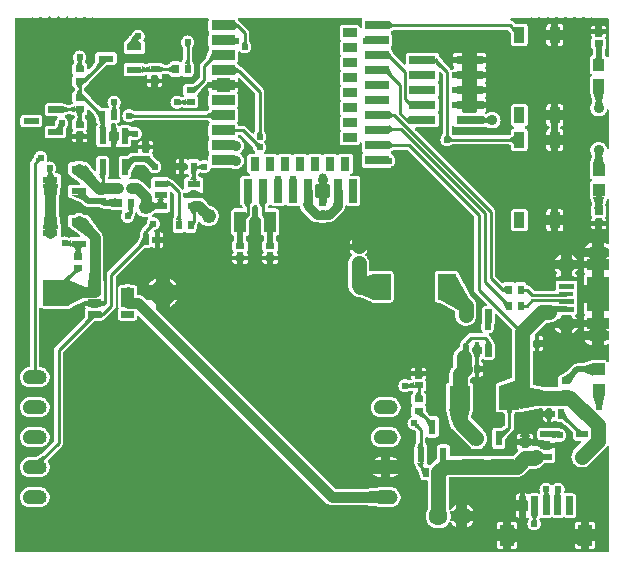
<source format=gtl>
G04 Layer: TopLayer*
G04 EasyEDA v6.4.17, 2021-03-03T10:10:01+01:00*
G04 9d4de0552c0a465fbb9a068f9b96be7d,b771c775d4444e86a06a5321f8c966cb,10*
G04 Gerber Generator version 0.2*
G04 Scale: 100 percent, Rotated: No, Reflected: No *
G04 Dimensions in inches *
G04 leading zeros omitted , absolute positions ,3 integer and 6 decimal *
%FSLAX36Y36*%
%MOIN*%

%ADD10C,0.0100*%
%ADD11C,0.0300*%
%ADD12C,0.0500*%
%ADD13C,0.0200*%
%ADD14C,0.0350*%
%ADD15C,0.0250*%
%ADD16C,0.0240*%
%ADD17C,0.0480*%
%ADD18C,0.0360*%
%ADD19R,0.0906X0.0295*%
%ADD20R,0.0197X0.0315*%
%ADD21R,0.0394X0.0709*%
%ADD22R,0.0315X0.0197*%
%ADD23R,0.0709X0.0787*%
%ADD24R,0.0236X0.0512*%
%ADD25R,0.0591X0.0866*%
%ADD26R,0.0390X0.0430*%
%ADD27R,0.0394X0.0217*%
%ADD28R,0.0354X0.0551*%
%ADD30R,0.0315X0.0472*%
%ADD32R,0.0787X0.0315*%
%ADD33R,0.0315X0.0787*%
%ADD34R,0.0220X0.0520*%
%ADD35R,0.0512X0.0236*%
%ADD36R,0.0512X0.0157*%
%ADD37R,0.0748X0.1142*%
%ADD41R,0.0433X0.0236*%
%ADD42R,0.0354X0.0315*%
%ADD43C,0.0866*%
%ADD45C,0.0630*%
%ADD46C,0.0472*%

%LPD*%
G36*
X1428120Y-437580D02*
G01*
X1426759Y-437160D01*
X1425620Y-436260D01*
X1424880Y-435040D01*
X1424620Y-433620D01*
X1424620Y-408360D01*
X1414860Y-408360D01*
X1413320Y-408060D01*
X1412020Y-407200D01*
X1411160Y-405900D01*
X1410860Y-404360D01*
X1410860Y-368000D01*
X1411160Y-366460D01*
X1412020Y-365160D01*
X1413320Y-364300D01*
X1414860Y-364000D01*
X1424620Y-364000D01*
X1424620Y-333020D01*
X1424980Y-331400D01*
X1425940Y-330060D01*
X1427380Y-329219D01*
X1430160Y-328300D01*
X1433480Y-326120D01*
X1435020Y-325820D01*
X1436540Y-326120D01*
X1439860Y-328300D01*
X1442640Y-329219D01*
X1444060Y-330060D01*
X1445040Y-331400D01*
X1445380Y-333020D01*
X1445380Y-364000D01*
X1455160Y-364000D01*
X1456680Y-364300D01*
X1457980Y-365160D01*
X1458860Y-366460D01*
X1459160Y-368000D01*
X1459160Y-404360D01*
X1458860Y-405900D01*
X1457980Y-407200D01*
X1456680Y-408060D01*
X1455160Y-408360D01*
X1445380Y-408360D01*
X1445380Y-433620D01*
X1445120Y-435040D01*
X1444379Y-436260D01*
X1443260Y-437160D01*
X1441879Y-437580D01*
X1440440Y-437520D01*
X1439400Y-437260D01*
X1435000Y-436920D01*
X1430600Y-437260D01*
X1429560Y-437500D01*
G37*

%LPD*%
G36*
X2169460Y-1039900D02*
G01*
X2168700Y-1039820D01*
X2138340Y-1034020D01*
X2137060Y-1033520D01*
X2136020Y-1032640D01*
X2135340Y-1031440D01*
X2135100Y-1030080D01*
X2135100Y-924760D01*
X2135440Y-923139D01*
X2136440Y-921780D01*
X2137880Y-920960D01*
X2140080Y-920840D01*
X2142260Y-920840D01*
X2142260Y-905380D01*
X2139100Y-905380D01*
X2137560Y-905060D01*
X2136280Y-904200D01*
X2135400Y-902900D01*
X2135100Y-901380D01*
X2135100Y-888620D01*
X2135400Y-887099D01*
X2136280Y-885800D01*
X2137560Y-884940D01*
X2139100Y-884620D01*
X2142260Y-884620D01*
X2142260Y-867940D01*
X2141420Y-866640D01*
X2141140Y-865120D01*
X2141460Y-863600D01*
X2142320Y-862320D01*
X2178360Y-826280D01*
X2179660Y-825400D01*
X2181200Y-825100D01*
X2189860Y-825100D01*
X2195000Y-824740D01*
X2199880Y-823660D01*
X2204580Y-821919D01*
X2208980Y-819520D01*
X2212980Y-816520D01*
X2214240Y-815260D01*
X2215540Y-814400D01*
X2217060Y-814100D01*
X2229000Y-814100D01*
X2229000Y-805200D01*
X2229300Y-803660D01*
X2230160Y-802380D01*
X2231460Y-801500D01*
X2233000Y-801200D01*
X2247120Y-801200D01*
X2250780Y-800879D01*
X2254160Y-799980D01*
X2255180Y-799500D01*
X2256880Y-799120D01*
X2261500Y-799120D01*
X2263020Y-799419D01*
X2264320Y-800300D01*
X2265180Y-801600D01*
X2265500Y-803120D01*
X2265500Y-814100D01*
X2285620Y-814100D01*
X2283480Y-810180D01*
X2280600Y-806320D01*
X2277780Y-803520D01*
X2276980Y-802340D01*
X2276620Y-800960D01*
X2276780Y-799539D01*
X2277440Y-798259D01*
X2279120Y-796900D01*
X2280720Y-795300D01*
X2281920Y-793400D01*
X2282660Y-791260D01*
X2282940Y-788800D01*
X2282940Y-773500D01*
X2282660Y-771040D01*
X2282180Y-769700D01*
X2281960Y-768379D01*
X2282180Y-767060D01*
X2282660Y-765720D01*
X2282940Y-763240D01*
X2282940Y-747960D01*
X2282660Y-745480D01*
X2282180Y-744120D01*
X2281960Y-742800D01*
X2282180Y-741480D01*
X2282660Y-740120D01*
X2282940Y-737640D01*
X2282940Y-722360D01*
X2282660Y-719880D01*
X2282180Y-718520D01*
X2281960Y-717200D01*
X2282180Y-715879D01*
X2282660Y-714520D01*
X2282940Y-712039D01*
X2282940Y-696760D01*
X2282660Y-694280D01*
X2282180Y-692920D01*
X2281960Y-691600D01*
X2282180Y-690280D01*
X2282660Y-688920D01*
X2282940Y-686440D01*
X2282940Y-685240D01*
X2261380Y-685240D01*
X2260080Y-686120D01*
X2258540Y-686420D01*
X2235940Y-686420D01*
X2234400Y-686120D01*
X2233100Y-685240D01*
X2211560Y-685240D01*
X2211560Y-686440D01*
X2211840Y-688920D01*
X2212300Y-690280D01*
X2212540Y-691600D01*
X2212300Y-692920D01*
X2211840Y-694280D01*
X2211560Y-696760D01*
X2211560Y-712039D01*
X2211880Y-714960D01*
X2211720Y-716620D01*
X2210880Y-718060D01*
X2209540Y-719060D01*
X2207900Y-719400D01*
X2142120Y-719400D01*
X2140580Y-719100D01*
X2139280Y-718220D01*
X2125520Y-704460D01*
X2123080Y-702460D01*
X2120480Y-701080D01*
X2117160Y-700080D01*
X2116020Y-699539D01*
X2115100Y-698660D01*
X2114500Y-697540D01*
X2113600Y-694860D01*
X2112400Y-692980D01*
X2110820Y-691380D01*
X2108900Y-690180D01*
X2106780Y-689419D01*
X2104300Y-689160D01*
X2085080Y-689160D01*
X2082600Y-689419D01*
X2080480Y-690180D01*
X2078560Y-691380D01*
X2077840Y-692099D01*
X2076540Y-692980D01*
X2075000Y-693280D01*
X2073480Y-692980D01*
X2072180Y-692099D01*
X2071440Y-691380D01*
X2069540Y-690180D01*
X2067400Y-689419D01*
X2064940Y-689160D01*
X2045700Y-689160D01*
X2043240Y-689419D01*
X2041100Y-690180D01*
X2039199Y-691380D01*
X2037500Y-692640D01*
X2035960Y-692960D01*
X2034440Y-692640D01*
X2033140Y-691780D01*
X2011279Y-669920D01*
X2010400Y-668620D01*
X2010100Y-667080D01*
X2010100Y-455200D01*
X2009800Y-452060D01*
X2008940Y-449219D01*
X2007540Y-446620D01*
X2005540Y-444180D01*
X1743040Y-181700D01*
X1742180Y-180400D01*
X1741879Y-178860D01*
X1742180Y-177340D01*
X1743040Y-176040D01*
X1744340Y-175159D01*
X1745880Y-174860D01*
X1812640Y-174860D01*
X1815100Y-174579D01*
X1817220Y-173840D01*
X1819139Y-172640D01*
X1820740Y-171040D01*
X1821940Y-169140D01*
X1822680Y-167000D01*
X1822960Y-164540D01*
X1822960Y-135460D01*
X1822680Y-133000D01*
X1821940Y-130860D01*
X1820740Y-128960D01*
X1819600Y-127820D01*
X1818740Y-126540D01*
X1818440Y-125000D01*
X1818740Y-123460D01*
X1819600Y-122180D01*
X1820740Y-121039D01*
X1821940Y-119140D01*
X1822680Y-117000D01*
X1822960Y-114540D01*
X1822960Y-85460D01*
X1822680Y-83000D01*
X1821940Y-80860D01*
X1820740Y-78960D01*
X1819600Y-77820D01*
X1818740Y-76540D01*
X1818440Y-75000D01*
X1818740Y-73460D01*
X1819600Y-72180D01*
X1820740Y-71040D01*
X1821940Y-69140D01*
X1822680Y-67000D01*
X1822960Y-64540D01*
X1822960Y-35460D01*
X1822680Y-33000D01*
X1821940Y-30860D01*
X1820740Y-28960D01*
X1819600Y-27820D01*
X1818740Y-26540D01*
X1818440Y-25000D01*
X1818740Y-23460D01*
X1819600Y-22180D01*
X1820740Y-21040D01*
X1821940Y-19140D01*
X1822680Y-17000D01*
X1822960Y-14540D01*
X1822960Y6040D01*
X1823260Y7560D01*
X1824120Y8860D01*
X1825420Y9720D01*
X1826960Y10040D01*
X1828480Y9720D01*
X1829780Y8860D01*
X1833720Y4920D01*
X1834600Y3620D01*
X1834900Y2080D01*
X1834900Y-195479D01*
X1834520Y-197200D01*
X1832320Y-201800D01*
X1830880Y-203960D01*
X1829240Y-207440D01*
X1828260Y-211160D01*
X1827920Y-215000D01*
X1828260Y-218840D01*
X1829240Y-222560D01*
X1830880Y-226040D01*
X1833080Y-229200D01*
X1835800Y-231920D01*
X1838959Y-234120D01*
X1842440Y-235760D01*
X1846160Y-236740D01*
X1850000Y-237079D01*
X1853839Y-236740D01*
X1857560Y-235760D01*
X1861040Y-234120D01*
X1862180Y-233460D01*
X1867260Y-231480D01*
X1868720Y-231200D01*
X2054820Y-231200D01*
X2056600Y-231620D01*
X2060920Y-233780D01*
X2062080Y-234660D01*
X2062860Y-235920D01*
X2063120Y-237360D01*
X2063120Y-243480D01*
X2063400Y-245940D01*
X2064139Y-248080D01*
X2065340Y-249980D01*
X2066940Y-251580D01*
X2068860Y-252780D01*
X2070980Y-253520D01*
X2073440Y-253800D01*
X2108440Y-253800D01*
X2110900Y-253520D01*
X2113020Y-252780D01*
X2114940Y-251580D01*
X2116540Y-249980D01*
X2117740Y-248080D01*
X2118480Y-245940D01*
X2118760Y-243480D01*
X2118760Y-188800D01*
X2118480Y-186340D01*
X2117740Y-184220D01*
X2116540Y-182300D01*
X2114940Y-180700D01*
X2113020Y-179500D01*
X2110940Y-178780D01*
X2109540Y-177940D01*
X2108600Y-176600D01*
X2108260Y-175000D01*
X2108600Y-173400D01*
X2109540Y-172060D01*
X2110940Y-171220D01*
X2113020Y-170500D01*
X2114940Y-169300D01*
X2116540Y-167700D01*
X2117740Y-165780D01*
X2118480Y-163660D01*
X2118760Y-161200D01*
X2118760Y-106519D01*
X2118480Y-104060D01*
X2117740Y-101920D01*
X2116540Y-100020D01*
X2114940Y-98420D01*
X2113020Y-97220D01*
X2110900Y-96480D01*
X2108440Y-96199D01*
X2073440Y-96199D01*
X2070980Y-96480D01*
X2068860Y-97220D01*
X2066940Y-98420D01*
X2065340Y-100020D01*
X2064139Y-101920D01*
X2063400Y-104060D01*
X2063120Y-106519D01*
X2063120Y-161200D01*
X2063400Y-163660D01*
X2064139Y-165780D01*
X2065340Y-167700D01*
X2066940Y-169300D01*
X2068860Y-170500D01*
X2070940Y-171220D01*
X2072340Y-172060D01*
X2073280Y-173400D01*
X2073620Y-175000D01*
X2073280Y-176600D01*
X2072340Y-177940D01*
X2070940Y-178780D01*
X2068860Y-179500D01*
X2066940Y-180700D01*
X2065340Y-182300D01*
X2064139Y-184220D01*
X2063400Y-186340D01*
X2063120Y-188800D01*
X2063120Y-194920D01*
X2062860Y-196360D01*
X2062080Y-197620D01*
X2060920Y-198500D01*
X2056759Y-200580D01*
X2054980Y-201000D01*
X1870280Y-201000D01*
X1869259Y-200859D01*
X1867700Y-200140D01*
X1866740Y-199380D01*
X1866040Y-198380D01*
X1865480Y-197200D01*
X1865100Y-195479D01*
X1865100Y-173920D01*
X1865400Y-172380D01*
X1866279Y-171080D01*
X1867560Y-170219D01*
X1869100Y-169920D01*
X1870640Y-170219D01*
X1871920Y-171080D01*
X1873480Y-172640D01*
X1875400Y-173840D01*
X1877520Y-174579D01*
X1879980Y-174860D01*
X1970100Y-174860D01*
X1972560Y-174579D01*
X1974680Y-173840D01*
X1976600Y-172640D01*
X1978280Y-171340D01*
X1979700Y-171000D01*
X1981140Y-171180D01*
X1982420Y-171860D01*
X1983440Y-172700D01*
X1987240Y-175020D01*
X1991320Y-176720D01*
X1995600Y-177740D01*
X2000000Y-178080D01*
X2004400Y-177740D01*
X2008680Y-176720D01*
X2012760Y-175020D01*
X2016500Y-172719D01*
X2019860Y-169860D01*
X2022720Y-166500D01*
X2025020Y-162760D01*
X2026720Y-158680D01*
X2027740Y-154400D01*
X2028080Y-150000D01*
X2027740Y-145600D01*
X2026720Y-141320D01*
X2025020Y-137240D01*
X2022720Y-133500D01*
X2019860Y-130140D01*
X2016500Y-127280D01*
X2012760Y-124980D01*
X2008680Y-123280D01*
X2004400Y-122260D01*
X2000000Y-121920D01*
X1995600Y-122260D01*
X1991320Y-123280D01*
X1987240Y-124980D01*
X1983420Y-127320D01*
X1982360Y-128140D01*
X1980820Y-128900D01*
X1979100Y-128920D01*
X1977540Y-128240D01*
X1976399Y-126940D01*
X1975900Y-125320D01*
X1976140Y-123620D01*
X1977060Y-122180D01*
X1978200Y-121039D01*
X1979400Y-119140D01*
X1980140Y-117000D01*
X1980420Y-114540D01*
X1980420Y-109880D01*
X1950180Y-109880D01*
X1950180Y-121140D01*
X1949880Y-122660D01*
X1949000Y-123960D01*
X1947700Y-124840D01*
X1946180Y-125140D01*
X1903899Y-125140D01*
X1902380Y-124840D01*
X1901080Y-123960D01*
X1900200Y-122660D01*
X1899900Y-121140D01*
X1899900Y-109880D01*
X1869100Y-109880D01*
X1867560Y-109580D01*
X1866279Y-108720D01*
X1865400Y-107420D01*
X1865100Y-105879D01*
X1865100Y-94120D01*
X1865400Y-92579D01*
X1866279Y-91280D01*
X1867560Y-90420D01*
X1869100Y-90120D01*
X1899900Y-90120D01*
X1899900Y-59880D01*
X1869100Y-59880D01*
X1867560Y-59580D01*
X1866279Y-58720D01*
X1865400Y-57420D01*
X1865100Y-55880D01*
X1865100Y-44120D01*
X1865400Y-42580D01*
X1866279Y-41280D01*
X1867560Y-40420D01*
X1869100Y-40119D01*
X1899900Y-40119D01*
X1899900Y-9880D01*
X1869100Y-9880D01*
X1867560Y-9580D01*
X1866279Y-8720D01*
X1865400Y-7420D01*
X1865100Y-5880D01*
X1865100Y5880D01*
X1865400Y7420D01*
X1866279Y8720D01*
X1867560Y9580D01*
X1869100Y9880D01*
X1899900Y9880D01*
X1899900Y40119D01*
X1869660Y40119D01*
X1869660Y35460D01*
X1869940Y33000D01*
X1870680Y30860D01*
X1871879Y28960D01*
X1873020Y27820D01*
X1873880Y26540D01*
X1874180Y25000D01*
X1873880Y23460D01*
X1873020Y22180D01*
X1871879Y21040D01*
X1870680Y19140D01*
X1870320Y18060D01*
X1869540Y16740D01*
X1868320Y15800D01*
X1866840Y15400D01*
X1865320Y15580D01*
X1863980Y16319D01*
X1863000Y17500D01*
X1862540Y18380D01*
X1860540Y20820D01*
X1835400Y46020D01*
X1823740Y61920D01*
X1823220Y62859D01*
X1822980Y63900D01*
X1822660Y67040D01*
X1821940Y69140D01*
X1820740Y71040D01*
X1819139Y72640D01*
X1817220Y73840D01*
X1815100Y74580D01*
X1812640Y74860D01*
X1722520Y74860D01*
X1720060Y74580D01*
X1717940Y73840D01*
X1716020Y72640D01*
X1714420Y71040D01*
X1713220Y69140D01*
X1712480Y67000D01*
X1712200Y64540D01*
X1712200Y38800D01*
X1711900Y37280D01*
X1711040Y35980D01*
X1709740Y35120D01*
X1708200Y34800D01*
X1706680Y35120D01*
X1705380Y35980D01*
X1677800Y63620D01*
X1666160Y79480D01*
X1665640Y80399D01*
X1665400Y81420D01*
X1665100Y84179D01*
X1664360Y86300D01*
X1662140Y89640D01*
X1661840Y91180D01*
X1662140Y92700D01*
X1663160Y94140D01*
X1664360Y96060D01*
X1665100Y98180D01*
X1665380Y100660D01*
X1665380Y131700D01*
X1665100Y134180D01*
X1664360Y136300D01*
X1662160Y139660D01*
X1661840Y141180D01*
X1662160Y142720D01*
X1663160Y144140D01*
X1664540Y146360D01*
X1665240Y147200D01*
X1666140Y147800D01*
X1671879Y150680D01*
X1673660Y151100D01*
X2049840Y151100D01*
X2051080Y150900D01*
X2052180Y150340D01*
X2053060Y149460D01*
X2062340Y136820D01*
X2062920Y135700D01*
X2063120Y134460D01*
X2063120Y106519D01*
X2063400Y104060D01*
X2064139Y101920D01*
X2065340Y100020D01*
X2066940Y98420D01*
X2068860Y97220D01*
X2070980Y96480D01*
X2073440Y96199D01*
X2108440Y96199D01*
X2110900Y96480D01*
X2113020Y97220D01*
X2114940Y98420D01*
X2116540Y100020D01*
X2117740Y101920D01*
X2118480Y104060D01*
X2118760Y106519D01*
X2118760Y161200D01*
X2118480Y163660D01*
X2117740Y165780D01*
X2116540Y167700D01*
X2114940Y169300D01*
X2113020Y170500D01*
X2110900Y171240D01*
X2108440Y171520D01*
X2078240Y171520D01*
X2076900Y171740D01*
X2075720Y172420D01*
X2064780Y181340D01*
X2062920Y182540D01*
X2061720Y183740D01*
X2061120Y185340D01*
X2061240Y187020D01*
X2062060Y188520D01*
X2063420Y189540D01*
X2065080Y189899D01*
X2124780Y189899D01*
X2127240Y190180D01*
X2129380Y190920D01*
X2131200Y191780D01*
X2132600Y191840D01*
X2134520Y191080D01*
X2137920Y189980D01*
X2141460Y189500D01*
X2145040Y189660D01*
X2148520Y190440D01*
X2151800Y191860D01*
X2155000Y193960D01*
X2156540Y194560D01*
X2158200Y194480D01*
X2159680Y193740D01*
X2160920Y192760D01*
X2164060Y191080D01*
X2167460Y189980D01*
X2171000Y189500D01*
X2174560Y189660D01*
X2178040Y190440D01*
X2181340Y191860D01*
X2184520Y193960D01*
X2186060Y194560D01*
X2187740Y194480D01*
X2189220Y193740D01*
X2190440Y192760D01*
X2193580Y191080D01*
X2196980Y189980D01*
X2200520Y189500D01*
X2204100Y189660D01*
X2207580Y190440D01*
X2210860Y191860D01*
X2214060Y193960D01*
X2215600Y194560D01*
X2217260Y194480D01*
X2218740Y193740D01*
X2219980Y192760D01*
X2223120Y191080D01*
X2226520Y189980D01*
X2230060Y189500D01*
X2233620Y189660D01*
X2237100Y190440D01*
X2240400Y191860D01*
X2243580Y193960D01*
X2245120Y194560D01*
X2246780Y194480D01*
X2248280Y193740D01*
X2249500Y192760D01*
X2252640Y191080D01*
X2256040Y189980D01*
X2259580Y189500D01*
X2263140Y189660D01*
X2266620Y190440D01*
X2269920Y191860D01*
X2273100Y193960D01*
X2274640Y194560D01*
X2276320Y194480D01*
X2277800Y193740D01*
X2279020Y192760D01*
X2282160Y191080D01*
X2285560Y189980D01*
X2289100Y189500D01*
X2292680Y189660D01*
X2296160Y190440D01*
X2299440Y191860D01*
X2302640Y193960D01*
X2304180Y194560D01*
X2305840Y194480D01*
X2307320Y193740D01*
X2308560Y192760D01*
X2311700Y191080D01*
X2315100Y189980D01*
X2318640Y189500D01*
X2322200Y189660D01*
X2325680Y190440D01*
X2330780Y192680D01*
X2332300Y192700D01*
X2333720Y192140D01*
X2335540Y190960D01*
X2337660Y190200D01*
X2340120Y189899D01*
X2385940Y189440D01*
X2387460Y189120D01*
X2388740Y188260D01*
X2389600Y186960D01*
X2389900Y185440D01*
X2389900Y63200D01*
X2389540Y61520D01*
X2388500Y60160D01*
X2387000Y59340D01*
X2385300Y59240D01*
X2383700Y59840D01*
X2380780Y62880D01*
X2378880Y64080D01*
X2377780Y64460D01*
X2376380Y65300D01*
X2375440Y66640D01*
X2375100Y68240D01*
X2375100Y84179D01*
X2375320Y85500D01*
X2375980Y86679D01*
X2377020Y87600D01*
X2378620Y89200D01*
X2379820Y91100D01*
X2380580Y93240D01*
X2380840Y95700D01*
X2380840Y114940D01*
X2380580Y117400D01*
X2379820Y119540D01*
X2378620Y121440D01*
X2377900Y122180D01*
X2377020Y123480D01*
X2376720Y125000D01*
X2377020Y126540D01*
X2377900Y127840D01*
X2378620Y128560D01*
X2379820Y130480D01*
X2380580Y132600D01*
X2380840Y135080D01*
X2380840Y137260D01*
X2365380Y137260D01*
X2365380Y129260D01*
X2365060Y127739D01*
X2364200Y126440D01*
X2362900Y125559D01*
X2361380Y125260D01*
X2356220Y125280D01*
X2355000Y125380D01*
X2353420Y125260D01*
X2348620Y125260D01*
X2347100Y125559D01*
X2345800Y126440D01*
X2344940Y127739D01*
X2344620Y129260D01*
X2344620Y137260D01*
X2329160Y137260D01*
X2329160Y135080D01*
X2329420Y132600D01*
X2330180Y130480D01*
X2331380Y128560D01*
X2332100Y127840D01*
X2332980Y126540D01*
X2333280Y125000D01*
X2332980Y123480D01*
X2332100Y122180D01*
X2331380Y121440D01*
X2330180Y119540D01*
X2329420Y117400D01*
X2329160Y114940D01*
X2329160Y95700D01*
X2329420Y93240D01*
X2330180Y91100D01*
X2331380Y89200D01*
X2334020Y86679D01*
X2334680Y85500D01*
X2334900Y84179D01*
X2334900Y68240D01*
X2334560Y66640D01*
X2333620Y65300D01*
X2332220Y64460D01*
X2331120Y64080D01*
X2329220Y62880D01*
X2327620Y61280D01*
X2326420Y59380D01*
X2325680Y57240D01*
X2325400Y54780D01*
X2325400Y12220D01*
X2325680Y9760D01*
X2326420Y7620D01*
X2327620Y5719D01*
X2329220Y4120D01*
X2330400Y3380D01*
X2331560Y2280D01*
X2332180Y800D01*
X2332180Y-800D01*
X2331560Y-2280D01*
X2330400Y-3380D01*
X2329220Y-4120D01*
X2327620Y-5719D01*
X2326420Y-7620D01*
X2325680Y-9760D01*
X2325400Y-12220D01*
X2325400Y-54780D01*
X2325700Y-57380D01*
X2334180Y-84300D01*
X2334360Y-85420D01*
X2334220Y-86560D01*
X2332480Y-92860D01*
X2332040Y-93880D01*
X2329980Y-97240D01*
X2328280Y-101320D01*
X2327260Y-105600D01*
X2326920Y-110000D01*
X2327260Y-114400D01*
X2328280Y-118680D01*
X2329980Y-122760D01*
X2332280Y-126500D01*
X2335140Y-129860D01*
X2338500Y-132720D01*
X2342240Y-135020D01*
X2346320Y-136720D01*
X2350600Y-137740D01*
X2355000Y-138080D01*
X2359400Y-137740D01*
X2363680Y-136720D01*
X2367760Y-135020D01*
X2371500Y-132720D01*
X2374860Y-129860D01*
X2377720Y-126500D01*
X2380020Y-122760D01*
X2381720Y-118680D01*
X2382020Y-117440D01*
X2382720Y-115960D01*
X2383960Y-114880D01*
X2385540Y-114380D01*
X2387180Y-114580D01*
X2388600Y-115420D01*
X2389560Y-116760D01*
X2389900Y-118379D01*
X2389900Y-241620D01*
X2389560Y-243240D01*
X2388600Y-244579D01*
X2387180Y-245420D01*
X2385540Y-245620D01*
X2383960Y-245120D01*
X2382720Y-244040D01*
X2382020Y-242560D01*
X2381720Y-241320D01*
X2380020Y-237240D01*
X2377720Y-233500D01*
X2374860Y-230140D01*
X2371500Y-227280D01*
X2367760Y-224980D01*
X2363680Y-223280D01*
X2359400Y-222260D01*
X2355000Y-221920D01*
X2350600Y-222260D01*
X2346320Y-223280D01*
X2342240Y-224980D01*
X2338500Y-227280D01*
X2335140Y-230140D01*
X2332280Y-233500D01*
X2329980Y-237240D01*
X2328280Y-241320D01*
X2327260Y-245600D01*
X2326920Y-250000D01*
X2327260Y-254400D01*
X2328280Y-258680D01*
X2329980Y-262760D01*
X2332020Y-266080D01*
X2332740Y-268100D01*
X2332880Y-269240D01*
X2332700Y-270380D01*
X2325700Y-292620D01*
X2325400Y-295240D01*
X2325400Y-337780D01*
X2325680Y-340240D01*
X2326420Y-342380D01*
X2327620Y-344280D01*
X2329220Y-345880D01*
X2330400Y-346620D01*
X2331560Y-347720D01*
X2332180Y-349200D01*
X2332180Y-350800D01*
X2331560Y-352280D01*
X2330400Y-353380D01*
X2329220Y-354120D01*
X2327620Y-355720D01*
X2326420Y-357620D01*
X2325680Y-359760D01*
X2325400Y-362220D01*
X2325400Y-404780D01*
X2325700Y-407380D01*
X2331960Y-427280D01*
X2332140Y-428260D01*
X2332080Y-429240D01*
X2329360Y-443380D01*
X2329160Y-445660D01*
X2329160Y-464940D01*
X2329420Y-467400D01*
X2330180Y-469540D01*
X2331380Y-471440D01*
X2332100Y-472180D01*
X2332980Y-473480D01*
X2333280Y-475000D01*
X2332980Y-476540D01*
X2332100Y-477840D01*
X2331380Y-478560D01*
X2330180Y-480480D01*
X2329420Y-482600D01*
X2329160Y-485080D01*
X2329160Y-487260D01*
X2344620Y-487260D01*
X2344620Y-479260D01*
X2344940Y-477740D01*
X2345800Y-476440D01*
X2347100Y-475560D01*
X2348620Y-475260D01*
X2353780Y-475280D01*
X2355000Y-475379D01*
X2356580Y-475260D01*
X2361380Y-475260D01*
X2362900Y-475560D01*
X2364200Y-476440D01*
X2365060Y-477740D01*
X2365380Y-479260D01*
X2365380Y-487260D01*
X2380840Y-487260D01*
X2380840Y-485080D01*
X2380580Y-482600D01*
X2379820Y-480480D01*
X2378620Y-478560D01*
X2377900Y-477840D01*
X2377020Y-476540D01*
X2376720Y-475000D01*
X2377020Y-473480D01*
X2377900Y-472180D01*
X2378620Y-471440D01*
X2379820Y-469540D01*
X2380580Y-467400D01*
X2380840Y-464940D01*
X2380840Y-445660D01*
X2380640Y-443380D01*
X2377920Y-429240D01*
X2377860Y-428260D01*
X2378040Y-427280D01*
X2382080Y-414500D01*
X2382880Y-413100D01*
X2384140Y-412120D01*
X2385700Y-411719D01*
X2387300Y-411960D01*
X2388660Y-412819D01*
X2389580Y-414140D01*
X2389900Y-415720D01*
X2389900Y-559920D01*
X2389560Y-561520D01*
X2388600Y-562860D01*
X2387200Y-563700D01*
X2385560Y-563900D01*
X2383980Y-563420D01*
X2380540Y-561540D01*
X2376020Y-559860D01*
X2373940Y-559400D01*
X2373940Y-577900D01*
X2385900Y-577900D01*
X2387440Y-578200D01*
X2388720Y-579060D01*
X2389600Y-580360D01*
X2389900Y-581900D01*
X2389900Y-602520D01*
X2389600Y-604040D01*
X2388720Y-605340D01*
X2387440Y-606220D01*
X2385900Y-606520D01*
X2373940Y-606520D01*
X2373940Y-619240D01*
X2385900Y-619240D01*
X2387440Y-619540D01*
X2388720Y-620400D01*
X2389600Y-621700D01*
X2389900Y-623240D01*
X2389900Y-639920D01*
X2389600Y-641460D01*
X2388720Y-642760D01*
X2387440Y-643620D01*
X2385900Y-643920D01*
X2373940Y-643920D01*
X2373960Y-698960D01*
X2385900Y-698960D01*
X2387440Y-699260D01*
X2388720Y-700120D01*
X2389600Y-701420D01*
X2389900Y-702960D01*
X2389900Y-757039D01*
X2389600Y-758580D01*
X2388720Y-759880D01*
X2387440Y-760740D01*
X2385900Y-761040D01*
X2373960Y-761040D01*
X2373940Y-816060D01*
X2385900Y-816060D01*
X2387440Y-816380D01*
X2388720Y-817240D01*
X2389600Y-818540D01*
X2389900Y-820060D01*
X2389900Y-836760D01*
X2389600Y-838280D01*
X2388720Y-839580D01*
X2387440Y-840440D01*
X2385900Y-840759D01*
X2373940Y-840759D01*
X2373940Y-853480D01*
X2385900Y-853480D01*
X2387440Y-853780D01*
X2388720Y-854659D01*
X2389600Y-855960D01*
X2389900Y-857480D01*
X2389900Y-878100D01*
X2389600Y-879640D01*
X2388720Y-880939D01*
X2387440Y-881800D01*
X2385900Y-882099D01*
X2373940Y-882099D01*
X2373940Y-900600D01*
X2376020Y-900140D01*
X2380540Y-898460D01*
X2383980Y-896580D01*
X2385560Y-896100D01*
X2387200Y-896300D01*
X2388600Y-897140D01*
X2389560Y-898480D01*
X2389900Y-900080D01*
X2389900Y-951800D01*
X2389540Y-953480D01*
X2388500Y-954840D01*
X2387000Y-955660D01*
X2385300Y-955759D01*
X2383700Y-955160D01*
X2380780Y-952120D01*
X2378880Y-950920D01*
X2376740Y-950180D01*
X2374280Y-949900D01*
X2335720Y-949900D01*
X2333180Y-950180D01*
X2331760Y-950620D01*
X2304320Y-961140D01*
X2302880Y-961400D01*
X2283880Y-961400D01*
X2282040Y-961480D01*
X2280320Y-961700D01*
X2278600Y-962080D01*
X2276920Y-962620D01*
X2275300Y-963280D01*
X2273760Y-964100D01*
X2272280Y-965040D01*
X2270880Y-966100D01*
X2269520Y-967340D01*
X2252260Y-984620D01*
X2251500Y-985220D01*
X2224120Y-1001820D01*
X2223000Y-1002560D01*
X2221380Y-1004200D01*
X2220180Y-1006100D01*
X2219420Y-1008240D01*
X2219160Y-1010699D01*
X2219160Y-1029940D01*
X2219420Y-1032400D01*
X2220200Y-1034580D01*
X2220420Y-1036080D01*
X2220060Y-1037560D01*
X2219180Y-1038800D01*
X2217900Y-1039620D01*
X2216420Y-1039900D01*
G37*

%LPC*%
G36*
X2157120Y-920840D02*
G01*
X2159300Y-920840D01*
X2161780Y-920580D01*
X2163900Y-919820D01*
X2165820Y-918620D01*
X2167400Y-917020D01*
X2168600Y-915120D01*
X2169360Y-912980D01*
X2169640Y-910520D01*
X2169640Y-905380D01*
X2157120Y-905380D01*
G37*
G36*
X2331540Y-900600D02*
G01*
X2331540Y-882099D01*
X2308460Y-882099D01*
X2310600Y-886020D01*
X2313480Y-889880D01*
X2316880Y-893280D01*
X2320740Y-896160D01*
X2324960Y-898460D01*
X2329460Y-900140D01*
G37*
G36*
X2157120Y-884620D02*
G01*
X2169640Y-884620D01*
X2169640Y-879479D01*
X2169360Y-877020D01*
X2168600Y-874880D01*
X2167400Y-872980D01*
X2165820Y-871380D01*
X2163900Y-870180D01*
X2161780Y-869419D01*
X2159300Y-869160D01*
X2157120Y-869160D01*
G37*
G36*
X2229000Y-860420D02*
G01*
X2229000Y-842720D01*
X2208880Y-842720D01*
X2211020Y-846620D01*
X2213900Y-850480D01*
X2217300Y-853880D01*
X2221140Y-856760D01*
X2225360Y-859060D01*
G37*
G36*
X2265500Y-860420D02*
G01*
X2269120Y-859060D01*
X2273340Y-856760D01*
X2277200Y-853880D01*
X2280600Y-850480D01*
X2283480Y-846620D01*
X2285620Y-842720D01*
X2265500Y-842720D01*
G37*
G36*
X2306900Y-853480D02*
G01*
X2331540Y-853480D01*
X2331540Y-840759D01*
X2305240Y-840759D01*
X2305240Y-847880D01*
X2305520Y-850340D01*
X2306260Y-852460D01*
G37*
G36*
X2305240Y-816060D02*
G01*
X2331540Y-816060D01*
X2331560Y-761040D01*
X2305260Y-761040D01*
X2305260Y-786860D01*
X2305540Y-789320D01*
X2306280Y-791460D01*
X2307480Y-793360D01*
X2309180Y-795080D01*
X2310040Y-796380D01*
X2310360Y-797900D01*
X2310040Y-799440D01*
X2309180Y-800720D01*
X2307460Y-802440D01*
X2306260Y-804360D01*
X2305520Y-806480D01*
X2305240Y-808940D01*
G37*
G36*
X2305260Y-698960D02*
G01*
X2331560Y-698960D01*
X2331540Y-643920D01*
X2305240Y-643920D01*
X2305240Y-651040D01*
X2305520Y-653500D01*
X2306260Y-655639D01*
X2307460Y-657540D01*
X2309180Y-659260D01*
X2310060Y-660560D01*
X2310360Y-662099D01*
X2310060Y-663620D01*
X2309180Y-664920D01*
X2307480Y-666640D01*
X2306280Y-668540D01*
X2305540Y-670680D01*
X2305260Y-673139D01*
G37*
G36*
X2263000Y-672360D02*
G01*
X2282940Y-672360D01*
X2282940Y-671160D01*
X2282660Y-668680D01*
X2281920Y-666560D01*
X2280720Y-664640D01*
X2279120Y-663040D01*
X2277460Y-661700D01*
X2276820Y-660440D01*
X2276660Y-659020D01*
X2277000Y-657640D01*
X2277820Y-656460D01*
X2280600Y-653680D01*
X2283480Y-649820D01*
X2285620Y-645920D01*
X2265500Y-645920D01*
X2265500Y-668720D01*
X2265260Y-670040D01*
X2264600Y-671220D01*
X2263600Y-672120D01*
G37*
G36*
X2211560Y-672360D02*
G01*
X2231500Y-672360D01*
X2230900Y-672120D01*
X2229880Y-671220D01*
X2229220Y-670040D01*
X2229000Y-668720D01*
X2229000Y-645920D01*
X2208880Y-645920D01*
X2211020Y-649820D01*
X2213900Y-653680D01*
X2216680Y-656460D01*
X2217480Y-657640D01*
X2217840Y-659020D01*
X2217680Y-660440D01*
X2217020Y-661700D01*
X2215380Y-663040D01*
X2213780Y-664640D01*
X2212580Y-666560D01*
X2211840Y-668680D01*
X2211560Y-671160D01*
G37*
G36*
X2305240Y-619240D02*
G01*
X2331540Y-619240D01*
X2331540Y-606520D01*
X2306900Y-606520D01*
X2306260Y-607520D01*
X2305520Y-609660D01*
X2305240Y-612120D01*
G37*
G36*
X2208880Y-617300D02*
G01*
X2229000Y-617300D01*
X2229000Y-599580D01*
X2225360Y-600940D01*
X2221140Y-603240D01*
X2217300Y-606120D01*
X2213900Y-609520D01*
X2211020Y-613380D01*
G37*
G36*
X2265500Y-617300D02*
G01*
X2285620Y-617300D01*
X2283480Y-613380D01*
X2280600Y-609520D01*
X2277200Y-606120D01*
X2273340Y-603240D01*
X2269120Y-600940D01*
X2265500Y-599580D01*
G37*
G36*
X2308460Y-577900D02*
G01*
X2331540Y-577900D01*
X2331540Y-559400D01*
X2329460Y-559860D01*
X2324960Y-561540D01*
X2320740Y-563840D01*
X2316880Y-566720D01*
X2313480Y-570120D01*
X2310600Y-573980D01*
G37*
G36*
X2220400Y-521520D02*
G01*
X2226540Y-521520D01*
X2229000Y-521240D01*
X2231140Y-520500D01*
X2233040Y-519300D01*
X2234640Y-517700D01*
X2235840Y-515780D01*
X2236580Y-513660D01*
X2236860Y-511200D01*
X2236860Y-500140D01*
X2220400Y-500140D01*
G37*
G36*
X2191560Y-521520D02*
G01*
X2197700Y-521520D01*
X2197700Y-500140D01*
X2181240Y-500140D01*
X2181240Y-511200D01*
X2181520Y-513660D01*
X2182260Y-515780D01*
X2183460Y-517700D01*
X2185060Y-519300D01*
X2186960Y-520500D01*
X2189100Y-521240D01*
G37*
G36*
X2073440Y-521520D02*
G01*
X2108440Y-521520D01*
X2110900Y-521240D01*
X2113020Y-520500D01*
X2114940Y-519300D01*
X2116540Y-517700D01*
X2117740Y-515780D01*
X2118480Y-513660D01*
X2118760Y-511200D01*
X2118760Y-456520D01*
X2118480Y-454060D01*
X2117740Y-451920D01*
X2116540Y-450020D01*
X2114940Y-448420D01*
X2113020Y-447220D01*
X2110900Y-446480D01*
X2108440Y-446200D01*
X2073440Y-446200D01*
X2070980Y-446480D01*
X2068860Y-447220D01*
X2066940Y-448420D01*
X2065340Y-450020D01*
X2064139Y-451920D01*
X2063400Y-454060D01*
X2063120Y-456520D01*
X2063120Y-511200D01*
X2063400Y-513660D01*
X2064139Y-515780D01*
X2065340Y-517700D01*
X2066940Y-519300D01*
X2068860Y-520500D01*
X2070980Y-521240D01*
G37*
G36*
X2339480Y-514640D02*
G01*
X2344620Y-514640D01*
X2344620Y-502120D01*
X2329160Y-502120D01*
X2329160Y-504300D01*
X2329420Y-506780D01*
X2330180Y-508900D01*
X2331380Y-510820D01*
X2332980Y-512400D01*
X2334880Y-513600D01*
X2337020Y-514360D01*
G37*
G36*
X2365380Y-514640D02*
G01*
X2370520Y-514640D01*
X2372980Y-514360D01*
X2375120Y-513600D01*
X2377020Y-512400D01*
X2378620Y-510820D01*
X2379820Y-508900D01*
X2380580Y-506780D01*
X2380840Y-504300D01*
X2380840Y-502120D01*
X2365380Y-502120D01*
G37*
G36*
X2181240Y-467580D02*
G01*
X2197700Y-467580D01*
X2197700Y-446200D01*
X2191560Y-446200D01*
X2189100Y-446480D01*
X2186960Y-447220D01*
X2185060Y-448420D01*
X2183460Y-450020D01*
X2182260Y-451920D01*
X2181520Y-454060D01*
X2181240Y-456520D01*
G37*
G36*
X2220400Y-467580D02*
G01*
X2236860Y-467580D01*
X2236860Y-456520D01*
X2236580Y-454060D01*
X2235840Y-451920D01*
X2234640Y-450020D01*
X2233040Y-448420D01*
X2231140Y-447220D01*
X2229000Y-446480D01*
X2226540Y-446200D01*
X2220400Y-446200D01*
G37*
G36*
X2191560Y-253800D02*
G01*
X2197700Y-253800D01*
X2197700Y-232420D01*
X2181240Y-232420D01*
X2181240Y-243480D01*
X2181520Y-245940D01*
X2182260Y-248080D01*
X2183460Y-249980D01*
X2185060Y-251580D01*
X2186960Y-252780D01*
X2189100Y-253520D01*
G37*
G36*
X2220400Y-253800D02*
G01*
X2226540Y-253800D01*
X2229000Y-253520D01*
X2231140Y-252780D01*
X2233040Y-251580D01*
X2234640Y-249980D01*
X2235840Y-248080D01*
X2236580Y-245940D01*
X2236860Y-243480D01*
X2236860Y-232420D01*
X2220400Y-232420D01*
G37*
G36*
X2181240Y-199860D02*
G01*
X2197700Y-199860D01*
X2197700Y-150140D01*
X2181240Y-150140D01*
X2181240Y-161200D01*
X2181520Y-163660D01*
X2182260Y-165780D01*
X2183460Y-167700D01*
X2185060Y-169300D01*
X2186960Y-170500D01*
X2189040Y-171220D01*
X2190440Y-172060D01*
X2191400Y-173400D01*
X2191720Y-175000D01*
X2191400Y-176600D01*
X2190440Y-177940D01*
X2189040Y-178780D01*
X2186960Y-179500D01*
X2185060Y-180700D01*
X2183460Y-182300D01*
X2182260Y-184220D01*
X2181520Y-186340D01*
X2181240Y-188800D01*
G37*
G36*
X2220400Y-199860D02*
G01*
X2236860Y-199860D01*
X2236860Y-188800D01*
X2236580Y-186340D01*
X2235840Y-184220D01*
X2234640Y-182300D01*
X2233040Y-180700D01*
X2231140Y-179500D01*
X2229060Y-178780D01*
X2227660Y-177940D01*
X2226700Y-176600D01*
X2226380Y-175000D01*
X2226700Y-173400D01*
X2227660Y-172060D01*
X2229060Y-171220D01*
X2231140Y-170500D01*
X2233040Y-169300D01*
X2234640Y-167700D01*
X2235840Y-165780D01*
X2236580Y-163660D01*
X2236860Y-161200D01*
X2236860Y-150140D01*
X2220400Y-150140D01*
G37*
G36*
X2181240Y-117579D02*
G01*
X2197700Y-117579D01*
X2197700Y-96199D01*
X2191560Y-96199D01*
X2189100Y-96480D01*
X2186960Y-97220D01*
X2185060Y-98420D01*
X2183460Y-100020D01*
X2182260Y-101920D01*
X2181520Y-104060D01*
X2181240Y-106519D01*
G37*
G36*
X2220400Y-117579D02*
G01*
X2236860Y-117579D01*
X2236860Y-106519D01*
X2236580Y-104060D01*
X2235840Y-101920D01*
X2234640Y-100020D01*
X2233040Y-98420D01*
X2231140Y-97220D01*
X2229000Y-96480D01*
X2226540Y-96199D01*
X2220400Y-96199D01*
G37*
G36*
X1950180Y-90120D02*
G01*
X1980420Y-90120D01*
X1980420Y-85460D01*
X1980140Y-83000D01*
X1979400Y-80860D01*
X1978200Y-78960D01*
X1977060Y-77820D01*
X1976200Y-76540D01*
X1975900Y-75000D01*
X1976200Y-73460D01*
X1977060Y-72180D01*
X1978200Y-71040D01*
X1979400Y-69140D01*
X1980140Y-67000D01*
X1980420Y-64540D01*
X1980420Y-59880D01*
X1950180Y-59880D01*
G37*
G36*
X1950180Y-40119D02*
G01*
X1980420Y-40119D01*
X1980420Y-35460D01*
X1980140Y-33000D01*
X1979400Y-30860D01*
X1978200Y-28960D01*
X1977060Y-27820D01*
X1976200Y-26540D01*
X1975900Y-25000D01*
X1976200Y-23460D01*
X1977060Y-22180D01*
X1978200Y-21040D01*
X1979400Y-19140D01*
X1980140Y-17000D01*
X1980420Y-14540D01*
X1980420Y-9880D01*
X1950180Y-9880D01*
G37*
G36*
X1950180Y9880D02*
G01*
X1980420Y9880D01*
X1980420Y14540D01*
X1980140Y17000D01*
X1979400Y19140D01*
X1978200Y21040D01*
X1977060Y22180D01*
X1976200Y23460D01*
X1975900Y25000D01*
X1976200Y26540D01*
X1977060Y27820D01*
X1978200Y28960D01*
X1979400Y30860D01*
X1980140Y33000D01*
X1980420Y35460D01*
X1980420Y40119D01*
X1950180Y40119D01*
G37*
G36*
X1950180Y59880D02*
G01*
X1980420Y59880D01*
X1980420Y64540D01*
X1980140Y67000D01*
X1979400Y69140D01*
X1978200Y71040D01*
X1976600Y72640D01*
X1974680Y73840D01*
X1972560Y74580D01*
X1970100Y74860D01*
X1950180Y74860D01*
G37*
G36*
X1869660Y59880D02*
G01*
X1899900Y59880D01*
X1899900Y74860D01*
X1879980Y74860D01*
X1877520Y74580D01*
X1875400Y73840D01*
X1873480Y72640D01*
X1871879Y71040D01*
X1870680Y69140D01*
X1869940Y67000D01*
X1869660Y64540D01*
G37*
G36*
X2220400Y96199D02*
G01*
X2226540Y96199D01*
X2229000Y96480D01*
X2231140Y97220D01*
X2233040Y98420D01*
X2234640Y100020D01*
X2235840Y101920D01*
X2236580Y104060D01*
X2236860Y106519D01*
X2236860Y117579D01*
X2220400Y117579D01*
G37*
G36*
X2191560Y96199D02*
G01*
X2197700Y96199D01*
X2197700Y117579D01*
X2181240Y117579D01*
X2181240Y106519D01*
X2181520Y104060D01*
X2182260Y101920D01*
X2183460Y100020D01*
X2185060Y98420D01*
X2186960Y97220D01*
X2189100Y96480D01*
G37*
G36*
X2181240Y150140D02*
G01*
X2197700Y150140D01*
X2197700Y171520D01*
X2191560Y171520D01*
X2189100Y171240D01*
X2186960Y170500D01*
X2185060Y169300D01*
X2183460Y167700D01*
X2182260Y165780D01*
X2181520Y163660D01*
X2181240Y161200D01*
G37*
G36*
X2220400Y150140D02*
G01*
X2236860Y150140D01*
X2236860Y161200D01*
X2236580Y163660D01*
X2235840Y165780D01*
X2234640Y167700D01*
X2233040Y169300D01*
X2231140Y170500D01*
X2229000Y171240D01*
X2226540Y171520D01*
X2220400Y171520D01*
G37*
G36*
X2329160Y152120D02*
G01*
X2344620Y152120D01*
X2344620Y164640D01*
X2339480Y164640D01*
X2337020Y164360D01*
X2334880Y163600D01*
X2332980Y162399D01*
X2331380Y160820D01*
X2330180Y158900D01*
X2329420Y156780D01*
X2329160Y154300D01*
G37*
G36*
X2365380Y152120D02*
G01*
X2380840Y152120D01*
X2380840Y154300D01*
X2380580Y156780D01*
X2379820Y158900D01*
X2378620Y160820D01*
X2377020Y162399D01*
X2375120Y163600D01*
X2372980Y164360D01*
X2370520Y164640D01*
X2365380Y164640D01*
G37*

%LPD*%
G36*
X414099Y-1589900D02*
G01*
X412560Y-1589600D01*
X411280Y-1588720D01*
X410400Y-1587440D01*
X410100Y-1585900D01*
X410100Y185900D01*
X410400Y187440D01*
X411280Y188720D01*
X412560Y189600D01*
X414099Y189899D01*
X459780Y189899D01*
X462239Y190180D01*
X464340Y190920D01*
X466760Y192480D01*
X468080Y193020D01*
X469480Y193080D01*
X470840Y192640D01*
X472640Y191680D01*
X476040Y190580D01*
X479580Y190100D01*
X483140Y190260D01*
X486620Y191040D01*
X489920Y192460D01*
X493100Y194560D01*
X494640Y195159D01*
X496320Y195080D01*
X497800Y194340D01*
X499020Y193359D01*
X502160Y191680D01*
X505560Y190580D01*
X509099Y190100D01*
X512680Y190260D01*
X516160Y191040D01*
X519440Y192460D01*
X522640Y194560D01*
X524180Y195159D01*
X525840Y195080D01*
X527320Y194340D01*
X528560Y193359D01*
X531700Y191680D01*
X535100Y190580D01*
X538640Y190100D01*
X542200Y190260D01*
X545680Y191040D01*
X548980Y192460D01*
X552160Y194560D01*
X553700Y195159D01*
X555380Y195080D01*
X556860Y194340D01*
X558080Y193359D01*
X561220Y191680D01*
X564620Y190580D01*
X568160Y190100D01*
X571740Y190260D01*
X575220Y191040D01*
X578500Y192460D01*
X581680Y194560D01*
X583240Y195159D01*
X584900Y195080D01*
X586380Y194340D01*
X587600Y193359D01*
X590740Y191680D01*
X594140Y190580D01*
X597680Y190100D01*
X601260Y190260D01*
X604740Y191040D01*
X608020Y192460D01*
X611220Y194560D01*
X612760Y195159D01*
X614420Y195080D01*
X615900Y194340D01*
X617140Y193359D01*
X620280Y191680D01*
X623680Y190580D01*
X627220Y190100D01*
X630780Y190260D01*
X634260Y191040D01*
X637560Y192460D01*
X640740Y194560D01*
X642280Y195159D01*
X643960Y195080D01*
X645440Y194340D01*
X646660Y193359D01*
X649800Y191680D01*
X653199Y190580D01*
X656740Y190100D01*
X660320Y190260D01*
X663800Y191040D01*
X665819Y191920D01*
X667060Y192220D01*
X668340Y192120D01*
X669520Y191620D01*
X670620Y190920D01*
X672760Y190180D01*
X675220Y189899D01*
X1051260Y189899D01*
X1052760Y189620D01*
X1054040Y188800D01*
X1054920Y187560D01*
X1055260Y186080D01*
X1054900Y184180D01*
X1054620Y181700D01*
X1054620Y150660D01*
X1054900Y148180D01*
X1055640Y146060D01*
X1057860Y142720D01*
X1058160Y141180D01*
X1057860Y139640D01*
X1055640Y136300D01*
X1054900Y134180D01*
X1054620Y131700D01*
X1054620Y100660D01*
X1054900Y98180D01*
X1055640Y96060D01*
X1057860Y92720D01*
X1058160Y91180D01*
X1057860Y89640D01*
X1055640Y86300D01*
X1054900Y84179D01*
X1054620Y81700D01*
X1054620Y77660D01*
X1054300Y76080D01*
X1046620Y58360D01*
X1045780Y57140D01*
X1029460Y40820D01*
X1027460Y38380D01*
X1026060Y35780D01*
X1025200Y32940D01*
X1024900Y29800D01*
X1024900Y-7080D01*
X1024599Y-8620D01*
X1023720Y-9920D01*
X1010000Y-23640D01*
X1009440Y-24100D01*
X1001380Y-29660D01*
X1000300Y-30179D01*
X999120Y-30360D01*
X979479Y-30360D01*
X977020Y-30640D01*
X974880Y-31400D01*
X972980Y-32599D01*
X971380Y-34180D01*
X970180Y-36100D01*
X969419Y-38220D01*
X969160Y-40700D01*
X969160Y-59920D01*
X969419Y-62400D01*
X970180Y-64520D01*
X971500Y-66640D01*
X972039Y-67960D01*
X972060Y-69400D01*
X971580Y-70740D01*
X970660Y-71840D01*
X969419Y-72540D01*
X967620Y-73160D01*
X966100Y-73380D01*
X964599Y-72980D01*
X962640Y-71980D01*
X961040Y-70880D01*
X957560Y-69240D01*
X953840Y-68260D01*
X950000Y-67920D01*
X946160Y-68260D01*
X942440Y-69240D01*
X938960Y-70880D01*
X935800Y-73080D01*
X933080Y-75800D01*
X930879Y-78960D01*
X929240Y-82440D01*
X928259Y-86160D01*
X927920Y-90000D01*
X928259Y-93840D01*
X929240Y-97560D01*
X930879Y-101039D01*
X933080Y-104200D01*
X935800Y-106920D01*
X938960Y-109120D01*
X942440Y-110760D01*
X946160Y-111740D01*
X948060Y-111920D01*
X949720Y-112440D01*
X950280Y-112440D01*
X951940Y-111920D01*
X953840Y-111740D01*
X957560Y-110760D01*
X961040Y-109120D01*
X963199Y-107680D01*
X964960Y-106840D01*
X966360Y-106460D01*
X967820Y-106620D01*
X976260Y-109179D01*
X978640Y-109600D01*
X1010520Y-109620D01*
X1012980Y-109340D01*
X1015120Y-108600D01*
X1017020Y-107400D01*
X1018620Y-105800D01*
X1019820Y-103900D01*
X1020580Y-101760D01*
X1020840Y-99300D01*
X1020840Y-80060D01*
X1020580Y-77600D01*
X1019820Y-75460D01*
X1018620Y-73560D01*
X1017900Y-72840D01*
X1017039Y-71540D01*
X1016720Y-70020D01*
X1017020Y-68500D01*
X1017880Y-67200D01*
X1018640Y-66420D01*
X1019820Y-64580D01*
X1028040Y-48600D01*
X1028760Y-47600D01*
X1050540Y-25820D01*
X1051280Y-24900D01*
X1052660Y-23820D01*
X1054380Y-23440D01*
X1081920Y-23440D01*
X1081920Y-13680D01*
X1082220Y-12140D01*
X1083080Y-10840D01*
X1084380Y-9980D01*
X1085920Y-9680D01*
X1122280Y-9680D01*
X1123820Y-9980D01*
X1125100Y-10840D01*
X1125980Y-12140D01*
X1126280Y-13680D01*
X1126280Y-23440D01*
X1153560Y-23440D01*
X1153560Y-18300D01*
X1153280Y-15820D01*
X1153060Y-15160D01*
X1152840Y-13640D01*
X1153200Y-12160D01*
X1154100Y-10920D01*
X1155380Y-10100D01*
X1156900Y-9840D01*
X1158380Y-10160D01*
X1159660Y-11020D01*
X1208720Y-60080D01*
X1209600Y-61380D01*
X1209900Y-62920D01*
X1209900Y-185479D01*
X1209520Y-187200D01*
X1207320Y-191800D01*
X1206320Y-193320D01*
X1205040Y-194500D01*
X1203380Y-195020D01*
X1201680Y-194780D01*
X1200220Y-193860D01*
X1179620Y-173260D01*
X1177180Y-171260D01*
X1174580Y-169860D01*
X1171740Y-169000D01*
X1168600Y-168700D01*
X1157140Y-168700D01*
X1155540Y-168359D01*
X1154200Y-167420D01*
X1153360Y-166020D01*
X1152540Y-163700D01*
X1150340Y-160360D01*
X1150020Y-158820D01*
X1150340Y-157280D01*
X1152540Y-153940D01*
X1153280Y-151820D01*
X1153560Y-149340D01*
X1153560Y-118300D01*
X1153280Y-115820D01*
X1152540Y-113699D01*
X1150340Y-110360D01*
X1150020Y-108820D01*
X1150340Y-107280D01*
X1152540Y-103940D01*
X1153280Y-101820D01*
X1153560Y-99340D01*
X1153560Y-68300D01*
X1153280Y-65820D01*
X1152540Y-63700D01*
X1150340Y-60359D01*
X1150020Y-58820D01*
X1150340Y-57280D01*
X1152540Y-53940D01*
X1153280Y-51820D01*
X1153560Y-49340D01*
X1153560Y-44200D01*
X1126280Y-44200D01*
X1126280Y-53980D01*
X1125980Y-55500D01*
X1125100Y-56800D01*
X1123820Y-57660D01*
X1122280Y-57980D01*
X1085920Y-57980D01*
X1084380Y-57660D01*
X1083080Y-56800D01*
X1082220Y-55500D01*
X1081920Y-53980D01*
X1081920Y-44200D01*
X1054620Y-44200D01*
X1054620Y-49340D01*
X1054900Y-51820D01*
X1055640Y-53940D01*
X1057860Y-57280D01*
X1058160Y-58820D01*
X1057860Y-60359D01*
X1055640Y-63700D01*
X1054900Y-65820D01*
X1054620Y-68300D01*
X1054620Y-99340D01*
X1054900Y-101820D01*
X1055640Y-103940D01*
X1057860Y-107280D01*
X1058160Y-108820D01*
X1057860Y-110360D01*
X1055640Y-113699D01*
X1055320Y-114660D01*
X1054540Y-115980D01*
X1053320Y-116900D01*
X1048180Y-119480D01*
X1046400Y-119900D01*
X952280Y-119900D01*
X950600Y-119520D01*
X950000Y-119060D01*
X949400Y-119520D01*
X947720Y-119900D01*
X809520Y-119900D01*
X807800Y-119520D01*
X803199Y-117320D01*
X801040Y-115879D01*
X797560Y-114240D01*
X793840Y-113260D01*
X790000Y-112920D01*
X786160Y-113260D01*
X782440Y-114240D01*
X778960Y-115879D01*
X775800Y-118080D01*
X773080Y-120800D01*
X770879Y-123960D01*
X769240Y-127440D01*
X768259Y-131160D01*
X767920Y-135000D01*
X768259Y-138840D01*
X769240Y-142560D01*
X770879Y-146040D01*
X773080Y-149200D01*
X775800Y-151920D01*
X778960Y-154120D01*
X782440Y-155760D01*
X786160Y-156740D01*
X790000Y-157080D01*
X793840Y-156740D01*
X797560Y-155760D01*
X801040Y-154120D01*
X803199Y-152680D01*
X807800Y-150480D01*
X809520Y-150100D01*
X1046400Y-150100D01*
X1048180Y-150520D01*
X1054940Y-153900D01*
X1056340Y-155060D01*
X1057360Y-156420D01*
X1058000Y-157680D01*
X1058160Y-159100D01*
X1057800Y-160479D01*
X1056840Y-161780D01*
X1055640Y-163700D01*
X1054900Y-165820D01*
X1054620Y-168299D01*
X1054620Y-199340D01*
X1054900Y-201820D01*
X1055640Y-203939D01*
X1057860Y-207280D01*
X1058160Y-208820D01*
X1057860Y-210340D01*
X1056840Y-211780D01*
X1055640Y-213700D01*
X1054900Y-215820D01*
X1054620Y-218299D01*
X1054620Y-249340D01*
X1054900Y-251820D01*
X1055640Y-253939D01*
X1057860Y-257300D01*
X1058160Y-258820D01*
X1057860Y-260360D01*
X1055640Y-263700D01*
X1054900Y-265820D01*
X1054620Y-268300D01*
X1054620Y-281260D01*
X1054300Y-282820D01*
X1053400Y-284140D01*
X1052060Y-285000D01*
X1050480Y-285260D01*
X1048940Y-284900D01*
X1047560Y-284240D01*
X1043840Y-283260D01*
X1040000Y-282920D01*
X1036160Y-283260D01*
X1032460Y-284240D01*
X1028540Y-286100D01*
X1027140Y-286480D01*
X1025699Y-286320D01*
X1024419Y-285680D01*
X1023439Y-284620D01*
X1022400Y-282980D01*
X1020819Y-281380D01*
X1018900Y-280180D01*
X1016780Y-279420D01*
X1014300Y-279160D01*
X995080Y-279160D01*
X992600Y-279420D01*
X990480Y-280180D01*
X988560Y-281380D01*
X987840Y-282100D01*
X986540Y-282980D01*
X985000Y-283280D01*
X983480Y-282980D01*
X982180Y-282100D01*
X981440Y-281380D01*
X979539Y-280180D01*
X977400Y-279420D01*
X974940Y-279160D01*
X972740Y-279160D01*
X972740Y-294620D01*
X980740Y-294620D01*
X982280Y-294940D01*
X983580Y-295800D01*
X984440Y-297100D01*
X984740Y-298620D01*
X984740Y-311380D01*
X984440Y-312900D01*
X983580Y-314200D01*
X982280Y-315060D01*
X980740Y-315380D01*
X972740Y-315380D01*
X972740Y-330840D01*
X974940Y-330840D01*
X977400Y-330580D01*
X979539Y-329820D01*
X981680Y-328480D01*
X983000Y-327939D01*
X984440Y-327920D01*
X985780Y-328380D01*
X986880Y-329300D01*
X987580Y-330540D01*
X988700Y-333720D01*
X988920Y-335300D01*
X988500Y-336840D01*
X987480Y-338880D01*
X986700Y-339960D01*
X985600Y-340720D01*
X984300Y-341060D01*
X981200Y-341380D01*
X979100Y-342120D01*
X977180Y-343320D01*
X975580Y-344900D01*
X974380Y-346820D01*
X973640Y-348940D01*
X973360Y-351420D01*
X973360Y-374580D01*
X973680Y-377460D01*
X973520Y-379140D01*
X972660Y-380600D01*
X971260Y-381580D01*
X969599Y-381900D01*
X967960Y-381500D01*
X966620Y-380439D01*
X965840Y-379480D01*
X938820Y-352460D01*
X936380Y-350460D01*
X933780Y-349060D01*
X932120Y-348560D01*
X931240Y-348180D01*
X921040Y-342160D01*
X918780Y-341360D01*
X916300Y-341079D01*
X873460Y-341079D01*
X870980Y-341360D01*
X868860Y-342120D01*
X866940Y-343320D01*
X865360Y-344900D01*
X864160Y-346820D01*
X863400Y-348940D01*
X863120Y-351420D01*
X863120Y-374440D01*
X862820Y-375980D01*
X861960Y-377260D01*
X860660Y-378140D01*
X859120Y-378440D01*
X857600Y-378140D01*
X856300Y-377260D01*
X834620Y-355600D01*
X831220Y-352680D01*
X827520Y-350420D01*
X823520Y-348760D01*
X819320Y-347760D01*
X814840Y-347400D01*
X794800Y-347400D01*
X793120Y-347040D01*
X791760Y-346000D01*
X790960Y-344500D01*
X790840Y-342800D01*
X791460Y-341200D01*
X792660Y-340020D01*
X793680Y-339380D01*
X795280Y-337780D01*
X796480Y-335880D01*
X797220Y-333740D01*
X797500Y-331280D01*
X797500Y-323280D01*
X797640Y-322239D01*
X798040Y-321280D01*
X809280Y-301800D01*
X810160Y-300740D01*
X811380Y-300040D01*
X812740Y-299800D01*
X838640Y-299800D01*
X839880Y-300000D01*
X842300Y-300900D01*
X843060Y-301480D01*
X853860Y-312280D01*
X854640Y-313420D01*
X855879Y-316040D01*
X858080Y-319200D01*
X860800Y-321920D01*
X863960Y-324120D01*
X867440Y-325760D01*
X871160Y-326740D01*
X875000Y-327080D01*
X878840Y-326740D01*
X882560Y-325760D01*
X886040Y-324120D01*
X889200Y-321920D01*
X891919Y-319200D01*
X894120Y-316040D01*
X895759Y-312560D01*
X896740Y-308840D01*
X897080Y-305000D01*
X896740Y-301160D01*
X895759Y-297440D01*
X894120Y-293960D01*
X891919Y-290800D01*
X889200Y-288080D01*
X886040Y-285880D01*
X883420Y-284640D01*
X882280Y-283860D01*
X872020Y-273600D01*
X871140Y-272300D01*
X870840Y-270760D01*
X870560Y-267600D01*
X869820Y-265460D01*
X868620Y-263560D01*
X867880Y-262820D01*
X867020Y-261520D01*
X866720Y-260000D01*
X867020Y-258460D01*
X867880Y-257160D01*
X868620Y-256439D01*
X869820Y-254520D01*
X870560Y-252399D01*
X870840Y-249940D01*
X870840Y-247740D01*
X855380Y-247740D01*
X855380Y-255700D01*
X855040Y-257280D01*
X854120Y-258600D01*
X852740Y-259460D01*
X851140Y-259700D01*
X849580Y-259600D01*
X838620Y-259600D01*
X837099Y-259300D01*
X835800Y-258420D01*
X834920Y-257140D01*
X834620Y-255600D01*
X834620Y-247740D01*
X819140Y-247740D01*
X819140Y-249940D01*
X819419Y-252399D01*
X820080Y-254280D01*
X820300Y-255780D01*
X819960Y-257260D01*
X819080Y-258500D01*
X817800Y-259320D01*
X816300Y-259600D01*
X802280Y-259600D01*
X800440Y-259680D01*
X798720Y-259899D01*
X797000Y-260280D01*
X795320Y-260820D01*
X793700Y-261480D01*
X792159Y-262300D01*
X790680Y-263240D01*
X789260Y-264320D01*
X784700Y-268380D01*
X783460Y-269140D01*
X782039Y-269400D01*
X765620Y-269400D01*
X763160Y-269680D01*
X761020Y-270420D01*
X759120Y-271620D01*
X757520Y-273220D01*
X756320Y-275120D01*
X755580Y-277260D01*
X755300Y-279720D01*
X755300Y-331280D01*
X755580Y-333740D01*
X756320Y-335880D01*
X757520Y-337780D01*
X759140Y-339400D01*
X760740Y-340439D01*
X761960Y-341700D01*
X762520Y-343340D01*
X762320Y-345080D01*
X761420Y-346580D01*
X759960Y-347540D01*
X758220Y-347780D01*
X753439Y-347400D01*
X723020Y-347400D01*
X721500Y-347100D01*
X720220Y-346240D01*
X719340Y-344960D01*
X719020Y-343440D01*
X719320Y-341920D01*
X721919Y-335400D01*
X722420Y-333820D01*
X722700Y-331280D01*
X722700Y-279720D01*
X722420Y-277260D01*
X721680Y-275120D01*
X720480Y-273220D01*
X718880Y-271620D01*
X716979Y-270420D01*
X714840Y-269680D01*
X712380Y-269400D01*
X690819Y-269400D01*
X688360Y-269680D01*
X686220Y-270420D01*
X684320Y-271620D01*
X682720Y-273220D01*
X681520Y-275120D01*
X680780Y-277260D01*
X680500Y-279720D01*
X680500Y-316820D01*
X680160Y-318460D01*
X679160Y-319800D01*
X677720Y-320640D01*
X676060Y-320800D01*
X674460Y-320280D01*
X673240Y-319140D01*
X656200Y-295120D01*
X654539Y-293280D01*
X652700Y-291960D01*
X650620Y-291100D01*
X648280Y-290700D01*
X640200Y-290680D01*
X639120Y-290540D01*
X638120Y-290100D01*
X634700Y-288020D01*
X630700Y-286360D01*
X626500Y-285340D01*
X622180Y-285020D01*
X617860Y-285360D01*
X613660Y-286360D01*
X609660Y-288020D01*
X606280Y-290100D01*
X605280Y-290540D01*
X604200Y-290680D01*
X596880Y-290680D01*
X594420Y-290960D01*
X592280Y-291720D01*
X590380Y-292920D01*
X588780Y-294500D01*
X587580Y-296420D01*
X586840Y-298540D01*
X586560Y-301020D01*
X586560Y-324140D01*
X586940Y-327060D01*
X587740Y-329120D01*
X589020Y-330980D01*
X590840Y-332680D01*
X625540Y-358280D01*
X626640Y-359520D01*
X627140Y-361100D01*
X626960Y-362740D01*
X626140Y-364180D01*
X624800Y-365140D01*
X623160Y-365500D01*
X596880Y-365500D01*
X594420Y-365760D01*
X592280Y-366520D01*
X590380Y-367720D01*
X588780Y-369300D01*
X587580Y-371220D01*
X586840Y-373340D01*
X586560Y-375820D01*
X586560Y-398980D01*
X586840Y-401460D01*
X587580Y-403579D01*
X588780Y-405500D01*
X590380Y-407080D01*
X592280Y-408300D01*
X595720Y-409420D01*
X633940Y-427879D01*
X635040Y-428660D01*
X640220Y-433860D01*
X641580Y-435100D01*
X642980Y-436160D01*
X644460Y-437100D01*
X646000Y-437920D01*
X647620Y-438579D01*
X649300Y-439120D01*
X651020Y-439500D01*
X652740Y-439720D01*
X654580Y-439799D01*
X690300Y-439799D01*
X691600Y-440020D01*
X692780Y-440660D01*
X693800Y-441480D01*
X695260Y-442400D01*
X696800Y-443220D01*
X698420Y-443880D01*
X700100Y-444420D01*
X701820Y-444799D01*
X703540Y-445020D01*
X705380Y-445100D01*
X714140Y-445100D01*
X714880Y-445180D01*
X743379Y-450640D01*
X745660Y-450840D01*
X763860Y-450840D01*
X765560Y-451220D01*
X766940Y-452280D01*
X767740Y-453820D01*
X767800Y-455540D01*
X767140Y-457140D01*
X765879Y-458960D01*
X764240Y-462440D01*
X763259Y-466160D01*
X762920Y-470000D01*
X763259Y-473840D01*
X764240Y-477560D01*
X765879Y-481040D01*
X768080Y-484200D01*
X770800Y-486920D01*
X773960Y-489120D01*
X777440Y-490760D01*
X781160Y-491740D01*
X785000Y-492080D01*
X788840Y-491740D01*
X792560Y-490760D01*
X796040Y-489120D01*
X799200Y-486920D01*
X801919Y-484200D01*
X804120Y-481040D01*
X805759Y-477560D01*
X806760Y-473780D01*
X807680Y-468300D01*
X808060Y-467160D01*
X808620Y-466100D01*
X809500Y-463240D01*
X809700Y-461180D01*
X810160Y-459660D01*
X811180Y-458440D01*
X812600Y-457720D01*
X814180Y-457600D01*
X815699Y-458120D01*
X816880Y-459180D01*
X819240Y-462320D01*
X822680Y-465760D01*
X826560Y-468680D01*
X830840Y-471000D01*
X835400Y-472700D01*
X840140Y-473740D01*
X845000Y-474080D01*
X850240Y-473700D01*
X851840Y-473900D01*
X853220Y-474720D01*
X854180Y-476019D01*
X854539Y-477580D01*
X854260Y-479180D01*
X850879Y-483960D01*
X849240Y-487440D01*
X848040Y-492200D01*
X846460Y-496640D01*
X845520Y-498120D01*
X834760Y-508880D01*
X832760Y-511320D01*
X831360Y-513920D01*
X830300Y-517780D01*
X825660Y-531900D01*
X825360Y-534480D01*
X825360Y-537420D01*
X825260Y-538380D01*
X824920Y-539260D01*
X814720Y-558960D01*
X813980Y-559960D01*
X719460Y-654479D01*
X717460Y-656919D01*
X716060Y-659520D01*
X715200Y-662360D01*
X714900Y-665500D01*
X714900Y-762080D01*
X714599Y-763620D01*
X713720Y-764920D01*
X711420Y-767240D01*
X710120Y-768100D01*
X708580Y-768400D01*
X688199Y-768400D01*
X688199Y-771080D01*
X687900Y-772620D01*
X687039Y-773920D01*
X685740Y-774780D01*
X684200Y-775080D01*
X665560Y-775080D01*
X664020Y-774780D01*
X662720Y-773920D01*
X661860Y-772620D01*
X661560Y-771080D01*
X661560Y-768400D01*
X643120Y-768400D01*
X643120Y-771580D01*
X643400Y-774060D01*
X644820Y-777760D01*
X644820Y-779240D01*
X644160Y-780819D01*
X643400Y-782940D01*
X643120Y-785420D01*
X643120Y-803800D01*
X642900Y-805140D01*
X642240Y-806320D01*
X633360Y-817180D01*
X544460Y-906080D01*
X542460Y-908520D01*
X541060Y-911120D01*
X540200Y-913960D01*
X539900Y-917099D01*
X539900Y-1217080D01*
X539600Y-1218620D01*
X538720Y-1219920D01*
X495920Y-1262720D01*
X495200Y-1263300D01*
X479960Y-1272680D01*
X478940Y-1273120D01*
X477860Y-1273280D01*
X460020Y-1273280D01*
X456460Y-1273480D01*
X454920Y-1273660D01*
X452260Y-1274180D01*
X450800Y-1274560D01*
X448200Y-1275400D01*
X446800Y-1275960D01*
X444340Y-1277100D01*
X443000Y-1277840D01*
X440720Y-1279300D01*
X439500Y-1280180D01*
X437400Y-1281900D01*
X434440Y-1284940D01*
X433459Y-1286120D01*
X431860Y-1288320D01*
X431060Y-1289580D01*
X429739Y-1291960D01*
X428100Y-1295840D01*
X427620Y-1297340D01*
X426960Y-1299960D01*
X426680Y-1301440D01*
X426340Y-1304139D01*
X426240Y-1305640D01*
X426240Y-1308360D01*
X426340Y-1309860D01*
X426940Y-1314019D01*
X427620Y-1316660D01*
X428100Y-1318160D01*
X429739Y-1322040D01*
X431060Y-1324420D01*
X431860Y-1325680D01*
X433459Y-1327880D01*
X434440Y-1329060D01*
X437400Y-1332100D01*
X439500Y-1333820D01*
X440720Y-1334700D01*
X443000Y-1336160D01*
X444340Y-1336900D01*
X446800Y-1338040D01*
X448200Y-1338600D01*
X450800Y-1339440D01*
X452280Y-1339820D01*
X454960Y-1340340D01*
X456420Y-1340520D01*
X460020Y-1340720D01*
X491300Y-1340720D01*
X494900Y-1340520D01*
X496360Y-1340340D01*
X499020Y-1339820D01*
X500540Y-1339440D01*
X503120Y-1338600D01*
X504500Y-1338060D01*
X506960Y-1336900D01*
X508320Y-1336160D01*
X510600Y-1334700D01*
X511820Y-1333820D01*
X513920Y-1332100D01*
X516880Y-1329060D01*
X517860Y-1327880D01*
X519460Y-1325680D01*
X520260Y-1324420D01*
X521560Y-1322040D01*
X522220Y-1320660D01*
X523220Y-1318120D01*
X523680Y-1316699D01*
X524360Y-1314060D01*
X524640Y-1312560D01*
X524980Y-1309860D01*
X525080Y-1308360D01*
X525080Y-1305640D01*
X524980Y-1304139D01*
X524640Y-1301440D01*
X524360Y-1299920D01*
X523680Y-1297300D01*
X523220Y-1295880D01*
X522220Y-1293340D01*
X521560Y-1291960D01*
X520280Y-1289620D01*
X518860Y-1287500D01*
X518240Y-1285920D01*
X518320Y-1284199D01*
X519140Y-1282680D01*
X521860Y-1279480D01*
X565540Y-1235820D01*
X567540Y-1233380D01*
X568940Y-1230780D01*
X569800Y-1227940D01*
X570100Y-1224800D01*
X570100Y-924820D01*
X570400Y-923280D01*
X571280Y-921979D01*
X662000Y-831320D01*
X677840Y-819680D01*
X678960Y-819100D01*
X680200Y-818920D01*
X696320Y-818920D01*
X698780Y-818640D01*
X700900Y-817880D01*
X702900Y-816640D01*
X703960Y-815660D01*
X707660Y-811760D01*
X708680Y-810980D01*
X711380Y-809539D01*
X713820Y-807540D01*
X740540Y-780819D01*
X742540Y-778379D01*
X743940Y-775780D01*
X744800Y-772940D01*
X745100Y-769800D01*
X745100Y-673220D01*
X745400Y-671680D01*
X746280Y-670380D01*
X830540Y-586120D01*
X840520Y-576900D01*
X841780Y-576120D01*
X843240Y-575840D01*
X854920Y-575840D01*
X857400Y-575580D01*
X859520Y-574820D01*
X861440Y-573620D01*
X862159Y-572900D01*
X863460Y-572020D01*
X865000Y-571720D01*
X866520Y-572020D01*
X867820Y-572900D01*
X868560Y-573620D01*
X870460Y-574820D01*
X872600Y-575580D01*
X875060Y-575840D01*
X877260Y-575840D01*
X877260Y-560380D01*
X869260Y-560380D01*
X867720Y-560060D01*
X866420Y-559200D01*
X865560Y-557900D01*
X865260Y-556380D01*
X865260Y-543620D01*
X865560Y-542100D01*
X866420Y-540800D01*
X867720Y-539940D01*
X869260Y-539620D01*
X877260Y-539620D01*
X877260Y-524159D01*
X876600Y-524159D01*
X875000Y-523820D01*
X873660Y-522879D01*
X872820Y-521480D01*
X872600Y-519860D01*
X873060Y-518280D01*
X874100Y-517020D01*
X875560Y-516280D01*
X877560Y-515760D01*
X881040Y-514120D01*
X884200Y-511920D01*
X886919Y-509200D01*
X889120Y-506040D01*
X890759Y-502560D01*
X891740Y-498840D01*
X892080Y-495000D01*
X891740Y-491160D01*
X890759Y-487440D01*
X889120Y-483960D01*
X886919Y-480800D01*
X884200Y-478080D01*
X881040Y-475880D01*
X877560Y-474240D01*
X873860Y-473260D01*
X869460Y-472900D01*
X868000Y-472500D01*
X866800Y-471580D01*
X866020Y-470260D01*
X865780Y-468760D01*
X866140Y-467280D01*
X867020Y-466040D01*
X868840Y-464440D01*
X877220Y-459460D01*
X878199Y-459060D01*
X879260Y-458920D01*
X916320Y-458920D01*
X918780Y-458640D01*
X920900Y-457879D01*
X922820Y-456680D01*
X924419Y-455100D01*
X925620Y-453180D01*
X926360Y-451060D01*
X926640Y-448579D01*
X926640Y-425420D01*
X926360Y-422939D01*
X924960Y-419240D01*
X924960Y-417760D01*
X925620Y-416180D01*
X926360Y-414060D01*
X926640Y-411580D01*
X926640Y-392640D01*
X926940Y-391120D01*
X927800Y-389820D01*
X929100Y-388960D01*
X930639Y-388640D01*
X932159Y-388960D01*
X933460Y-389820D01*
X939020Y-395379D01*
X939900Y-396680D01*
X940200Y-398220D01*
X940200Y-467060D01*
X940000Y-468280D01*
X935660Y-481860D01*
X935380Y-484520D01*
X935380Y-515520D01*
X935660Y-517980D01*
X936400Y-520120D01*
X937600Y-522020D01*
X939200Y-523620D01*
X941100Y-524820D01*
X943240Y-525560D01*
X945699Y-525840D01*
X964940Y-525840D01*
X967400Y-525560D01*
X969539Y-524820D01*
X971440Y-523620D01*
X972180Y-522879D01*
X973480Y-522020D01*
X975000Y-521719D01*
X976540Y-522020D01*
X977840Y-522879D01*
X978560Y-523620D01*
X980480Y-524820D01*
X982600Y-525560D01*
X985060Y-525840D01*
X1004300Y-525840D01*
X1006780Y-525560D01*
X1008900Y-524820D01*
X1010819Y-523620D01*
X1012400Y-522020D01*
X1013600Y-520120D01*
X1014360Y-517980D01*
X1014620Y-515520D01*
X1014640Y-509380D01*
X1015320Y-501900D01*
X1015600Y-500740D01*
X1016220Y-499720D01*
X1017640Y-497980D01*
X1019040Y-495379D01*
X1019900Y-492540D01*
X1019980Y-491560D01*
X1020460Y-490040D01*
X1021480Y-488840D01*
X1022900Y-488100D01*
X1024479Y-488000D01*
X1025980Y-488500D01*
X1027159Y-489560D01*
X1029240Y-492320D01*
X1032680Y-495760D01*
X1036560Y-498680D01*
X1040840Y-501000D01*
X1045400Y-502700D01*
X1050140Y-503740D01*
X1055000Y-504080D01*
X1059860Y-503740D01*
X1064600Y-502700D01*
X1069160Y-501000D01*
X1073440Y-498680D01*
X1077320Y-495760D01*
X1080760Y-492320D01*
X1083680Y-488440D01*
X1086000Y-484159D01*
X1087700Y-479600D01*
X1088740Y-474860D01*
X1089080Y-470000D01*
X1088740Y-465140D01*
X1087700Y-460400D01*
X1086000Y-455840D01*
X1083680Y-451560D01*
X1080760Y-447680D01*
X1077320Y-444240D01*
X1073440Y-441320D01*
X1069160Y-439000D01*
X1064600Y-437299D01*
X1062220Y-436780D01*
X1061200Y-436400D01*
X1060340Y-435780D01*
X1051240Y-427200D01*
X1041620Y-417600D01*
X1038280Y-414739D01*
X1037240Y-413360D01*
X1036880Y-411680D01*
X1036880Y-408400D01*
X1017080Y-408400D01*
X1015860Y-409140D01*
X1014440Y-409400D01*
X1005260Y-409400D01*
X1000780Y-409760D01*
X996720Y-410720D01*
X995340Y-410820D01*
X994000Y-410420D01*
X992880Y-409580D01*
X992120Y-408400D01*
X974400Y-408400D01*
X972860Y-408100D01*
X971580Y-407239D01*
X970699Y-405940D01*
X970400Y-404400D01*
X970400Y-395600D01*
X970699Y-394060D01*
X971580Y-392760D01*
X972860Y-391900D01*
X974400Y-391599D01*
X991800Y-391599D01*
X991800Y-388920D01*
X992099Y-387380D01*
X992960Y-386079D01*
X994260Y-385220D01*
X995800Y-384920D01*
X1014440Y-384920D01*
X1015980Y-385220D01*
X1017280Y-386079D01*
X1018139Y-387380D01*
X1018439Y-388920D01*
X1018439Y-391599D01*
X1036880Y-391599D01*
X1036880Y-388420D01*
X1036600Y-385940D01*
X1035180Y-382239D01*
X1035180Y-380760D01*
X1035840Y-379180D01*
X1036600Y-377060D01*
X1036880Y-374580D01*
X1036880Y-351420D01*
X1036600Y-348940D01*
X1035840Y-346820D01*
X1034640Y-344900D01*
X1033060Y-343320D01*
X1031140Y-342120D01*
X1029040Y-341380D01*
X1025939Y-341060D01*
X1024659Y-340720D01*
X1023540Y-339960D01*
X1022760Y-338880D01*
X1021560Y-336460D01*
X1021140Y-335040D01*
X1021300Y-333560D01*
X1023340Y-326560D01*
X1024180Y-325060D01*
X1025540Y-324040D01*
X1027220Y-323680D01*
X1028900Y-324080D01*
X1032460Y-325760D01*
X1036160Y-326740D01*
X1040000Y-327080D01*
X1043840Y-326740D01*
X1047560Y-325760D01*
X1051040Y-324120D01*
X1054200Y-321920D01*
X1056920Y-319200D01*
X1059120Y-316040D01*
X1060900Y-312240D01*
X1061560Y-311220D01*
X1062440Y-310380D01*
X1063520Y-309860D01*
X1064720Y-309680D01*
X1130600Y-309680D01*
X1132120Y-309980D01*
X1136320Y-311720D01*
X1140600Y-312740D01*
X1145000Y-313080D01*
X1149400Y-312740D01*
X1153680Y-311720D01*
X1157760Y-310020D01*
X1161500Y-307720D01*
X1164860Y-304860D01*
X1167720Y-301500D01*
X1170020Y-297760D01*
X1171720Y-293680D01*
X1172740Y-289400D01*
X1173080Y-285000D01*
X1172740Y-280600D01*
X1171720Y-276320D01*
X1170020Y-272240D01*
X1167720Y-268500D01*
X1164860Y-265140D01*
X1162400Y-263040D01*
X1161380Y-261680D01*
X1161000Y-260000D01*
X1161380Y-258320D01*
X1162400Y-256960D01*
X1164860Y-254860D01*
X1167720Y-251500D01*
X1170020Y-247760D01*
X1171720Y-243680D01*
X1172740Y-239400D01*
X1173080Y-235000D01*
X1172740Y-230600D01*
X1171720Y-226320D01*
X1170020Y-222240D01*
X1167720Y-218500D01*
X1164860Y-215140D01*
X1161500Y-212280D01*
X1157760Y-209980D01*
X1154860Y-208780D01*
X1153600Y-207940D01*
X1152740Y-206720D01*
X1152380Y-205240D01*
X1152600Y-203760D01*
X1153360Y-201580D01*
X1154220Y-200180D01*
X1155540Y-199240D01*
X1157140Y-198900D01*
X1160880Y-198900D01*
X1162420Y-199200D01*
X1163720Y-200080D01*
X1200520Y-236880D01*
X1201460Y-238359D01*
X1203040Y-242800D01*
X1204240Y-247560D01*
X1205880Y-251040D01*
X1208080Y-254200D01*
X1208960Y-255080D01*
X1209840Y-256380D01*
X1210140Y-257920D01*
X1209840Y-259440D01*
X1208960Y-260740D01*
X1207680Y-261600D01*
X1206140Y-261920D01*
X1194480Y-261920D01*
X1192020Y-262180D01*
X1189900Y-262940D01*
X1187980Y-264140D01*
X1186380Y-265720D01*
X1185180Y-267640D01*
X1184440Y-269760D01*
X1184160Y-272240D01*
X1184160Y-319020D01*
X1184440Y-321500D01*
X1185180Y-323620D01*
X1186380Y-325540D01*
X1187980Y-327120D01*
X1189900Y-328320D01*
X1191620Y-328940D01*
X1193000Y-329739D01*
X1193940Y-331040D01*
X1194300Y-332580D01*
X1194040Y-334159D01*
X1193180Y-335500D01*
X1191860Y-336400D01*
X1190300Y-336719D01*
X1169480Y-336719D01*
X1167020Y-336980D01*
X1164880Y-337740D01*
X1162980Y-338940D01*
X1161380Y-340520D01*
X1160180Y-342440D01*
X1159440Y-344560D01*
X1159160Y-347040D01*
X1159160Y-425319D01*
X1159440Y-427800D01*
X1160180Y-429920D01*
X1161380Y-431840D01*
X1162980Y-433420D01*
X1165240Y-434860D01*
X1166080Y-435560D01*
X1166700Y-436460D01*
X1167800Y-438680D01*
X1168220Y-440240D01*
X1167980Y-441840D01*
X1167140Y-443220D01*
X1165820Y-444140D01*
X1164220Y-444460D01*
X1141320Y-444460D01*
X1138860Y-444739D01*
X1136740Y-445500D01*
X1134820Y-446700D01*
X1133220Y-448280D01*
X1132020Y-450200D01*
X1131280Y-452320D01*
X1131000Y-454799D01*
X1131000Y-525200D01*
X1131280Y-527680D01*
X1132020Y-529800D01*
X1133220Y-531720D01*
X1134820Y-533300D01*
X1136740Y-534520D01*
X1137540Y-534800D01*
X1138940Y-535640D01*
X1139900Y-537000D01*
X1140220Y-538600D01*
X1140120Y-549080D01*
X1139880Y-550400D01*
X1139220Y-551540D01*
X1137980Y-552600D01*
X1136380Y-554200D01*
X1135180Y-556100D01*
X1134440Y-558240D01*
X1134160Y-560700D01*
X1134160Y-579940D01*
X1134440Y-582400D01*
X1135180Y-584540D01*
X1136380Y-586440D01*
X1137120Y-587180D01*
X1137980Y-588480D01*
X1138280Y-590000D01*
X1137980Y-591540D01*
X1137120Y-592840D01*
X1136380Y-593560D01*
X1135180Y-595480D01*
X1134440Y-597600D01*
X1134160Y-600060D01*
X1134160Y-602260D01*
X1149620Y-602260D01*
X1149620Y-594260D01*
X1149940Y-592720D01*
X1150800Y-591440D01*
X1152100Y-590560D01*
X1153620Y-590260D01*
X1158620Y-590280D01*
X1159800Y-590400D01*
X1161680Y-590260D01*
X1166380Y-590260D01*
X1167900Y-590560D01*
X1169200Y-591440D01*
X1170080Y-592720D01*
X1170380Y-594260D01*
X1170380Y-602260D01*
X1185860Y-602260D01*
X1185860Y-600060D01*
X1185580Y-597600D01*
X1184820Y-595480D01*
X1183620Y-593560D01*
X1182900Y-592840D01*
X1182020Y-591540D01*
X1181720Y-590000D01*
X1182020Y-588480D01*
X1182900Y-587180D01*
X1183620Y-586440D01*
X1184820Y-584540D01*
X1185580Y-582400D01*
X1185860Y-579940D01*
X1185860Y-560700D01*
X1185580Y-558240D01*
X1184820Y-556100D01*
X1183640Y-554220D01*
X1181540Y-552180D01*
X1180620Y-550860D01*
X1180320Y-549260D01*
X1180420Y-538860D01*
X1180760Y-537280D01*
X1181700Y-535960D01*
X1183100Y-535120D01*
X1184840Y-534520D01*
X1186760Y-533300D01*
X1188340Y-531720D01*
X1189540Y-529800D01*
X1190300Y-527680D01*
X1190580Y-525200D01*
X1190580Y-485900D01*
X1190940Y-484240D01*
X1193140Y-479380D01*
X1193960Y-478200D01*
X1195540Y-476620D01*
X1197540Y-474180D01*
X1198940Y-471580D01*
X1199800Y-468740D01*
X1200100Y-465600D01*
X1200100Y-443840D01*
X1200520Y-442060D01*
X1203340Y-436440D01*
X1203940Y-435540D01*
X1204780Y-434840D01*
X1208480Y-432420D01*
X1210000Y-432120D01*
X1211540Y-432420D01*
X1215240Y-434860D01*
X1216080Y-435560D01*
X1216700Y-436460D01*
X1219480Y-442020D01*
X1219900Y-443800D01*
X1219900Y-465600D01*
X1220200Y-468740D01*
X1221060Y-471580D01*
X1222460Y-474180D01*
X1224460Y-476620D01*
X1228200Y-480360D01*
X1228960Y-481400D01*
X1229420Y-483560D01*
X1229420Y-525200D01*
X1229700Y-527680D01*
X1230460Y-529800D01*
X1231660Y-531720D01*
X1233240Y-533300D01*
X1235160Y-534520D01*
X1236920Y-535120D01*
X1238300Y-535960D01*
X1239240Y-537280D01*
X1239580Y-538860D01*
X1239700Y-549260D01*
X1239380Y-550860D01*
X1238480Y-552180D01*
X1236360Y-554220D01*
X1235180Y-556100D01*
X1234440Y-558240D01*
X1234160Y-560700D01*
X1234160Y-579940D01*
X1234440Y-582400D01*
X1235180Y-584540D01*
X1236380Y-586440D01*
X1237120Y-587180D01*
X1237980Y-588480D01*
X1238280Y-590000D01*
X1237980Y-591540D01*
X1237120Y-592840D01*
X1236380Y-593560D01*
X1235180Y-595480D01*
X1234440Y-597600D01*
X1234160Y-600060D01*
X1234160Y-602260D01*
X1249620Y-602260D01*
X1249620Y-594260D01*
X1249940Y-592720D01*
X1250800Y-591440D01*
X1252100Y-590560D01*
X1253620Y-590260D01*
X1258620Y-590280D01*
X1260200Y-590400D01*
X1261780Y-590260D01*
X1266380Y-590260D01*
X1267900Y-590560D01*
X1269200Y-591440D01*
X1270080Y-592720D01*
X1270380Y-594260D01*
X1270380Y-602260D01*
X1285860Y-602260D01*
X1285860Y-600060D01*
X1285580Y-597600D01*
X1284820Y-595480D01*
X1283620Y-593560D01*
X1282900Y-592840D01*
X1282020Y-591540D01*
X1281720Y-590000D01*
X1282020Y-588480D01*
X1282900Y-587180D01*
X1283620Y-586440D01*
X1284820Y-584540D01*
X1285580Y-582400D01*
X1285860Y-579940D01*
X1285860Y-560700D01*
X1285580Y-558240D01*
X1284820Y-556100D01*
X1283620Y-554200D01*
X1280780Y-551540D01*
X1280120Y-550380D01*
X1279900Y-549080D01*
X1279780Y-538600D01*
X1280120Y-537000D01*
X1281060Y-535640D01*
X1282460Y-534800D01*
X1283260Y-534520D01*
X1285180Y-533300D01*
X1286780Y-531720D01*
X1287980Y-529800D01*
X1288720Y-527680D01*
X1289000Y-525200D01*
X1289000Y-454799D01*
X1288720Y-452320D01*
X1287980Y-450200D01*
X1286780Y-448280D01*
X1285180Y-446700D01*
X1283260Y-445500D01*
X1281140Y-444739D01*
X1278680Y-444460D01*
X1255800Y-444460D01*
X1254200Y-444140D01*
X1252880Y-443220D01*
X1252040Y-441840D01*
X1251800Y-440240D01*
X1252220Y-438680D01*
X1253340Y-436440D01*
X1253940Y-435540D01*
X1254780Y-434840D01*
X1258480Y-432420D01*
X1260000Y-432120D01*
X1261540Y-432420D01*
X1264880Y-434620D01*
X1267020Y-435379D01*
X1269480Y-435660D01*
X1300540Y-435660D01*
X1303000Y-435379D01*
X1305120Y-434620D01*
X1308480Y-432420D01*
X1310000Y-432120D01*
X1311540Y-432420D01*
X1314880Y-434620D01*
X1317020Y-435379D01*
X1319480Y-435660D01*
X1350540Y-435660D01*
X1353060Y-435360D01*
X1354940Y-434780D01*
X1356639Y-434640D01*
X1358260Y-435220D01*
X1359480Y-436420D01*
X1360080Y-438020D01*
X1360240Y-439040D01*
X1360960Y-442239D01*
X1362480Y-446100D01*
X1362880Y-446880D01*
X1364620Y-449660D01*
X1367340Y-452840D01*
X1397160Y-482660D01*
X1400340Y-485379D01*
X1403120Y-487120D01*
X1403899Y-487520D01*
X1407760Y-489040D01*
X1411819Y-489900D01*
X1415120Y-490100D01*
X1421639Y-490100D01*
X1423160Y-490400D01*
X1426320Y-491719D01*
X1430600Y-492740D01*
X1435000Y-493080D01*
X1439400Y-492740D01*
X1443680Y-491719D01*
X1446840Y-490400D01*
X1448360Y-490100D01*
X1454880Y-490100D01*
X1458180Y-489900D01*
X1462240Y-489040D01*
X1466100Y-487520D01*
X1466879Y-487120D01*
X1469660Y-485379D01*
X1472840Y-482660D01*
X1502660Y-452840D01*
X1505380Y-449660D01*
X1507120Y-446880D01*
X1507520Y-446100D01*
X1509040Y-442239D01*
X1509760Y-439060D01*
X1509920Y-437960D01*
X1510540Y-436320D01*
X1511800Y-435100D01*
X1513460Y-434540D01*
X1515200Y-434739D01*
X1517020Y-435379D01*
X1519480Y-435660D01*
X1550540Y-435660D01*
X1553000Y-435379D01*
X1555120Y-434620D01*
X1557040Y-433420D01*
X1558640Y-431840D01*
X1559840Y-429920D01*
X1560580Y-427800D01*
X1560860Y-425319D01*
X1560860Y-347040D01*
X1560580Y-344560D01*
X1559840Y-342440D01*
X1558640Y-340520D01*
X1557040Y-338940D01*
X1555120Y-337740D01*
X1553000Y-336980D01*
X1550540Y-336719D01*
X1529720Y-336719D01*
X1528160Y-336400D01*
X1526840Y-335500D01*
X1525980Y-334159D01*
X1525720Y-332580D01*
X1526080Y-331040D01*
X1527020Y-329739D01*
X1528400Y-328940D01*
X1530120Y-328320D01*
X1532040Y-327120D01*
X1533640Y-325540D01*
X1534840Y-323620D01*
X1535580Y-321500D01*
X1535860Y-319020D01*
X1535860Y-272240D01*
X1535580Y-269760D01*
X1534840Y-267640D01*
X1533640Y-265720D01*
X1532040Y-264140D01*
X1530120Y-262940D01*
X1528000Y-262180D01*
X1525540Y-261920D01*
X1494480Y-261920D01*
X1492020Y-262180D01*
X1489880Y-262940D01*
X1486540Y-265140D01*
X1485020Y-265440D01*
X1483480Y-265140D01*
X1480140Y-262940D01*
X1478000Y-262180D01*
X1475540Y-261920D01*
X1444480Y-261920D01*
X1442020Y-262180D01*
X1439900Y-262940D01*
X1436540Y-265140D01*
X1435020Y-265440D01*
X1433480Y-265140D01*
X1430140Y-262940D01*
X1428000Y-262180D01*
X1425540Y-261920D01*
X1394480Y-261920D01*
X1392020Y-262180D01*
X1389900Y-262940D01*
X1386540Y-265140D01*
X1385020Y-265440D01*
X1383480Y-265140D01*
X1380140Y-262940D01*
X1378000Y-262180D01*
X1375540Y-261920D01*
X1344480Y-261920D01*
X1342020Y-262180D01*
X1339900Y-262940D01*
X1336540Y-265140D01*
X1335020Y-265440D01*
X1333480Y-265140D01*
X1330140Y-262940D01*
X1328000Y-262180D01*
X1325540Y-261920D01*
X1294480Y-261920D01*
X1292020Y-262180D01*
X1289900Y-262940D01*
X1286540Y-265140D01*
X1285020Y-265440D01*
X1283480Y-265140D01*
X1280140Y-262940D01*
X1278000Y-262180D01*
X1275540Y-261920D01*
X1244480Y-261920D01*
X1242640Y-261780D01*
X1241200Y-261000D01*
X1240200Y-259700D01*
X1239820Y-258120D01*
X1240080Y-256500D01*
X1240980Y-255140D01*
X1241920Y-254200D01*
X1244120Y-251040D01*
X1245760Y-247560D01*
X1246740Y-243840D01*
X1247080Y-240000D01*
X1246740Y-236160D01*
X1245760Y-232440D01*
X1244120Y-228960D01*
X1241920Y-225799D01*
X1241440Y-225320D01*
X1240580Y-224040D01*
X1240280Y-222500D01*
X1240580Y-220960D01*
X1241440Y-219680D01*
X1241920Y-219200D01*
X1244120Y-216040D01*
X1245760Y-212560D01*
X1246740Y-208840D01*
X1247080Y-205000D01*
X1246740Y-201160D01*
X1245760Y-197440D01*
X1244120Y-193960D01*
X1242680Y-191800D01*
X1240480Y-187200D01*
X1240100Y-185479D01*
X1240100Y-55199D01*
X1239800Y-52060D01*
X1238940Y-49220D01*
X1237540Y-46620D01*
X1235540Y-44180D01*
X1165820Y25540D01*
X1163380Y27540D01*
X1160780Y28940D01*
X1159480Y29320D01*
X1158460Y29800D01*
X1154880Y32140D01*
X1153920Y33020D01*
X1153280Y34160D01*
X1152540Y36300D01*
X1150340Y39640D01*
X1150020Y41180D01*
X1150340Y42720D01*
X1152540Y46060D01*
X1153280Y48179D01*
X1153560Y50660D01*
X1153560Y75660D01*
X1153860Y77200D01*
X1154740Y78500D01*
X1156040Y79360D01*
X1157560Y79660D01*
X1159100Y79360D01*
X1160800Y78080D01*
X1163960Y75880D01*
X1167440Y74240D01*
X1171160Y73260D01*
X1175000Y72920D01*
X1178840Y73260D01*
X1182560Y74240D01*
X1186040Y75880D01*
X1189200Y78080D01*
X1191920Y80800D01*
X1194120Y83960D01*
X1195760Y87440D01*
X1196740Y91160D01*
X1197080Y95000D01*
X1196740Y98840D01*
X1195760Y102560D01*
X1194120Y106039D01*
X1192680Y108200D01*
X1190480Y112800D01*
X1190100Y114520D01*
X1190100Y139800D01*
X1189800Y142940D01*
X1188940Y145780D01*
X1187540Y148380D01*
X1185540Y150820D01*
X1159620Y176740D01*
X1157180Y178740D01*
X1155100Y179980D01*
X1154120Y181160D01*
X1153660Y182040D01*
X1153140Y184579D01*
X1152920Y186080D01*
X1153280Y187560D01*
X1154160Y188800D01*
X1155440Y189620D01*
X1156920Y189899D01*
X1563080Y189899D01*
X1564560Y189620D01*
X1565840Y188800D01*
X1566720Y187560D01*
X1567080Y186080D01*
X1566720Y184180D01*
X1566440Y181700D01*
X1566440Y160880D01*
X1566120Y159320D01*
X1565220Y158020D01*
X1563880Y157160D01*
X1562300Y156880D01*
X1560760Y157260D01*
X1559480Y158200D01*
X1558660Y159560D01*
X1558060Y161300D01*
X1556860Y163220D01*
X1555260Y164800D01*
X1553340Y166000D01*
X1551220Y166759D01*
X1548760Y167040D01*
X1501960Y167040D01*
X1499500Y166759D01*
X1497360Y166000D01*
X1495460Y164800D01*
X1493860Y163220D01*
X1492660Y161300D01*
X1491920Y159180D01*
X1491639Y156700D01*
X1491639Y125660D01*
X1491920Y123180D01*
X1492660Y121060D01*
X1494860Y117720D01*
X1495180Y116180D01*
X1494860Y114640D01*
X1492660Y111300D01*
X1491920Y109179D01*
X1491639Y106700D01*
X1491639Y75660D01*
X1491920Y73180D01*
X1492660Y71060D01*
X1494860Y67720D01*
X1495180Y66180D01*
X1494860Y64640D01*
X1492660Y61300D01*
X1491920Y59180D01*
X1491639Y56700D01*
X1491639Y25660D01*
X1491920Y23180D01*
X1492660Y21060D01*
X1494860Y17720D01*
X1495180Y16180D01*
X1494860Y14640D01*
X1492660Y11299D01*
X1491920Y9180D01*
X1491639Y6700D01*
X1491639Y-24340D01*
X1491920Y-26820D01*
X1492660Y-28940D01*
X1494860Y-32280D01*
X1495180Y-33820D01*
X1494860Y-35360D01*
X1492660Y-38700D01*
X1491920Y-40820D01*
X1491639Y-43300D01*
X1491639Y-74340D01*
X1491920Y-76820D01*
X1492660Y-78940D01*
X1494860Y-82280D01*
X1495180Y-83820D01*
X1494860Y-85360D01*
X1492660Y-88699D01*
X1491920Y-90820D01*
X1491639Y-93300D01*
X1491639Y-124340D01*
X1491920Y-126820D01*
X1492660Y-128940D01*
X1494860Y-132280D01*
X1495180Y-133820D01*
X1494860Y-135360D01*
X1492660Y-138700D01*
X1491920Y-140820D01*
X1491639Y-143300D01*
X1491639Y-174340D01*
X1491920Y-176820D01*
X1492660Y-178939D01*
X1494860Y-182280D01*
X1495180Y-183820D01*
X1494860Y-185360D01*
X1492660Y-188700D01*
X1491920Y-190820D01*
X1491639Y-193299D01*
X1491639Y-224340D01*
X1491920Y-226820D01*
X1492660Y-228939D01*
X1493860Y-230859D01*
X1495460Y-232440D01*
X1497360Y-233640D01*
X1499500Y-234400D01*
X1501960Y-234680D01*
X1548760Y-234680D01*
X1551220Y-234400D01*
X1553340Y-233640D01*
X1555260Y-232440D01*
X1556860Y-230859D01*
X1558060Y-228939D01*
X1558660Y-227200D01*
X1559480Y-225840D01*
X1560760Y-224899D01*
X1562300Y-224520D01*
X1563880Y-224800D01*
X1565220Y-225660D01*
X1566120Y-226960D01*
X1566440Y-228520D01*
X1566440Y-249340D01*
X1566720Y-251820D01*
X1567460Y-253939D01*
X1569660Y-257280D01*
X1569980Y-258820D01*
X1569660Y-260360D01*
X1567460Y-263700D01*
X1566720Y-265820D01*
X1566440Y-268300D01*
X1566440Y-299340D01*
X1566720Y-301820D01*
X1567460Y-303940D01*
X1568660Y-305860D01*
X1570260Y-307440D01*
X1572160Y-308640D01*
X1574300Y-309400D01*
X1576759Y-309680D01*
X1655060Y-309680D01*
X1657520Y-309400D01*
X1659640Y-308640D01*
X1661560Y-307440D01*
X1663360Y-305640D01*
X1664500Y-304840D01*
X1666040Y-304120D01*
X1669199Y-301920D01*
X1671920Y-299200D01*
X1674120Y-296040D01*
X1675760Y-292560D01*
X1676740Y-288840D01*
X1677080Y-285000D01*
X1676740Y-281160D01*
X1675760Y-277440D01*
X1674120Y-273960D01*
X1671920Y-270800D01*
X1669199Y-268080D01*
X1665860Y-265760D01*
X1664980Y-264900D01*
X1664360Y-263700D01*
X1662140Y-260360D01*
X1661840Y-258820D01*
X1662140Y-257280D01*
X1663160Y-255859D01*
X1664540Y-253640D01*
X1665240Y-252800D01*
X1666140Y-252200D01*
X1671879Y-249320D01*
X1673660Y-248900D01*
X1715880Y-248900D01*
X1717420Y-249200D01*
X1718720Y-250080D01*
X1938720Y-470080D01*
X1939600Y-471380D01*
X1939900Y-472920D01*
X1939900Y-714800D01*
X1940200Y-717940D01*
X1941060Y-720780D01*
X1942460Y-723379D01*
X1944460Y-725819D01*
X1982980Y-764320D01*
X1983839Y-765620D01*
X1984139Y-767159D01*
X1983839Y-768680D01*
X1982980Y-769980D01*
X1981680Y-770860D01*
X1980140Y-771160D01*
X1976800Y-771160D01*
X1974340Y-771440D01*
X1972200Y-772180D01*
X1970300Y-773379D01*
X1968700Y-774980D01*
X1967500Y-776880D01*
X1966759Y-779020D01*
X1966480Y-781480D01*
X1966480Y-820540D01*
X1966740Y-826280D01*
X1966579Y-827560D01*
X1964240Y-832440D01*
X1963260Y-836160D01*
X1962920Y-840000D01*
X1963260Y-843840D01*
X1964240Y-847560D01*
X1965880Y-851040D01*
X1967660Y-853600D01*
X1968340Y-855200D01*
X1968260Y-856940D01*
X1967460Y-858480D01*
X1966080Y-859520D01*
X1964400Y-859900D01*
X1930200Y-859900D01*
X1927060Y-860200D01*
X1924220Y-861060D01*
X1921620Y-862460D01*
X1919180Y-864460D01*
X1902060Y-881580D01*
X1900060Y-884020D01*
X1897800Y-888360D01*
X1894000Y-892940D01*
X1892700Y-895000D01*
X1891940Y-897120D01*
X1891680Y-899580D01*
X1891680Y-905020D01*
X1891420Y-906420D01*
X1890700Y-907640D01*
X1889580Y-908540D01*
X1886020Y-910480D01*
X1882020Y-913480D01*
X1878480Y-917020D01*
X1875480Y-921020D01*
X1873080Y-925420D01*
X1871339Y-930120D01*
X1870260Y-935000D01*
X1869900Y-940140D01*
X1869900Y-969100D01*
X1869620Y-970600D01*
X1868779Y-971880D01*
X1865760Y-975040D01*
X1864199Y-976960D01*
X1862780Y-979020D01*
X1861500Y-981180D01*
X1860380Y-983420D01*
X1859420Y-985740D01*
X1858620Y-988120D01*
X1858000Y-990540D01*
X1857560Y-993000D01*
X1857300Y-995500D01*
X1857200Y-998080D01*
X1857200Y-1022080D01*
X1856860Y-1023680D01*
X1855920Y-1025000D01*
X1854520Y-1025860D01*
X1852520Y-1026560D01*
X1850600Y-1027760D01*
X1849019Y-1029340D01*
X1847820Y-1031260D01*
X1847060Y-1033379D01*
X1846800Y-1035860D01*
X1846800Y-1114080D01*
X1847160Y-1117100D01*
X1857140Y-1156460D01*
X1857560Y-1160520D01*
X1858000Y-1162960D01*
X1858620Y-1165380D01*
X1859420Y-1167760D01*
X1860380Y-1170080D01*
X1861500Y-1172320D01*
X1862780Y-1174480D01*
X1864199Y-1176540D01*
X1865780Y-1178480D01*
X1867540Y-1180360D01*
X1875000Y-1187840D01*
X1928420Y-1243260D01*
X1929420Y-1244180D01*
X1931420Y-1245420D01*
X1933680Y-1246220D01*
X1935920Y-1246440D01*
X1959180Y-1246440D01*
X1961660Y-1246160D01*
X1963779Y-1245420D01*
X1965700Y-1244220D01*
X1967280Y-1242620D01*
X1968480Y-1240720D01*
X1968980Y-1239280D01*
X1969460Y-1238360D01*
X1970140Y-1237580D01*
X1972420Y-1235620D01*
X1975700Y-1231820D01*
X1978400Y-1227620D01*
X1980480Y-1223060D01*
X1981879Y-1218260D01*
X1982600Y-1213300D01*
X1982600Y-1208300D01*
X1981879Y-1203340D01*
X1980480Y-1198540D01*
X1978400Y-1193980D01*
X1975700Y-1189780D01*
X1972320Y-1185880D01*
X1969920Y-1183480D01*
X1969040Y-1182160D01*
X1968400Y-1180600D01*
X1967200Y-1178760D01*
X1966320Y-1177800D01*
X1932420Y-1145300D01*
X1931579Y-1144180D01*
X1931200Y-1142820D01*
X1931300Y-1141420D01*
X1937480Y-1117100D01*
X1937860Y-1114120D01*
X1937860Y-1035860D01*
X1937580Y-1033379D01*
X1936840Y-1031260D01*
X1935640Y-1029340D01*
X1934040Y-1027760D01*
X1932120Y-1026560D01*
X1930080Y-1025840D01*
X1928680Y-1025000D01*
X1927740Y-1023660D01*
X1927400Y-1022060D01*
X1927400Y-1014200D01*
X1927700Y-1012660D01*
X1928580Y-1011360D01*
X1933440Y-1006500D01*
X1934660Y-1005660D01*
X1936120Y-1005340D01*
X1940060Y-1005840D01*
X1942260Y-1005840D01*
X1942260Y-992260D01*
X1942420Y-991140D01*
X1943060Y-988980D01*
X1943779Y-984040D01*
X1943779Y-979020D01*
X1943060Y-974080D01*
X1942420Y-971919D01*
X1942260Y-970800D01*
X1942260Y-954020D01*
X1942080Y-952840D01*
X1942080Y-931400D01*
X1940340Y-931060D01*
X1939019Y-930160D01*
X1938180Y-928800D01*
X1936920Y-925420D01*
X1933720Y-919640D01*
X1933520Y-918360D01*
X1933520Y-910699D01*
X1933820Y-909180D01*
X1934700Y-907880D01*
X1936000Y-907020D01*
X1937520Y-906700D01*
X1942080Y-906700D01*
X1942080Y-894100D01*
X1942400Y-892560D01*
X1943260Y-891280D01*
X1944560Y-890400D01*
X1946080Y-890100D01*
X1953920Y-890100D01*
X1955440Y-890400D01*
X1956740Y-891280D01*
X1957600Y-892560D01*
X1957920Y-894100D01*
X1957920Y-906700D01*
X1962480Y-906700D01*
X1964000Y-907020D01*
X1965300Y-907880D01*
X1966180Y-909180D01*
X1966480Y-910699D01*
X1966480Y-927400D01*
X1966180Y-928920D01*
X1965300Y-930220D01*
X1964000Y-931080D01*
X1962480Y-931400D01*
X1957920Y-931400D01*
X1957920Y-952840D01*
X1957700Y-954100D01*
X1957100Y-955240D01*
X1957100Y-969620D01*
X1969620Y-969620D01*
X1969620Y-964479D01*
X1969360Y-962000D01*
X1968600Y-959880D01*
X1967400Y-957960D01*
X1965820Y-956380D01*
X1963880Y-955160D01*
X1962780Y-954140D01*
X1962140Y-952800D01*
X1962020Y-951320D01*
X1962460Y-949900D01*
X1963400Y-948740D01*
X1965200Y-947820D01*
X1966579Y-946940D01*
X1967960Y-946400D01*
X1969440Y-946400D01*
X1970820Y-946940D01*
X1972200Y-947820D01*
X1974340Y-948560D01*
X1976800Y-948840D01*
X1998000Y-948840D01*
X2000480Y-948560D01*
X2002600Y-947820D01*
X2004520Y-946620D01*
X2006100Y-945020D01*
X2007300Y-943100D01*
X2008060Y-940980D01*
X2008320Y-938520D01*
X2008320Y-899580D01*
X2008060Y-897120D01*
X2007220Y-894780D01*
X2002300Y-884680D01*
X2001339Y-881620D01*
X1999940Y-879020D01*
X1997940Y-876580D01*
X1989220Y-867860D01*
X1988300Y-866460D01*
X1988040Y-864820D01*
X1988480Y-863220D01*
X1989520Y-861919D01*
X1991000Y-861160D01*
X1992560Y-860759D01*
X1996040Y-859120D01*
X1999199Y-856919D01*
X2001920Y-854200D01*
X2004120Y-851040D01*
X2005760Y-847560D01*
X2006740Y-843840D01*
X2006980Y-841860D01*
X2007420Y-839340D01*
X2008320Y-821160D01*
X2008320Y-799340D01*
X2008640Y-797800D01*
X2009500Y-796520D01*
X2010800Y-795639D01*
X2012320Y-795340D01*
X2013860Y-795639D01*
X2015160Y-796520D01*
X2064319Y-845680D01*
X2065100Y-846760D01*
X2065480Y-848040D01*
X2065000Y-852500D01*
X2064900Y-855080D01*
X2064900Y-1007460D01*
X2064560Y-1009080D01*
X2063600Y-1010400D01*
X2062200Y-1011240D01*
X2019139Y-1026020D01*
X2017380Y-1026800D01*
X2015500Y-1028139D01*
X2014000Y-1029820D01*
X2012920Y-1031800D01*
X2012300Y-1034040D01*
X2012140Y-1035800D01*
X2012140Y-1114140D01*
X2012420Y-1116620D01*
X2013160Y-1118740D01*
X2014360Y-1120660D01*
X2015960Y-1122240D01*
X2017880Y-1123440D01*
X2020000Y-1124200D01*
X2022460Y-1124480D01*
X2036459Y-1124480D01*
X2037920Y-1124740D01*
X2039160Y-1125520D01*
X2040040Y-1126680D01*
X2042180Y-1130940D01*
X2042600Y-1132740D01*
X2042600Y-1166920D01*
X2042380Y-1168240D01*
X2041740Y-1169400D01*
X2040760Y-1170300D01*
X2034259Y-1174440D01*
X2033220Y-1174900D01*
X2032100Y-1175060D01*
X2010820Y-1175060D01*
X2008340Y-1175340D01*
X2006220Y-1176080D01*
X2004300Y-1177280D01*
X2002720Y-1178880D01*
X2001519Y-1180800D01*
X2000760Y-1182920D01*
X2000500Y-1185400D01*
X2000500Y-1236120D01*
X2000760Y-1238580D01*
X2001519Y-1240720D01*
X2002720Y-1242620D01*
X2004300Y-1244220D01*
X2006220Y-1245420D01*
X2008340Y-1246160D01*
X2010820Y-1246440D01*
X2033980Y-1246440D01*
X2036459Y-1246160D01*
X2038580Y-1245420D01*
X2040500Y-1244220D01*
X2042080Y-1242620D01*
X2043300Y-1240720D01*
X2044040Y-1238580D01*
X2044319Y-1236120D01*
X2044319Y-1216060D01*
X2044520Y-1214820D01*
X2045080Y-1213700D01*
X2057000Y-1197540D01*
X2068240Y-1186320D01*
X2070240Y-1183880D01*
X2071639Y-1181280D01*
X2072500Y-1178440D01*
X2072800Y-1175300D01*
X2072800Y-1132660D01*
X2073220Y-1130880D01*
X2075320Y-1126680D01*
X2076200Y-1125520D01*
X2077460Y-1124740D01*
X2078899Y-1124480D01*
X2092920Y-1124480D01*
X2095200Y-1124260D01*
X2165620Y-1110760D01*
X2167360Y-1110820D01*
X2168920Y-1111600D01*
X2169980Y-1112980D01*
X2170360Y-1114700D01*
X2170360Y-1119620D01*
X2182880Y-1119620D01*
X2182880Y-1114100D01*
X2183200Y-1112560D01*
X2184060Y-1111280D01*
X2185360Y-1110400D01*
X2186880Y-1110100D01*
X2193740Y-1110100D01*
X2195260Y-1110400D01*
X2196560Y-1111280D01*
X2197420Y-1112560D01*
X2197740Y-1114100D01*
X2197740Y-1119620D01*
X2205740Y-1119620D01*
X2207260Y-1119940D01*
X2208560Y-1120800D01*
X2209440Y-1122100D01*
X2209740Y-1123620D01*
X2209740Y-1136380D01*
X2209440Y-1137900D01*
X2208560Y-1139200D01*
X2207260Y-1140060D01*
X2205740Y-1140380D01*
X2197740Y-1140380D01*
X2197740Y-1155840D01*
X2199920Y-1155840D01*
X2202400Y-1155580D01*
X2204520Y-1154820D01*
X2206440Y-1153620D01*
X2207160Y-1152900D01*
X2208460Y-1152020D01*
X2210000Y-1151720D01*
X2211520Y-1152020D01*
X2212820Y-1152900D01*
X2213560Y-1153620D01*
X2215460Y-1154820D01*
X2217600Y-1155580D01*
X2220060Y-1155840D01*
X2231800Y-1155840D01*
X2233240Y-1156120D01*
X2234500Y-1156900D01*
X2244380Y-1166040D01*
X2268100Y-1189780D01*
X2268980Y-1191080D01*
X2269280Y-1192600D01*
X2269280Y-1208200D01*
X2269560Y-1210660D01*
X2270300Y-1212800D01*
X2271500Y-1214700D01*
X2273100Y-1216300D01*
X2275000Y-1217500D01*
X2277140Y-1218240D01*
X2279600Y-1218520D01*
X2293680Y-1218520D01*
X2295220Y-1218820D01*
X2296500Y-1219700D01*
X2297380Y-1221000D01*
X2297680Y-1222520D01*
X2297380Y-1224060D01*
X2296500Y-1225360D01*
X2274380Y-1247480D01*
X2271000Y-1251380D01*
X2268300Y-1255580D01*
X2266220Y-1260140D01*
X2264820Y-1264940D01*
X2264100Y-1269900D01*
X2264100Y-1274900D01*
X2264820Y-1279860D01*
X2266220Y-1284660D01*
X2268300Y-1289220D01*
X2271000Y-1293420D01*
X2274280Y-1297220D01*
X2278080Y-1300500D01*
X2282280Y-1303200D01*
X2286840Y-1305280D01*
X2291640Y-1306680D01*
X2296600Y-1307400D01*
X2301600Y-1307400D01*
X2306560Y-1306680D01*
X2311360Y-1305280D01*
X2315920Y-1303200D01*
X2320120Y-1300500D01*
X2324020Y-1297120D01*
X2377360Y-1243760D01*
X2379120Y-1241880D01*
X2380680Y-1239960D01*
X2382580Y-1237120D01*
X2383800Y-1235960D01*
X2385380Y-1235380D01*
X2387060Y-1235520D01*
X2388540Y-1236340D01*
X2389540Y-1237700D01*
X2389900Y-1239360D01*
X2389900Y-1585900D01*
X2389600Y-1587440D01*
X2388720Y-1588720D01*
X2387440Y-1589600D01*
X2385900Y-1589900D01*
G37*

%LPC*%
G36*
X2064400Y-1580240D02*
G01*
X2073480Y-1580240D01*
X2075940Y-1579960D01*
X2078080Y-1579220D01*
X2079980Y-1578020D01*
X2081579Y-1576420D01*
X2082780Y-1574500D01*
X2083520Y-1572380D01*
X2083800Y-1569920D01*
X2083800Y-1554920D01*
X2064400Y-1554920D01*
G37*
G36*
X2026680Y-1580240D02*
G01*
X2035760Y-1580240D01*
X2035760Y-1554920D01*
X2016360Y-1554920D01*
X2016360Y-1569920D01*
X2016639Y-1572380D01*
X2017380Y-1574500D01*
X2018580Y-1576420D01*
X2020180Y-1578020D01*
X2022080Y-1579220D01*
X2024220Y-1579960D01*
G37*
G36*
X2286520Y-1580240D02*
G01*
X2295600Y-1580240D01*
X2295600Y-1554920D01*
X2276200Y-1554920D01*
X2276200Y-1569920D01*
X2276480Y-1572380D01*
X2277220Y-1574500D01*
X2278420Y-1576420D01*
X2280020Y-1578020D01*
X2281920Y-1579220D01*
X2284060Y-1579960D01*
G37*
G36*
X2324240Y-1580240D02*
G01*
X2333320Y-1580240D01*
X2335780Y-1579960D01*
X2337920Y-1579220D01*
X2339820Y-1578020D01*
X2341420Y-1576420D01*
X2342620Y-1574500D01*
X2343360Y-1572380D01*
X2343640Y-1569920D01*
X2343640Y-1554920D01*
X2324240Y-1554920D01*
G37*
G36*
X2140000Y-1517080D02*
G01*
X2143840Y-1516740D01*
X2147560Y-1515760D01*
X2151040Y-1514120D01*
X2154200Y-1511920D01*
X2156920Y-1509199D01*
X2159120Y-1506040D01*
X2160760Y-1502560D01*
X2161740Y-1498839D01*
X2162080Y-1495000D01*
X2161740Y-1491160D01*
X2160760Y-1487440D01*
X2159120Y-1483959D01*
X2158140Y-1482400D01*
X2157780Y-1481579D01*
X2157460Y-1479960D01*
X2157820Y-1478360D01*
X2158480Y-1476879D01*
X2159320Y-1475680D01*
X2160540Y-1474860D01*
X2161980Y-1474540D01*
X2163440Y-1474760D01*
X2165940Y-1475620D01*
X2168420Y-1475900D01*
X2191580Y-1475900D01*
X2194060Y-1475620D01*
X2196180Y-1474880D01*
X2197560Y-1474019D01*
X2198940Y-1473480D01*
X2200420Y-1473480D01*
X2201820Y-1474019D01*
X2203180Y-1474880D01*
X2205320Y-1475620D01*
X2207780Y-1475900D01*
X2230960Y-1475900D01*
X2233420Y-1475620D01*
X2235560Y-1474880D01*
X2236920Y-1474019D01*
X2238320Y-1473480D01*
X2239800Y-1473480D01*
X2241180Y-1474019D01*
X2242560Y-1474880D01*
X2244680Y-1475620D01*
X2247160Y-1475900D01*
X2270320Y-1475900D01*
X2272800Y-1475620D01*
X2274920Y-1474880D01*
X2276840Y-1473680D01*
X2278420Y-1472080D01*
X2279620Y-1470180D01*
X2280380Y-1468040D01*
X2280660Y-1465580D01*
X2280660Y-1405000D01*
X2280380Y-1402540D01*
X2279620Y-1400420D01*
X2278420Y-1398500D01*
X2276840Y-1396900D01*
X2274920Y-1395700D01*
X2272800Y-1394960D01*
X2270320Y-1394680D01*
X2247160Y-1394680D01*
X2243160Y-1395120D01*
X2241680Y-1394700D01*
X2240480Y-1393760D01*
X2239720Y-1392440D01*
X2239500Y-1390940D01*
X2239860Y-1389460D01*
X2240760Y-1387560D01*
X2241740Y-1383839D01*
X2242080Y-1380000D01*
X2241740Y-1376160D01*
X2240760Y-1372440D01*
X2239120Y-1368959D01*
X2236920Y-1365800D01*
X2234200Y-1363080D01*
X2231040Y-1360880D01*
X2227560Y-1359240D01*
X2223840Y-1358260D01*
X2220000Y-1357920D01*
X2216160Y-1358260D01*
X2212440Y-1359240D01*
X2208960Y-1360880D01*
X2205800Y-1363080D01*
X2202820Y-1366060D01*
X2201520Y-1366920D01*
X2199980Y-1367220D01*
X2198460Y-1366920D01*
X2197160Y-1366060D01*
X2194200Y-1363080D01*
X2191040Y-1360880D01*
X2187560Y-1359240D01*
X2183840Y-1358260D01*
X2180000Y-1357920D01*
X2176160Y-1358260D01*
X2172440Y-1359240D01*
X2168960Y-1360880D01*
X2165800Y-1363080D01*
X2163080Y-1365800D01*
X2160880Y-1368959D01*
X2159240Y-1372440D01*
X2158260Y-1376160D01*
X2157920Y-1380000D01*
X2158260Y-1383839D01*
X2159240Y-1387560D01*
X2160260Y-1389720D01*
X2160620Y-1391220D01*
X2160400Y-1392760D01*
X2159600Y-1394079D01*
X2158340Y-1395020D01*
X2156840Y-1395400D01*
X2154680Y-1394960D01*
X2152220Y-1394680D01*
X2129040Y-1394680D01*
X2126580Y-1394960D01*
X2124440Y-1395700D01*
X2123080Y-1396560D01*
X2121680Y-1397120D01*
X2120200Y-1397120D01*
X2118820Y-1396560D01*
X2117440Y-1395700D01*
X2115320Y-1394960D01*
X2112840Y-1394680D01*
X2109660Y-1394680D01*
X2109660Y-1417540D01*
X2114720Y-1417540D01*
X2116240Y-1417840D01*
X2117540Y-1418720D01*
X2118420Y-1420000D01*
X2118720Y-1421540D01*
X2118720Y-1449060D01*
X2118420Y-1450580D01*
X2117540Y-1451879D01*
X2116240Y-1452740D01*
X2114720Y-1453060D01*
X2109660Y-1453060D01*
X2109660Y-1475900D01*
X2112840Y-1475900D01*
X2115320Y-1475620D01*
X2117780Y-1474760D01*
X2119240Y-1474540D01*
X2120680Y-1474860D01*
X2121900Y-1475680D01*
X2123020Y-1477460D01*
X2123360Y-1478800D01*
X2123240Y-1480180D01*
X2122660Y-1481420D01*
X2120880Y-1483959D01*
X2119240Y-1487440D01*
X2118260Y-1491160D01*
X2117920Y-1495000D01*
X2118260Y-1498839D01*
X2119240Y-1502560D01*
X2120880Y-1506040D01*
X2123080Y-1509199D01*
X2125800Y-1511920D01*
X2128960Y-1514120D01*
X2132440Y-1515760D01*
X2136160Y-1516740D01*
G37*
G36*
X2324240Y-1514480D02*
G01*
X2343640Y-1514480D01*
X2343640Y-1499500D01*
X2343360Y-1497040D01*
X2342620Y-1494900D01*
X2341420Y-1493000D01*
X2339820Y-1491399D01*
X2337920Y-1490200D01*
X2335780Y-1489440D01*
X2333320Y-1489180D01*
X2324240Y-1489180D01*
G37*
G36*
X2276200Y-1514480D02*
G01*
X2295600Y-1514480D01*
X2295600Y-1489180D01*
X2286520Y-1489180D01*
X2284060Y-1489440D01*
X2281920Y-1490200D01*
X2280020Y-1491399D01*
X2278420Y-1493000D01*
X2277220Y-1494900D01*
X2276480Y-1497040D01*
X2276200Y-1499500D01*
G37*
G36*
X2064400Y-1514480D02*
G01*
X2083800Y-1514480D01*
X2083800Y-1499500D01*
X2083520Y-1497040D01*
X2082780Y-1494900D01*
X2081579Y-1493000D01*
X2079980Y-1491399D01*
X2078080Y-1490200D01*
X2075940Y-1489440D01*
X2073480Y-1489180D01*
X2064400Y-1489180D01*
G37*
G36*
X2016360Y-1514480D02*
G01*
X2035760Y-1514480D01*
X2035760Y-1489180D01*
X2026680Y-1489180D01*
X2024220Y-1489440D01*
X2022080Y-1490200D01*
X2020180Y-1491399D01*
X2018580Y-1493000D01*
X2017380Y-1494900D01*
X2016639Y-1497040D01*
X2016360Y-1499500D01*
G37*
G36*
X1820640Y-1511579D02*
G01*
X1826060Y-1511240D01*
X1831399Y-1510180D01*
X1836540Y-1508420D01*
X1841420Y-1506020D01*
X1845940Y-1503000D01*
X1850040Y-1499400D01*
X1853620Y-1495320D01*
X1856680Y-1490760D01*
X1857780Y-1489640D01*
X1859220Y-1489060D01*
X1860780Y-1489060D01*
X1862220Y-1489640D01*
X1863320Y-1490760D01*
X1866380Y-1495320D01*
X1869960Y-1499400D01*
X1874060Y-1503000D01*
X1878580Y-1506020D01*
X1881120Y-1507280D01*
X1881120Y-1488240D01*
X1863839Y-1488240D01*
X1862360Y-1487960D01*
X1861080Y-1487140D01*
X1860200Y-1485920D01*
X1859840Y-1484460D01*
X1860060Y-1482960D01*
X1860800Y-1480760D01*
X1861860Y-1475420D01*
X1862220Y-1470000D01*
X1861860Y-1464580D01*
X1860800Y-1459240D01*
X1860060Y-1457040D01*
X1859840Y-1455540D01*
X1860200Y-1454079D01*
X1861080Y-1452860D01*
X1862360Y-1452040D01*
X1863839Y-1451759D01*
X1881120Y-1451759D01*
X1881120Y-1432720D01*
X1878580Y-1433980D01*
X1874060Y-1437000D01*
X1869960Y-1440600D01*
X1866380Y-1444680D01*
X1863320Y-1449240D01*
X1862220Y-1450360D01*
X1860780Y-1450940D01*
X1859220Y-1450940D01*
X1857780Y-1450360D01*
X1856380Y-1448800D01*
X1855880Y-1447740D01*
X1855700Y-1446579D01*
X1855700Y-1365300D01*
X1856200Y-1361300D01*
X1856300Y-1358720D01*
X1856300Y-1344300D01*
X1856600Y-1342760D01*
X1857480Y-1341480D01*
X1858760Y-1340600D01*
X1860300Y-1340300D01*
X1898140Y-1340300D01*
X1973080Y-1340940D01*
X1996900Y-1340940D01*
X2072260Y-1340300D01*
X2082240Y-1340300D01*
X2084740Y-1340220D01*
X2087300Y-1339940D01*
X2089700Y-1339500D01*
X2092200Y-1338880D01*
X2094500Y-1338100D01*
X2096879Y-1337120D01*
X2099060Y-1336040D01*
X2101280Y-1334720D01*
X2103280Y-1333340D01*
X2105280Y-1331720D01*
X2107120Y-1330020D01*
X2123340Y-1313860D01*
X2124620Y-1313000D01*
X2126160Y-1312700D01*
X2139920Y-1312700D01*
X2142500Y-1312600D01*
X2145000Y-1312340D01*
X2147460Y-1311900D01*
X2149880Y-1311279D01*
X2152260Y-1310480D01*
X2154580Y-1309520D01*
X2156820Y-1308400D01*
X2158980Y-1307120D01*
X2161040Y-1305700D01*
X2162980Y-1304120D01*
X2164860Y-1302360D01*
X2169920Y-1297320D01*
X2172180Y-1294700D01*
X2173540Y-1293700D01*
X2175200Y-1293320D01*
X2200420Y-1293320D01*
X2202880Y-1293060D01*
X2205000Y-1292300D01*
X2206920Y-1291100D01*
X2208520Y-1289520D01*
X2209720Y-1287600D01*
X2210460Y-1285480D01*
X2210740Y-1283000D01*
X2210740Y-1261800D01*
X2210460Y-1259340D01*
X2209720Y-1257200D01*
X2208840Y-1255820D01*
X2208300Y-1254440D01*
X2208300Y-1252960D01*
X2208840Y-1251580D01*
X2209720Y-1250200D01*
X2210460Y-1248060D01*
X2210740Y-1245600D01*
X2210740Y-1242920D01*
X2193300Y-1242920D01*
X2193300Y-1247480D01*
X2192980Y-1249000D01*
X2192120Y-1250300D01*
X2190820Y-1251180D01*
X2189300Y-1251480D01*
X2175200Y-1251480D01*
X2173560Y-1251120D01*
X2172220Y-1250120D01*
X2169620Y-1247200D01*
X2168860Y-1245960D01*
X2168600Y-1244540D01*
X2168600Y-1242920D01*
X2165240Y-1242920D01*
X2164100Y-1242760D01*
X2163060Y-1242280D01*
X2162020Y-1241600D01*
X2157460Y-1239520D01*
X2152660Y-1238120D01*
X2147700Y-1237400D01*
X2142700Y-1237400D01*
X2140680Y-1237320D01*
X2139200Y-1236500D01*
X2138180Y-1235140D01*
X2137820Y-1233480D01*
X2137820Y-1232820D01*
X2121360Y-1232820D01*
X2121360Y-1238500D01*
X2121060Y-1240040D01*
X2120180Y-1241320D01*
X2118880Y-1242200D01*
X2117360Y-1242500D01*
X2110060Y-1242500D01*
X2107560Y-1242580D01*
X2105000Y-1242860D01*
X2103340Y-1243160D01*
X2101620Y-1243080D01*
X2100080Y-1242280D01*
X2099020Y-1240920D01*
X2098640Y-1239220D01*
X2098640Y-1232820D01*
X2082180Y-1232820D01*
X2082180Y-1237960D01*
X2082460Y-1240440D01*
X2083200Y-1242560D01*
X2084400Y-1244480D01*
X2086160Y-1246220D01*
X2087040Y-1247540D01*
X2087320Y-1249120D01*
X2086980Y-1250680D01*
X2086040Y-1251980D01*
X2068980Y-1268920D01*
X2067660Y-1269800D01*
X2066120Y-1270100D01*
X1996900Y-1269560D01*
X1973100Y-1269560D01*
X1898160Y-1270100D01*
X1863320Y-1270100D01*
X1861780Y-1269800D01*
X1860480Y-1268920D01*
X1859620Y-1267640D01*
X1859319Y-1266100D01*
X1859319Y-1241880D01*
X1859040Y-1239420D01*
X1858300Y-1237280D01*
X1857080Y-1235380D01*
X1855500Y-1233780D01*
X1853580Y-1232580D01*
X1851459Y-1231840D01*
X1848980Y-1231560D01*
X1825820Y-1231560D01*
X1823340Y-1231840D01*
X1821220Y-1232580D01*
X1819300Y-1233780D01*
X1817720Y-1235380D01*
X1816519Y-1237280D01*
X1815760Y-1239420D01*
X1815500Y-1241880D01*
X1815500Y-1278420D01*
X1815180Y-1279940D01*
X1814319Y-1281240D01*
X1797100Y-1298460D01*
X1795860Y-1299300D01*
X1794420Y-1299640D01*
X1792400Y-1299220D01*
X1789920Y-1298940D01*
X1788280Y-1298940D01*
X1786639Y-1298600D01*
X1785280Y-1297600D01*
X1784460Y-1296160D01*
X1784300Y-1294500D01*
X1784500Y-1292600D01*
X1784500Y-1241880D01*
X1784220Y-1239380D01*
X1783520Y-1237300D01*
X1778060Y-1225260D01*
X1777700Y-1223600D01*
X1777700Y-1210820D01*
X1778060Y-1209160D01*
X1779060Y-1207800D01*
X1780540Y-1206980D01*
X1782220Y-1206860D01*
X1785940Y-1208160D01*
X1788420Y-1208440D01*
X1811579Y-1208440D01*
X1814060Y-1208160D01*
X1816180Y-1207420D01*
X1818100Y-1206220D01*
X1819680Y-1204620D01*
X1820880Y-1202720D01*
X1821639Y-1200580D01*
X1821920Y-1198120D01*
X1821920Y-1147400D01*
X1821639Y-1144920D01*
X1820880Y-1142800D01*
X1819680Y-1140880D01*
X1818100Y-1139280D01*
X1816180Y-1138080D01*
X1814060Y-1137340D01*
X1811579Y-1137060D01*
X1796279Y-1137060D01*
X1794840Y-1136800D01*
X1793600Y-1136040D01*
X1787140Y-1130160D01*
X1781900Y-1124480D01*
X1781120Y-1123220D01*
X1780840Y-1121780D01*
X1780840Y-1110080D01*
X1780580Y-1107600D01*
X1779820Y-1105480D01*
X1778620Y-1103560D01*
X1777900Y-1102840D01*
X1777020Y-1101540D01*
X1776720Y-1100000D01*
X1777020Y-1098480D01*
X1777900Y-1097180D01*
X1778620Y-1096440D01*
X1779820Y-1094540D01*
X1780580Y-1092400D01*
X1780840Y-1089940D01*
X1780840Y-1070700D01*
X1780580Y-1068240D01*
X1779820Y-1066100D01*
X1778620Y-1064200D01*
X1777020Y-1062600D01*
X1774800Y-1061200D01*
X1773560Y-1059960D01*
X1772960Y-1058300D01*
X1773000Y-1056220D01*
X1773640Y-1054880D01*
X1774740Y-1053840D01*
X1777020Y-1052400D01*
X1778620Y-1050820D01*
X1779820Y-1048900D01*
X1780580Y-1046780D01*
X1780840Y-1044300D01*
X1780840Y-1025080D01*
X1780580Y-1022600D01*
X1779820Y-1020480D01*
X1778620Y-1018560D01*
X1777900Y-1017840D01*
X1777020Y-1016540D01*
X1776720Y-1015000D01*
X1777020Y-1013480D01*
X1777900Y-1012180D01*
X1778620Y-1011440D01*
X1779820Y-1009539D01*
X1780580Y-1007400D01*
X1780840Y-1004940D01*
X1780840Y-1002740D01*
X1765380Y-1002740D01*
X1765380Y-1010740D01*
X1765060Y-1012280D01*
X1764199Y-1013580D01*
X1762900Y-1014440D01*
X1761380Y-1014740D01*
X1748620Y-1014740D01*
X1747100Y-1014440D01*
X1745800Y-1013580D01*
X1744940Y-1012280D01*
X1744620Y-1010740D01*
X1744620Y-1002740D01*
X1729160Y-1002740D01*
X1729160Y-1004940D01*
X1729420Y-1007400D01*
X1730180Y-1009539D01*
X1731500Y-1011640D01*
X1732020Y-1012960D01*
X1732060Y-1014380D01*
X1731579Y-1015740D01*
X1730660Y-1016840D01*
X1729420Y-1017540D01*
X1727640Y-1018160D01*
X1726100Y-1018379D01*
X1724600Y-1017980D01*
X1722640Y-1016979D01*
X1721040Y-1015879D01*
X1717560Y-1014240D01*
X1713839Y-1013259D01*
X1710000Y-1012920D01*
X1706160Y-1013259D01*
X1702440Y-1014240D01*
X1698959Y-1015879D01*
X1695800Y-1018080D01*
X1693080Y-1020800D01*
X1690880Y-1023960D01*
X1689240Y-1027440D01*
X1688260Y-1031160D01*
X1687920Y-1035000D01*
X1688260Y-1038840D01*
X1689240Y-1042560D01*
X1690880Y-1046040D01*
X1693080Y-1049200D01*
X1695800Y-1051920D01*
X1698959Y-1054120D01*
X1702440Y-1055760D01*
X1706160Y-1056740D01*
X1710000Y-1057080D01*
X1713839Y-1056740D01*
X1717560Y-1055760D01*
X1721040Y-1054120D01*
X1723200Y-1052680D01*
X1724980Y-1051840D01*
X1726399Y-1051460D01*
X1727860Y-1051620D01*
X1734420Y-1053580D01*
X1735920Y-1054420D01*
X1736940Y-1055820D01*
X1737260Y-1057520D01*
X1736639Y-1059600D01*
X1736020Y-1060500D01*
X1735180Y-1061200D01*
X1732980Y-1062600D01*
X1731380Y-1064200D01*
X1730180Y-1066100D01*
X1729420Y-1068240D01*
X1729160Y-1070700D01*
X1729160Y-1089940D01*
X1729420Y-1092400D01*
X1730180Y-1094540D01*
X1731380Y-1096440D01*
X1732100Y-1097180D01*
X1732980Y-1098480D01*
X1733280Y-1100000D01*
X1732980Y-1101540D01*
X1732100Y-1102840D01*
X1731380Y-1103560D01*
X1730180Y-1105480D01*
X1729420Y-1107600D01*
X1729160Y-1110080D01*
X1729160Y-1129300D01*
X1729420Y-1131780D01*
X1730180Y-1133900D01*
X1730880Y-1135020D01*
X1731459Y-1136600D01*
X1731320Y-1138280D01*
X1730520Y-1139760D01*
X1725800Y-1143080D01*
X1723080Y-1145800D01*
X1720880Y-1148960D01*
X1719240Y-1152440D01*
X1718260Y-1156160D01*
X1717920Y-1160000D01*
X1718260Y-1163840D01*
X1719240Y-1167560D01*
X1720880Y-1171040D01*
X1723080Y-1174200D01*
X1725800Y-1176920D01*
X1728959Y-1179120D01*
X1732440Y-1180760D01*
X1737200Y-1181960D01*
X1741639Y-1183540D01*
X1743120Y-1184480D01*
X1746320Y-1187680D01*
X1747200Y-1188980D01*
X1747500Y-1190520D01*
X1747500Y-1223600D01*
X1747140Y-1225260D01*
X1741680Y-1237300D01*
X1740960Y-1239380D01*
X1740680Y-1241880D01*
X1740680Y-1292600D01*
X1740960Y-1295080D01*
X1741780Y-1297400D01*
X1747660Y-1309720D01*
X1748660Y-1312880D01*
X1750060Y-1315480D01*
X1752060Y-1317920D01*
X1752920Y-1318760D01*
X1753779Y-1320060D01*
X1760060Y-1335200D01*
X1760360Y-1336740D01*
X1760360Y-1340320D01*
X1760640Y-1342780D01*
X1761380Y-1344900D01*
X1762580Y-1346819D01*
X1764180Y-1348420D01*
X1766100Y-1349620D01*
X1768220Y-1350360D01*
X1770700Y-1350640D01*
X1781819Y-1350640D01*
X1783440Y-1350980D01*
X1784780Y-1351960D01*
X1785620Y-1353400D01*
X1785780Y-1355060D01*
X1785600Y-1356900D01*
X1785500Y-1359480D01*
X1785500Y-1446660D01*
X1785320Y-1447820D01*
X1782200Y-1454079D01*
X1780460Y-1459240D01*
X1779400Y-1464580D01*
X1779040Y-1470000D01*
X1779400Y-1475420D01*
X1780460Y-1480760D01*
X1782200Y-1485920D01*
X1784620Y-1490800D01*
X1787640Y-1495320D01*
X1791220Y-1499400D01*
X1795320Y-1503000D01*
X1799840Y-1506020D01*
X1804720Y-1508420D01*
X1809860Y-1510180D01*
X1815200Y-1511240D01*
G37*
G36*
X1917620Y-1507280D02*
G01*
X1920160Y-1506020D01*
X1924680Y-1503000D01*
X1928779Y-1499400D01*
X1932360Y-1495320D01*
X1935380Y-1490800D01*
X1936639Y-1488240D01*
X1917620Y-1488240D01*
G37*
G36*
X2089680Y-1475900D02*
G01*
X2092860Y-1475900D01*
X2092860Y-1453060D01*
X2079340Y-1453060D01*
X2079340Y-1465580D01*
X2079620Y-1468040D01*
X2080380Y-1470180D01*
X2081579Y-1472080D01*
X2083160Y-1473680D01*
X2085080Y-1474880D01*
X2087200Y-1475620D01*
G37*
G36*
X1917620Y-1451759D02*
G01*
X1936639Y-1451759D01*
X1935380Y-1449199D01*
X1932360Y-1444680D01*
X1928779Y-1440600D01*
X1924680Y-1437000D01*
X1920160Y-1433980D01*
X1917620Y-1432720D01*
G37*
G36*
X460020Y-1440720D02*
G01*
X491300Y-1440720D01*
X494900Y-1440520D01*
X496360Y-1440340D01*
X499020Y-1439820D01*
X500540Y-1439440D01*
X503120Y-1438600D01*
X504500Y-1438060D01*
X506960Y-1436900D01*
X508320Y-1436160D01*
X510600Y-1434700D01*
X511820Y-1433820D01*
X513920Y-1432100D01*
X516880Y-1429060D01*
X517860Y-1427880D01*
X519460Y-1425680D01*
X520260Y-1424420D01*
X521560Y-1422040D01*
X522220Y-1420660D01*
X523220Y-1418120D01*
X523680Y-1416699D01*
X524360Y-1414060D01*
X524640Y-1412560D01*
X524980Y-1409860D01*
X525080Y-1408360D01*
X525080Y-1405640D01*
X524980Y-1404120D01*
X524640Y-1401440D01*
X524360Y-1399920D01*
X523680Y-1397300D01*
X523220Y-1395880D01*
X522220Y-1393340D01*
X521560Y-1391960D01*
X520260Y-1389580D01*
X519460Y-1388320D01*
X517860Y-1386120D01*
X516880Y-1384940D01*
X513920Y-1381900D01*
X511820Y-1380180D01*
X510600Y-1379300D01*
X508320Y-1377840D01*
X506980Y-1377120D01*
X504520Y-1375960D01*
X503080Y-1375380D01*
X500500Y-1374540D01*
X496400Y-1373660D01*
X494860Y-1373480D01*
X491300Y-1373280D01*
X460020Y-1373280D01*
X456460Y-1373480D01*
X454920Y-1373660D01*
X452260Y-1374180D01*
X450840Y-1374540D01*
X448240Y-1375380D01*
X446760Y-1375960D01*
X444320Y-1377120D01*
X443000Y-1377840D01*
X440720Y-1379300D01*
X439500Y-1380180D01*
X437400Y-1381900D01*
X434440Y-1384940D01*
X433459Y-1386120D01*
X431860Y-1388320D01*
X431060Y-1389580D01*
X429739Y-1391960D01*
X428100Y-1395840D01*
X427620Y-1397340D01*
X426960Y-1399960D01*
X426680Y-1401440D01*
X426340Y-1404120D01*
X426240Y-1405640D01*
X426240Y-1408360D01*
X426340Y-1409860D01*
X426940Y-1414019D01*
X427620Y-1416660D01*
X428100Y-1418160D01*
X429739Y-1422040D01*
X431060Y-1424420D01*
X431860Y-1425680D01*
X433459Y-1427880D01*
X434440Y-1429060D01*
X437400Y-1432100D01*
X439500Y-1433820D01*
X440720Y-1434700D01*
X443000Y-1436160D01*
X444340Y-1436900D01*
X446800Y-1438040D01*
X448200Y-1438600D01*
X450800Y-1439440D01*
X452280Y-1439820D01*
X454960Y-1440340D01*
X456420Y-1440520D01*
G37*
G36*
X1629700Y-1440720D02*
G01*
X1660980Y-1440720D01*
X1664580Y-1440520D01*
X1666040Y-1440340D01*
X1668720Y-1439820D01*
X1670200Y-1439440D01*
X1672800Y-1438600D01*
X1674199Y-1438040D01*
X1676660Y-1436900D01*
X1678000Y-1436160D01*
X1680280Y-1434700D01*
X1681500Y-1433820D01*
X1683600Y-1432100D01*
X1686560Y-1429060D01*
X1687540Y-1427880D01*
X1689139Y-1425680D01*
X1689940Y-1424420D01*
X1691260Y-1422040D01*
X1692900Y-1418160D01*
X1693380Y-1416660D01*
X1694060Y-1414019D01*
X1694660Y-1409860D01*
X1694760Y-1408360D01*
X1694760Y-1405640D01*
X1694660Y-1404120D01*
X1694319Y-1401440D01*
X1694040Y-1399960D01*
X1693380Y-1397340D01*
X1692900Y-1395840D01*
X1691260Y-1391960D01*
X1689940Y-1389580D01*
X1689139Y-1388320D01*
X1687540Y-1386120D01*
X1686560Y-1384940D01*
X1683600Y-1381900D01*
X1681500Y-1380180D01*
X1680280Y-1379300D01*
X1678000Y-1377840D01*
X1676680Y-1377120D01*
X1674240Y-1375960D01*
X1672760Y-1375380D01*
X1670160Y-1374540D01*
X1668740Y-1374180D01*
X1666080Y-1373660D01*
X1664540Y-1373480D01*
X1660980Y-1373280D01*
X1629700Y-1373280D01*
X1626140Y-1373480D01*
X1624600Y-1373660D01*
X1620500Y-1374540D01*
X1617920Y-1375380D01*
X1616500Y-1375940D01*
X1613280Y-1377520D01*
X1611639Y-1377920D01*
X1562960Y-1379400D01*
X1480080Y-1379400D01*
X1478560Y-1379100D01*
X1477260Y-1378220D01*
X879180Y-780160D01*
X878319Y-778860D01*
X878020Y-777320D01*
X878020Y-749160D01*
X849840Y-749160D01*
X848319Y-748840D01*
X847020Y-747980D01*
X839620Y-740600D01*
X836220Y-737680D01*
X832520Y-735420D01*
X828520Y-733760D01*
X824320Y-732760D01*
X820560Y-732460D01*
X819120Y-732060D01*
X817940Y-731180D01*
X817140Y-729920D01*
X816880Y-728460D01*
X816880Y-711420D01*
X816600Y-708940D01*
X815840Y-706820D01*
X814640Y-704900D01*
X813060Y-703319D01*
X811140Y-702120D01*
X809020Y-701360D01*
X806540Y-701080D01*
X803100Y-701080D01*
X802020Y-700939D01*
X801020Y-700500D01*
X797620Y-698420D01*
X793620Y-696760D01*
X789419Y-695759D01*
X785100Y-695420D01*
X780780Y-695759D01*
X776580Y-696760D01*
X772580Y-698420D01*
X769180Y-700500D01*
X768180Y-700939D01*
X767099Y-701080D01*
X763680Y-701080D01*
X761220Y-701360D01*
X759100Y-702120D01*
X757180Y-703319D01*
X755580Y-704900D01*
X754380Y-706820D01*
X753640Y-708940D01*
X753360Y-711420D01*
X753360Y-734640D01*
X753520Y-736620D01*
X754220Y-740840D01*
X754220Y-742159D01*
X753520Y-746380D01*
X753360Y-748360D01*
X753360Y-771580D01*
X753640Y-774060D01*
X755060Y-777760D01*
X755060Y-779240D01*
X754380Y-780819D01*
X753640Y-782940D01*
X753360Y-785420D01*
X753360Y-808580D01*
X753640Y-811060D01*
X754380Y-813180D01*
X755580Y-815100D01*
X757180Y-816680D01*
X759100Y-817880D01*
X761220Y-818640D01*
X763680Y-818920D01*
X806540Y-818920D01*
X809020Y-818640D01*
X811140Y-817880D01*
X813060Y-816680D01*
X814640Y-815100D01*
X815840Y-813180D01*
X816600Y-811060D01*
X816880Y-808580D01*
X816880Y-805560D01*
X817180Y-804020D01*
X818040Y-802740D01*
X819340Y-801860D01*
X820879Y-801560D01*
X822400Y-801860D01*
X823700Y-802740D01*
X1447380Y-1426399D01*
X1450780Y-1429319D01*
X1454480Y-1431579D01*
X1458480Y-1433240D01*
X1462680Y-1434240D01*
X1467160Y-1434600D01*
X1563120Y-1434600D01*
X1611639Y-1436080D01*
X1613260Y-1436480D01*
X1616540Y-1438060D01*
X1617880Y-1438600D01*
X1620460Y-1439440D01*
X1621980Y-1439820D01*
X1624640Y-1440340D01*
X1626100Y-1440520D01*
G37*
G36*
X2079340Y-1417540D02*
G01*
X2092860Y-1417540D01*
X2092860Y-1394680D01*
X2089680Y-1394680D01*
X2087200Y-1394960D01*
X2085080Y-1395700D01*
X2083160Y-1396900D01*
X2081579Y-1398500D01*
X2080380Y-1400420D01*
X2079620Y-1402540D01*
X2079340Y-1405000D01*
G37*
G36*
X1629700Y-1340720D02*
G01*
X1631020Y-1340720D01*
X1631020Y-1329160D01*
X1604199Y-1329160D01*
X1607080Y-1332100D01*
X1609180Y-1333820D01*
X1610400Y-1334700D01*
X1612680Y-1336160D01*
X1614040Y-1336900D01*
X1616500Y-1338060D01*
X1617880Y-1338600D01*
X1620460Y-1339440D01*
X1621980Y-1339820D01*
X1624640Y-1340340D01*
X1626100Y-1340520D01*
G37*
G36*
X1659660Y-1340720D02*
G01*
X1660980Y-1340720D01*
X1664580Y-1340520D01*
X1666040Y-1340340D01*
X1668720Y-1339820D01*
X1670200Y-1339440D01*
X1672800Y-1338600D01*
X1674199Y-1338040D01*
X1676660Y-1336900D01*
X1678000Y-1336160D01*
X1680280Y-1334700D01*
X1681500Y-1333820D01*
X1683600Y-1332100D01*
X1686480Y-1329160D01*
X1659660Y-1329160D01*
G37*
G36*
X1604199Y-1284840D02*
G01*
X1631020Y-1284840D01*
X1631020Y-1273300D01*
X1628860Y-1273300D01*
X1624600Y-1273660D01*
X1621940Y-1274180D01*
X1620460Y-1274560D01*
X1617880Y-1275400D01*
X1616500Y-1275940D01*
X1614040Y-1277100D01*
X1612680Y-1277840D01*
X1610400Y-1279300D01*
X1609180Y-1280180D01*
X1607080Y-1281900D01*
G37*
G36*
X1659660Y-1284840D02*
G01*
X1686480Y-1284840D01*
X1683600Y-1281900D01*
X1681500Y-1280180D01*
X1680280Y-1279300D01*
X1678000Y-1277840D01*
X1676660Y-1277100D01*
X1674199Y-1275960D01*
X1672800Y-1275400D01*
X1670200Y-1274560D01*
X1668740Y-1274180D01*
X1666080Y-1273660D01*
X1664540Y-1273480D01*
X1660980Y-1273280D01*
X1659660Y-1273280D01*
G37*
G36*
X459980Y-1240720D02*
G01*
X491300Y-1240720D01*
X494900Y-1240520D01*
X496360Y-1240340D01*
X499020Y-1239820D01*
X500540Y-1239440D01*
X503120Y-1238600D01*
X504500Y-1238060D01*
X506960Y-1236900D01*
X508320Y-1236160D01*
X510600Y-1234700D01*
X511820Y-1233820D01*
X513920Y-1232100D01*
X516880Y-1229060D01*
X517860Y-1227880D01*
X519460Y-1225680D01*
X520260Y-1224420D01*
X521560Y-1222040D01*
X522220Y-1220660D01*
X523220Y-1218120D01*
X523680Y-1216700D01*
X524360Y-1214060D01*
X524640Y-1212560D01*
X524980Y-1209860D01*
X525080Y-1208360D01*
X525080Y-1205640D01*
X524980Y-1204140D01*
X524640Y-1201440D01*
X524360Y-1199920D01*
X523680Y-1197300D01*
X523220Y-1195880D01*
X522220Y-1193340D01*
X521560Y-1191960D01*
X520260Y-1189580D01*
X519460Y-1188320D01*
X517860Y-1186120D01*
X516880Y-1184940D01*
X513920Y-1181900D01*
X511820Y-1180180D01*
X510600Y-1179300D01*
X508320Y-1177840D01*
X506960Y-1177100D01*
X504500Y-1175940D01*
X503120Y-1175400D01*
X500540Y-1174560D01*
X499060Y-1174180D01*
X496400Y-1173660D01*
X494860Y-1173480D01*
X491300Y-1173280D01*
X460020Y-1173280D01*
X456460Y-1173480D01*
X454920Y-1173660D01*
X452260Y-1174180D01*
X450800Y-1174560D01*
X448200Y-1175400D01*
X446800Y-1175960D01*
X444340Y-1177100D01*
X443000Y-1177840D01*
X440720Y-1179300D01*
X439500Y-1180180D01*
X437400Y-1181900D01*
X434440Y-1184940D01*
X433459Y-1186120D01*
X431860Y-1188320D01*
X431060Y-1189580D01*
X429739Y-1191960D01*
X428100Y-1195840D01*
X427620Y-1197340D01*
X426960Y-1199960D01*
X426680Y-1201440D01*
X426340Y-1204140D01*
X426240Y-1205640D01*
X426240Y-1208360D01*
X426340Y-1209860D01*
X426940Y-1214020D01*
X427620Y-1216660D01*
X428100Y-1218160D01*
X429739Y-1222040D01*
X431060Y-1224420D01*
X431860Y-1225680D01*
X433459Y-1227880D01*
X434440Y-1229060D01*
X437400Y-1232100D01*
X439500Y-1233820D01*
X440720Y-1234700D01*
X443000Y-1236160D01*
X444340Y-1236900D01*
X446800Y-1238040D01*
X448200Y-1238600D01*
X450800Y-1239440D01*
X452280Y-1239820D01*
X454960Y-1240340D01*
X456420Y-1240520D01*
G37*
G36*
X1629660Y-1240720D02*
G01*
X1660980Y-1240720D01*
X1664580Y-1240520D01*
X1666040Y-1240340D01*
X1668720Y-1239820D01*
X1670200Y-1239440D01*
X1672800Y-1238600D01*
X1674199Y-1238040D01*
X1676660Y-1236900D01*
X1678000Y-1236160D01*
X1680280Y-1234700D01*
X1681500Y-1233820D01*
X1683600Y-1232100D01*
X1686560Y-1229060D01*
X1687540Y-1227880D01*
X1689139Y-1225680D01*
X1689940Y-1224420D01*
X1691260Y-1222040D01*
X1692900Y-1218160D01*
X1693380Y-1216660D01*
X1694060Y-1214020D01*
X1694660Y-1209860D01*
X1694760Y-1208360D01*
X1694760Y-1205640D01*
X1694660Y-1204140D01*
X1694319Y-1201440D01*
X1694040Y-1199960D01*
X1693380Y-1197340D01*
X1692900Y-1195840D01*
X1691260Y-1191960D01*
X1689940Y-1189580D01*
X1689139Y-1188320D01*
X1687540Y-1186120D01*
X1686560Y-1184940D01*
X1683600Y-1181900D01*
X1681500Y-1180180D01*
X1680280Y-1179300D01*
X1678000Y-1177840D01*
X1676660Y-1177100D01*
X1674199Y-1175960D01*
X1672800Y-1175400D01*
X1670200Y-1174560D01*
X1668740Y-1174180D01*
X1666080Y-1173660D01*
X1664540Y-1173480D01*
X1660980Y-1173280D01*
X1629700Y-1173280D01*
X1626140Y-1173480D01*
X1624600Y-1173660D01*
X1621940Y-1174180D01*
X1620460Y-1174560D01*
X1617880Y-1175400D01*
X1616500Y-1175940D01*
X1614040Y-1177100D01*
X1612680Y-1177840D01*
X1610400Y-1179300D01*
X1609180Y-1180180D01*
X1607080Y-1181900D01*
X1604120Y-1184940D01*
X1603140Y-1186120D01*
X1601540Y-1188320D01*
X1600740Y-1189580D01*
X1599440Y-1191960D01*
X1598779Y-1193340D01*
X1597780Y-1195880D01*
X1597320Y-1197300D01*
X1596639Y-1199920D01*
X1596360Y-1201440D01*
X1596020Y-1204140D01*
X1595920Y-1205640D01*
X1595920Y-1208360D01*
X1596020Y-1209860D01*
X1596360Y-1212560D01*
X1596639Y-1214060D01*
X1597320Y-1216700D01*
X1597780Y-1218120D01*
X1598779Y-1220660D01*
X1599440Y-1222040D01*
X1600740Y-1224420D01*
X1601540Y-1225680D01*
X1603140Y-1227880D01*
X1604120Y-1229060D01*
X1607080Y-1232100D01*
X1609180Y-1233820D01*
X1610400Y-1234700D01*
X1612680Y-1236160D01*
X1614040Y-1236900D01*
X1616500Y-1238060D01*
X1617880Y-1238600D01*
X1620460Y-1239440D01*
X1621980Y-1239820D01*
X1624640Y-1240340D01*
X1626100Y-1240520D01*
G37*
G36*
X2151160Y-1227080D02*
G01*
X2168600Y-1227080D01*
X2168600Y-1222520D01*
X2168920Y-1221000D01*
X2169780Y-1219700D01*
X2171080Y-1218820D01*
X2172600Y-1218520D01*
X2189300Y-1218520D01*
X2190820Y-1218820D01*
X2192120Y-1219700D01*
X2192980Y-1221000D01*
X2193300Y-1222520D01*
X2193300Y-1227080D01*
X2210740Y-1227080D01*
X2210720Y-1224340D01*
X2210900Y-1222660D01*
X2211740Y-1221200D01*
X2213100Y-1220220D01*
X2214760Y-1219880D01*
X2216400Y-1220260D01*
X2217440Y-1220760D01*
X2221160Y-1221740D01*
X2225000Y-1222080D01*
X2228840Y-1221740D01*
X2232560Y-1220760D01*
X2236040Y-1219120D01*
X2239200Y-1216920D01*
X2241920Y-1214200D01*
X2244120Y-1211040D01*
X2245760Y-1207560D01*
X2246740Y-1203840D01*
X2247080Y-1200000D01*
X2246740Y-1196160D01*
X2245760Y-1192440D01*
X2244120Y-1188960D01*
X2241920Y-1185800D01*
X2239200Y-1183080D01*
X2236040Y-1180880D01*
X2232560Y-1179240D01*
X2228840Y-1178260D01*
X2226860Y-1178020D01*
X2224340Y-1177580D01*
X2200600Y-1176680D01*
X2161480Y-1176680D01*
X2159020Y-1176940D01*
X2156900Y-1177700D01*
X2154980Y-1178900D01*
X2153380Y-1180480D01*
X2152180Y-1182400D01*
X2151440Y-1184520D01*
X2151160Y-1187000D01*
X2151160Y-1208200D01*
X2151440Y-1210660D01*
X2152180Y-1212800D01*
X2153060Y-1214180D01*
X2153600Y-1215560D01*
X2153600Y-1217040D01*
X2153060Y-1218420D01*
X2152180Y-1219800D01*
X2151440Y-1221940D01*
X2151160Y-1224400D01*
G37*
G36*
X2121360Y-1212080D02*
G01*
X2137820Y-1212080D01*
X2137820Y-1206920D01*
X2137540Y-1204460D01*
X2136800Y-1202320D01*
X2135600Y-1200420D01*
X2134000Y-1198820D01*
X2132080Y-1197620D01*
X2129960Y-1196880D01*
X2127500Y-1196600D01*
X2121360Y-1196600D01*
G37*
G36*
X2082180Y-1212080D02*
G01*
X2098640Y-1212080D01*
X2098640Y-1196600D01*
X2092500Y-1196600D01*
X2090040Y-1196880D01*
X2087920Y-1197620D01*
X2086000Y-1198820D01*
X2084400Y-1200420D01*
X2083200Y-1202320D01*
X2082460Y-1204460D01*
X2082180Y-1206920D01*
G37*
G36*
X2180700Y-1155840D02*
G01*
X2182880Y-1155840D01*
X2182880Y-1140380D01*
X2170360Y-1140380D01*
X2170360Y-1145520D01*
X2170640Y-1147980D01*
X2171400Y-1150120D01*
X2172600Y-1152020D01*
X2174180Y-1153620D01*
X2176100Y-1154820D01*
X2178220Y-1155580D01*
G37*
G36*
X460020Y-1140720D02*
G01*
X491300Y-1140720D01*
X494900Y-1140520D01*
X496360Y-1140340D01*
X499020Y-1139820D01*
X500540Y-1139440D01*
X503120Y-1138600D01*
X504500Y-1138060D01*
X506960Y-1136900D01*
X508320Y-1136160D01*
X510600Y-1134700D01*
X511820Y-1133820D01*
X513920Y-1132100D01*
X516880Y-1129060D01*
X517860Y-1127880D01*
X519460Y-1125680D01*
X520260Y-1124420D01*
X521560Y-1122040D01*
X522220Y-1120660D01*
X523220Y-1118120D01*
X523680Y-1116700D01*
X524360Y-1114080D01*
X524640Y-1112560D01*
X524980Y-1109860D01*
X525080Y-1108360D01*
X525080Y-1105640D01*
X524980Y-1104140D01*
X524640Y-1101440D01*
X524360Y-1099920D01*
X523680Y-1097300D01*
X523220Y-1095880D01*
X522220Y-1093340D01*
X521560Y-1091960D01*
X520260Y-1089580D01*
X519460Y-1088320D01*
X517860Y-1086120D01*
X516880Y-1084940D01*
X513920Y-1081900D01*
X511820Y-1080180D01*
X510600Y-1079300D01*
X508320Y-1077840D01*
X506960Y-1077100D01*
X504500Y-1075940D01*
X503120Y-1075400D01*
X500540Y-1074560D01*
X499060Y-1074180D01*
X496400Y-1073660D01*
X494860Y-1073480D01*
X491300Y-1073280D01*
X460020Y-1073280D01*
X456460Y-1073480D01*
X454920Y-1073660D01*
X452260Y-1074180D01*
X450800Y-1074560D01*
X448200Y-1075400D01*
X446800Y-1075960D01*
X444340Y-1077100D01*
X443000Y-1077840D01*
X440720Y-1079300D01*
X439500Y-1080180D01*
X437400Y-1081900D01*
X434440Y-1084940D01*
X433459Y-1086120D01*
X431860Y-1088320D01*
X431060Y-1089580D01*
X429739Y-1091960D01*
X428100Y-1095840D01*
X427620Y-1097340D01*
X426960Y-1099960D01*
X426680Y-1101440D01*
X426340Y-1104140D01*
X426240Y-1105640D01*
X426240Y-1108360D01*
X426340Y-1109860D01*
X426680Y-1112560D01*
X426960Y-1114040D01*
X427620Y-1116660D01*
X428100Y-1118160D01*
X429739Y-1122040D01*
X431060Y-1124420D01*
X431860Y-1125680D01*
X433459Y-1127880D01*
X434440Y-1129060D01*
X437400Y-1132100D01*
X439500Y-1133820D01*
X440720Y-1134700D01*
X443000Y-1136160D01*
X444340Y-1136900D01*
X446800Y-1138040D01*
X448200Y-1138600D01*
X450800Y-1139440D01*
X452280Y-1139820D01*
X454960Y-1140340D01*
X456420Y-1140520D01*
G37*
G36*
X1629660Y-1140720D02*
G01*
X1660980Y-1140720D01*
X1664580Y-1140520D01*
X1666040Y-1140340D01*
X1668720Y-1139820D01*
X1670200Y-1139440D01*
X1672800Y-1138600D01*
X1674199Y-1138040D01*
X1676660Y-1136900D01*
X1678000Y-1136160D01*
X1680280Y-1134700D01*
X1681500Y-1133820D01*
X1683600Y-1132100D01*
X1686560Y-1129060D01*
X1687540Y-1127880D01*
X1689139Y-1125680D01*
X1689940Y-1124420D01*
X1691260Y-1122040D01*
X1692900Y-1118160D01*
X1693380Y-1116660D01*
X1694040Y-1114040D01*
X1694319Y-1112560D01*
X1694660Y-1109860D01*
X1694760Y-1108360D01*
X1694760Y-1105640D01*
X1694660Y-1104140D01*
X1694319Y-1101440D01*
X1694040Y-1099960D01*
X1693380Y-1097340D01*
X1692900Y-1095840D01*
X1691260Y-1091960D01*
X1689940Y-1089580D01*
X1689139Y-1088320D01*
X1687540Y-1086120D01*
X1686560Y-1084940D01*
X1683600Y-1081900D01*
X1681500Y-1080180D01*
X1680280Y-1079300D01*
X1678000Y-1077840D01*
X1676660Y-1077100D01*
X1674199Y-1075960D01*
X1672800Y-1075400D01*
X1670200Y-1074560D01*
X1668740Y-1074180D01*
X1666080Y-1073660D01*
X1664540Y-1073480D01*
X1660980Y-1073280D01*
X1629700Y-1073280D01*
X1626140Y-1073480D01*
X1624600Y-1073660D01*
X1621940Y-1074180D01*
X1620460Y-1074560D01*
X1617880Y-1075400D01*
X1616500Y-1075940D01*
X1614040Y-1077100D01*
X1612680Y-1077840D01*
X1610400Y-1079300D01*
X1609180Y-1080180D01*
X1607080Y-1081900D01*
X1604120Y-1084940D01*
X1603140Y-1086120D01*
X1601540Y-1088320D01*
X1600740Y-1089580D01*
X1599440Y-1091960D01*
X1598779Y-1093340D01*
X1597780Y-1095880D01*
X1597320Y-1097300D01*
X1596639Y-1099920D01*
X1596360Y-1101440D01*
X1596020Y-1104140D01*
X1595920Y-1105640D01*
X1595920Y-1108360D01*
X1596020Y-1109860D01*
X1596360Y-1112560D01*
X1596639Y-1114080D01*
X1597320Y-1116700D01*
X1597780Y-1118120D01*
X1598779Y-1120660D01*
X1599440Y-1122040D01*
X1600740Y-1124420D01*
X1601540Y-1125680D01*
X1603140Y-1127880D01*
X1604120Y-1129060D01*
X1607080Y-1132100D01*
X1609180Y-1133820D01*
X1610400Y-1134700D01*
X1612680Y-1136160D01*
X1614040Y-1136900D01*
X1616500Y-1138060D01*
X1617880Y-1138600D01*
X1620460Y-1139440D01*
X1621980Y-1139820D01*
X1624640Y-1140340D01*
X1626100Y-1140520D01*
G37*
G36*
X460020Y-1040720D02*
G01*
X491300Y-1040720D01*
X494900Y-1040520D01*
X496360Y-1040340D01*
X499020Y-1039820D01*
X500540Y-1039440D01*
X503120Y-1038600D01*
X504500Y-1038060D01*
X506960Y-1036900D01*
X508320Y-1036160D01*
X510600Y-1034700D01*
X511820Y-1033820D01*
X513920Y-1032099D01*
X516880Y-1029060D01*
X517860Y-1027880D01*
X519460Y-1025680D01*
X520260Y-1024419D01*
X521560Y-1022039D01*
X522220Y-1020660D01*
X523220Y-1018120D01*
X523680Y-1016700D01*
X524360Y-1014080D01*
X524640Y-1012560D01*
X524980Y-1009860D01*
X525080Y-1008360D01*
X525080Y-1005639D01*
X524980Y-1004140D01*
X524640Y-1001440D01*
X524360Y-999920D01*
X523680Y-997300D01*
X523220Y-995879D01*
X522220Y-993340D01*
X521560Y-991960D01*
X520260Y-989580D01*
X519460Y-988319D01*
X517860Y-986120D01*
X516880Y-984940D01*
X513920Y-981900D01*
X511820Y-980180D01*
X510600Y-979300D01*
X508320Y-977840D01*
X506960Y-977099D01*
X504500Y-975939D01*
X503120Y-975400D01*
X500540Y-974560D01*
X499060Y-974180D01*
X496420Y-973680D01*
X494340Y-973439D01*
X492960Y-973020D01*
X491820Y-972120D01*
X491060Y-970879D01*
X490800Y-969460D01*
X490800Y-778400D01*
X491100Y-776860D01*
X491980Y-775560D01*
X493260Y-774700D01*
X494799Y-774400D01*
X496340Y-774700D01*
X497620Y-775560D01*
X498240Y-776180D01*
X500160Y-777380D01*
X502280Y-778120D01*
X504760Y-778400D01*
X590920Y-778400D01*
X593380Y-778120D01*
X595520Y-777380D01*
X597400Y-776200D01*
X599400Y-774160D01*
X600460Y-773379D01*
X643199Y-752020D01*
X644980Y-751600D01*
X662920Y-751600D01*
X664140Y-750860D01*
X665560Y-750600D01*
X674740Y-750600D01*
X679220Y-750240D01*
X683280Y-749280D01*
X684659Y-749180D01*
X686000Y-749580D01*
X687120Y-750420D01*
X687880Y-751600D01*
X706640Y-751600D01*
X706640Y-748420D01*
X706360Y-745939D01*
X704960Y-742240D01*
X704960Y-740759D01*
X705620Y-739180D01*
X706360Y-737060D01*
X706640Y-734580D01*
X706640Y-711340D01*
X702520Y-658720D01*
X702500Y-540360D01*
X702140Y-535880D01*
X701140Y-531680D01*
X699479Y-527680D01*
X697220Y-523980D01*
X694300Y-520580D01*
X686600Y-512900D01*
X656000Y-469900D01*
X654120Y-467920D01*
X652200Y-466719D01*
X650080Y-465959D01*
X647600Y-465680D01*
X640200Y-465680D01*
X639120Y-465540D01*
X638120Y-465100D01*
X634700Y-463000D01*
X630700Y-461360D01*
X626480Y-460340D01*
X622180Y-460020D01*
X617860Y-460360D01*
X613660Y-461380D01*
X609660Y-463040D01*
X606300Y-465100D01*
X605280Y-465540D01*
X604200Y-465680D01*
X596880Y-465680D01*
X594420Y-465959D01*
X592280Y-466719D01*
X590380Y-467920D01*
X588780Y-469500D01*
X587580Y-471420D01*
X586840Y-473540D01*
X586560Y-476019D01*
X586560Y-499180D01*
X586840Y-501659D01*
X587580Y-503780D01*
X588780Y-505700D01*
X590700Y-507520D01*
X625560Y-533280D01*
X626660Y-534520D01*
X627160Y-536100D01*
X626980Y-537740D01*
X626160Y-539180D01*
X624800Y-540140D01*
X623180Y-540500D01*
X596880Y-540500D01*
X594380Y-540780D01*
X592300Y-541480D01*
X591100Y-542020D01*
X589780Y-542360D01*
X588400Y-542240D01*
X587160Y-541660D01*
X586040Y-540880D01*
X582560Y-539240D01*
X578840Y-538260D01*
X575000Y-537920D01*
X571160Y-538260D01*
X568480Y-538960D01*
X567020Y-539080D01*
X565640Y-538680D01*
X564480Y-537780D01*
X563720Y-536540D01*
X563440Y-535100D01*
X563440Y-513340D01*
X563300Y-511500D01*
X555440Y-460480D01*
X555440Y-414520D01*
X563300Y-363500D01*
X563440Y-361659D01*
X563440Y-338420D01*
X563160Y-335940D01*
X562420Y-333820D01*
X561220Y-331900D01*
X559620Y-330319D01*
X557720Y-329120D01*
X555580Y-328360D01*
X553120Y-328080D01*
X548980Y-328080D01*
X547520Y-327819D01*
X546280Y-327040D01*
X545400Y-325880D01*
X544580Y-324219D01*
X544160Y-322840D01*
X544300Y-321380D01*
X544900Y-319400D01*
X545760Y-317560D01*
X546740Y-313840D01*
X547080Y-310000D01*
X546740Y-306160D01*
X545760Y-302440D01*
X544120Y-298960D01*
X541920Y-295800D01*
X539200Y-293080D01*
X536040Y-290880D01*
X532560Y-289240D01*
X528840Y-288260D01*
X525000Y-287920D01*
X521160Y-288260D01*
X520220Y-288500D01*
X518740Y-288620D01*
X517299Y-288160D01*
X516140Y-287200D01*
X515400Y-285900D01*
X515200Y-284400D01*
X516740Y-278840D01*
X517080Y-275000D01*
X516740Y-271160D01*
X515760Y-267440D01*
X514120Y-263960D01*
X511920Y-260799D01*
X509200Y-258080D01*
X506040Y-255880D01*
X502560Y-254240D01*
X498840Y-253260D01*
X495000Y-252920D01*
X491160Y-253260D01*
X487440Y-254240D01*
X483960Y-255880D01*
X480800Y-258080D01*
X478080Y-260799D01*
X475880Y-263960D01*
X474240Y-267440D01*
X473040Y-272200D01*
X471460Y-276640D01*
X470520Y-278120D01*
X465160Y-283480D01*
X463160Y-285920D01*
X461760Y-288520D01*
X460900Y-291360D01*
X460600Y-294500D01*
X460600Y-969460D01*
X460340Y-970879D01*
X459580Y-972120D01*
X458440Y-973020D01*
X457040Y-973439D01*
X454880Y-973680D01*
X452260Y-974180D01*
X450800Y-974560D01*
X448200Y-975400D01*
X446800Y-975960D01*
X444340Y-977099D01*
X443000Y-977840D01*
X440720Y-979300D01*
X439500Y-980180D01*
X437400Y-981900D01*
X434440Y-984940D01*
X433459Y-986120D01*
X431860Y-988319D01*
X431060Y-989580D01*
X429739Y-991960D01*
X428100Y-995840D01*
X427620Y-997340D01*
X426960Y-999960D01*
X426680Y-1001440D01*
X426340Y-1004140D01*
X426240Y-1005639D01*
X426240Y-1008360D01*
X426340Y-1009860D01*
X426680Y-1012560D01*
X426960Y-1014040D01*
X427620Y-1016660D01*
X428100Y-1018160D01*
X429739Y-1022039D01*
X431060Y-1024419D01*
X431860Y-1025680D01*
X433459Y-1027880D01*
X434440Y-1029060D01*
X437400Y-1032099D01*
X439500Y-1033820D01*
X440720Y-1034700D01*
X443000Y-1036160D01*
X444340Y-1036900D01*
X446800Y-1038040D01*
X448200Y-1038600D01*
X450800Y-1039440D01*
X452280Y-1039820D01*
X454960Y-1040340D01*
X456420Y-1040520D01*
G37*
G36*
X1957100Y-1005840D02*
G01*
X1959300Y-1005840D01*
X1961780Y-1005560D01*
X1963899Y-1004820D01*
X1965820Y-1003620D01*
X1967400Y-1002020D01*
X1968600Y-1000120D01*
X1969360Y-997980D01*
X1969620Y-995520D01*
X1969620Y-990380D01*
X1957100Y-990380D01*
G37*
G36*
X1765380Y-987900D02*
G01*
X1780840Y-987900D01*
X1780840Y-985699D01*
X1780580Y-983240D01*
X1779820Y-981100D01*
X1778620Y-979200D01*
X1777020Y-977600D01*
X1775120Y-976400D01*
X1772980Y-975660D01*
X1770520Y-975380D01*
X1765380Y-975380D01*
G37*
G36*
X1729160Y-987900D02*
G01*
X1744620Y-987900D01*
X1744620Y-975380D01*
X1739480Y-975380D01*
X1737020Y-975660D01*
X1734880Y-976400D01*
X1732980Y-977600D01*
X1731380Y-979200D01*
X1730180Y-981100D01*
X1729420Y-983240D01*
X1729160Y-985699D01*
G37*
G36*
X1912600Y-835980D02*
G01*
X1917600Y-835639D01*
X1922480Y-834560D01*
X1927180Y-832820D01*
X1931579Y-830420D01*
X1935580Y-827420D01*
X1939120Y-823880D01*
X1942120Y-819880D01*
X1944520Y-815480D01*
X1946260Y-810780D01*
X1947340Y-805900D01*
X1947700Y-800759D01*
X1947700Y-769380D01*
X1947600Y-766800D01*
X1947340Y-764300D01*
X1946900Y-761840D01*
X1946279Y-759419D01*
X1945480Y-757039D01*
X1944520Y-754720D01*
X1943400Y-752480D01*
X1942120Y-750320D01*
X1940700Y-748259D01*
X1939120Y-746320D01*
X1937360Y-744440D01*
X1927540Y-734599D01*
X1926819Y-733620D01*
X1886860Y-657200D01*
X1885460Y-655160D01*
X1883820Y-653620D01*
X1881860Y-652480D01*
X1879680Y-651800D01*
X1877600Y-651600D01*
X1818959Y-651600D01*
X1816500Y-651880D01*
X1814360Y-652620D01*
X1812460Y-653820D01*
X1810860Y-655420D01*
X1809660Y-657320D01*
X1808920Y-659460D01*
X1808640Y-661919D01*
X1808640Y-748080D01*
X1808920Y-750540D01*
X1809660Y-752680D01*
X1810860Y-754580D01*
X1812460Y-756180D01*
X1814360Y-757380D01*
X1816500Y-758120D01*
X1818959Y-758400D01*
X1823860Y-758400D01*
X1824860Y-758540D01*
X1825820Y-758920D01*
X1875460Y-786800D01*
X1876540Y-787680D01*
X1877260Y-788900D01*
X1877500Y-790280D01*
X1877500Y-800759D01*
X1877860Y-805900D01*
X1878940Y-810780D01*
X1880680Y-815480D01*
X1883080Y-819880D01*
X1886080Y-823880D01*
X1889620Y-827420D01*
X1893620Y-830420D01*
X1898020Y-832820D01*
X1902720Y-834560D01*
X1907600Y-835639D01*
G37*
G36*
X926320Y-772520D02*
G01*
X928860Y-771240D01*
X934060Y-767840D01*
X938800Y-763840D01*
X943080Y-759320D01*
X946780Y-754340D01*
X949780Y-749160D01*
X926320Y-749160D01*
G37*
G36*
X1602420Y-758400D02*
G01*
X1661040Y-758400D01*
X1663500Y-758120D01*
X1665640Y-757380D01*
X1667540Y-756180D01*
X1669139Y-754580D01*
X1670340Y-752680D01*
X1671080Y-750540D01*
X1671360Y-748080D01*
X1671360Y-661919D01*
X1671080Y-659460D01*
X1670340Y-657320D01*
X1669139Y-655420D01*
X1667540Y-653820D01*
X1665640Y-652620D01*
X1663500Y-651880D01*
X1661040Y-651600D01*
X1602420Y-651600D01*
X1599920Y-651880D01*
X1598020Y-652500D01*
X1595700Y-653500D01*
X1594160Y-653840D01*
X1592600Y-653540D01*
X1591300Y-652680D01*
X1590400Y-651380D01*
X1590100Y-649840D01*
X1590100Y-627740D01*
X1589740Y-622600D01*
X1588660Y-617720D01*
X1586920Y-613020D01*
X1584520Y-608620D01*
X1581519Y-604620D01*
X1578820Y-601920D01*
X1577940Y-600620D01*
X1577640Y-599080D01*
X1577940Y-597560D01*
X1578820Y-596260D01*
X1580600Y-594480D01*
X1581800Y-592560D01*
X1582540Y-590440D01*
X1582820Y-587960D01*
X1582820Y-582820D01*
X1566360Y-582820D01*
X1566360Y-589280D01*
X1565960Y-591020D01*
X1564860Y-592400D01*
X1563280Y-593180D01*
X1561500Y-593200D01*
X1560000Y-592860D01*
X1555000Y-592520D01*
X1550000Y-592860D01*
X1548500Y-593200D01*
X1546720Y-593180D01*
X1545140Y-592400D01*
X1544040Y-591020D01*
X1543640Y-589280D01*
X1543640Y-582820D01*
X1527180Y-582820D01*
X1527180Y-587960D01*
X1527460Y-590440D01*
X1528200Y-592560D01*
X1529400Y-594480D01*
X1531180Y-596260D01*
X1532060Y-597560D01*
X1532360Y-599080D01*
X1532060Y-600620D01*
X1531180Y-601920D01*
X1528480Y-604620D01*
X1525480Y-608620D01*
X1523080Y-613020D01*
X1521339Y-617720D01*
X1520260Y-622600D01*
X1519900Y-627740D01*
X1519900Y-699920D01*
X1520000Y-702500D01*
X1520260Y-705000D01*
X1520700Y-707460D01*
X1521320Y-709880D01*
X1522120Y-712260D01*
X1523080Y-714580D01*
X1524199Y-716820D01*
X1525480Y-718980D01*
X1526900Y-721040D01*
X1528480Y-722980D01*
X1530240Y-724860D01*
X1535140Y-729760D01*
X1537020Y-731520D01*
X1538959Y-733100D01*
X1541020Y-734520D01*
X1543180Y-735800D01*
X1545420Y-736919D01*
X1547740Y-737880D01*
X1550120Y-738680D01*
X1552540Y-739300D01*
X1555000Y-739740D01*
X1557160Y-739980D01*
X1558320Y-740280D01*
X1598020Y-757500D01*
X1599960Y-758120D01*
G37*
G36*
X926320Y-700840D02*
G01*
X949780Y-700840D01*
X946780Y-695660D01*
X943080Y-690680D01*
X938800Y-686160D01*
X934060Y-682159D01*
X928860Y-678760D01*
X926320Y-677480D01*
G37*
G36*
X854560Y-700840D02*
G01*
X878020Y-700840D01*
X878020Y-677480D01*
X875460Y-678760D01*
X870280Y-682159D01*
X865520Y-686160D01*
X861260Y-690680D01*
X857560Y-695660D01*
G37*
G36*
X1170380Y-629620D02*
G01*
X1175520Y-629620D01*
X1178000Y-629360D01*
X1180120Y-628600D01*
X1182040Y-627400D01*
X1183620Y-625820D01*
X1184820Y-623900D01*
X1185580Y-621780D01*
X1185860Y-619300D01*
X1185860Y-617100D01*
X1170380Y-617100D01*
G37*
G36*
X1270380Y-629620D02*
G01*
X1275520Y-629620D01*
X1278000Y-629360D01*
X1280120Y-628600D01*
X1282040Y-627400D01*
X1283620Y-625820D01*
X1284820Y-623900D01*
X1285580Y-621780D01*
X1285860Y-619300D01*
X1285860Y-617100D01*
X1270380Y-617100D01*
G37*
G36*
X1244480Y-629620D02*
G01*
X1249620Y-629620D01*
X1249620Y-617100D01*
X1234160Y-617100D01*
X1234160Y-619300D01*
X1234440Y-621780D01*
X1235180Y-623900D01*
X1236380Y-625820D01*
X1237980Y-627400D01*
X1239880Y-628600D01*
X1242020Y-629360D01*
G37*
G36*
X1144480Y-629620D02*
G01*
X1149620Y-629620D01*
X1149620Y-617100D01*
X1134160Y-617100D01*
X1134160Y-619300D01*
X1134440Y-621780D01*
X1135180Y-623900D01*
X1136380Y-625820D01*
X1137980Y-627400D01*
X1139880Y-628600D01*
X1142020Y-629360D01*
G37*
G36*
X892099Y-575840D02*
G01*
X894300Y-575840D01*
X896760Y-575580D01*
X898900Y-574820D01*
X900800Y-573620D01*
X902400Y-572020D01*
X903600Y-570120D01*
X904340Y-567980D01*
X904620Y-565520D01*
X904620Y-560380D01*
X892099Y-560380D01*
G37*
G36*
X1527180Y-562080D02*
G01*
X1543640Y-562080D01*
X1543640Y-546600D01*
X1537500Y-546600D01*
X1535040Y-546880D01*
X1532920Y-547620D01*
X1531000Y-548820D01*
X1529400Y-550420D01*
X1528200Y-552320D01*
X1527460Y-554460D01*
X1527180Y-556920D01*
G37*
G36*
X1566360Y-562080D02*
G01*
X1582820Y-562080D01*
X1582820Y-556920D01*
X1582540Y-554460D01*
X1581800Y-552320D01*
X1580600Y-550420D01*
X1579000Y-548820D01*
X1577080Y-547620D01*
X1574960Y-546880D01*
X1572500Y-546600D01*
X1566360Y-546600D01*
G37*
G36*
X892099Y-539620D02*
G01*
X904620Y-539620D01*
X904620Y-534480D01*
X904340Y-532020D01*
X903600Y-529880D01*
X902400Y-527980D01*
X900800Y-526380D01*
X898900Y-525180D01*
X896760Y-524420D01*
X894300Y-524159D01*
X892099Y-524159D01*
G37*
G36*
X955699Y-330840D02*
G01*
X957900Y-330840D01*
X957900Y-315380D01*
X945380Y-315380D01*
X945380Y-320520D01*
X945660Y-322980D01*
X946400Y-325120D01*
X947600Y-327020D01*
X949200Y-328620D01*
X951100Y-329820D01*
X953240Y-330580D01*
G37*
G36*
X945380Y-294620D02*
G01*
X957900Y-294620D01*
X957900Y-279160D01*
X955699Y-279160D01*
X953240Y-279420D01*
X951100Y-280180D01*
X949200Y-281380D01*
X947600Y-282980D01*
X946400Y-284880D01*
X945660Y-287020D01*
X945380Y-289480D01*
G37*
G36*
X690819Y-239600D02*
G01*
X712380Y-239600D01*
X714840Y-239320D01*
X716979Y-238580D01*
X718180Y-237820D01*
X719560Y-237280D01*
X721040Y-237280D01*
X722420Y-237820D01*
X723620Y-238580D01*
X725759Y-239320D01*
X728220Y-239600D01*
X731000Y-239600D01*
X731000Y-219000D01*
X726700Y-219000D01*
X725160Y-218700D01*
X723880Y-217820D01*
X723000Y-216540D01*
X722700Y-215000D01*
X722700Y-192000D01*
X723000Y-190460D01*
X723880Y-189180D01*
X725160Y-188299D01*
X726700Y-188000D01*
X731000Y-188000D01*
X731000Y-164860D01*
X731300Y-163320D01*
X732180Y-162020D01*
X733460Y-161160D01*
X735000Y-160859D01*
X743000Y-160859D01*
X744539Y-161160D01*
X745819Y-162020D01*
X746700Y-163320D01*
X747000Y-164860D01*
X747000Y-188000D01*
X751300Y-188000D01*
X752840Y-188299D01*
X754120Y-189180D01*
X755000Y-190460D01*
X755300Y-192000D01*
X755300Y-215000D01*
X755000Y-216540D01*
X754120Y-217820D01*
X752840Y-218700D01*
X751300Y-219000D01*
X747000Y-219000D01*
X747000Y-239600D01*
X749780Y-239600D01*
X752240Y-239320D01*
X754380Y-238580D01*
X755580Y-237820D01*
X756960Y-237280D01*
X758439Y-237280D01*
X759820Y-237820D01*
X761020Y-238580D01*
X763160Y-239320D01*
X765620Y-239600D01*
X787180Y-239600D01*
X789640Y-239320D01*
X791780Y-238580D01*
X793680Y-237380D01*
X795280Y-235780D01*
X796480Y-233880D01*
X797220Y-231740D01*
X797500Y-229280D01*
X797500Y-219640D01*
X797760Y-218200D01*
X798520Y-216960D01*
X799680Y-216080D01*
X801080Y-215660D01*
X802540Y-215780D01*
X806160Y-216740D01*
X810000Y-217079D01*
X813840Y-216740D01*
X817560Y-215760D01*
X821040Y-214120D01*
X824200Y-211920D01*
X826919Y-209200D01*
X829120Y-206040D01*
X830759Y-202560D01*
X831740Y-198840D01*
X832080Y-195000D01*
X831740Y-191160D01*
X830759Y-187440D01*
X829120Y-183960D01*
X826919Y-180799D01*
X824200Y-178080D01*
X821040Y-175880D01*
X817560Y-174240D01*
X813840Y-173260D01*
X810000Y-172920D01*
X806160Y-173260D01*
X802440Y-174240D01*
X801580Y-174660D01*
X800180Y-175020D01*
X798760Y-174860D01*
X797460Y-174220D01*
X796500Y-173160D01*
X795280Y-171220D01*
X793680Y-169620D01*
X791780Y-168420D01*
X789640Y-167680D01*
X787180Y-167399D01*
X765620Y-167399D01*
X763160Y-167680D01*
X761020Y-168420D01*
X759820Y-169180D01*
X758439Y-169720D01*
X756960Y-169720D01*
X755580Y-169180D01*
X754380Y-168420D01*
X752640Y-167820D01*
X751240Y-166980D01*
X750300Y-165640D01*
X749960Y-164040D01*
X750300Y-162440D01*
X751240Y-161119D01*
X752640Y-160260D01*
X753900Y-159820D01*
X755800Y-158620D01*
X757400Y-157040D01*
X758600Y-155120D01*
X759340Y-153000D01*
X759620Y-150520D01*
X759620Y-119480D01*
X759320Y-116840D01*
X756620Y-107820D01*
X756480Y-106359D01*
X756840Y-104960D01*
X758020Y-102640D01*
X759120Y-101039D01*
X760759Y-97560D01*
X761740Y-93840D01*
X762080Y-90000D01*
X761740Y-86160D01*
X760759Y-82440D01*
X759120Y-78960D01*
X756919Y-75800D01*
X754200Y-73080D01*
X751040Y-70880D01*
X747560Y-69240D01*
X743840Y-68260D01*
X740000Y-67920D01*
X736160Y-68260D01*
X732440Y-69240D01*
X728960Y-70880D01*
X725800Y-73080D01*
X723080Y-75800D01*
X720879Y-78960D01*
X719240Y-82440D01*
X718259Y-86160D01*
X717920Y-90000D01*
X718259Y-93840D01*
X719240Y-97560D01*
X720879Y-101039D01*
X722320Y-103200D01*
X723000Y-104600D01*
X723379Y-106100D01*
X723160Y-107620D01*
X722540Y-109420D01*
X721840Y-110660D01*
X720759Y-111580D01*
X719400Y-112060D01*
X717960Y-112040D01*
X716640Y-111500D01*
X714520Y-110180D01*
X712400Y-109440D01*
X709940Y-109160D01*
X698240Y-109160D01*
X696780Y-108880D01*
X695520Y-108100D01*
X685540Y-98880D01*
X663199Y-76520D01*
X648620Y-59140D01*
X647039Y-57600D01*
X644800Y-56180D01*
X643960Y-55500D01*
X643360Y-54600D01*
X640699Y-49300D01*
X640320Y-48120D01*
X640320Y-46880D01*
X640699Y-45720D01*
X643360Y-40400D01*
X643980Y-39500D01*
X644820Y-38800D01*
X647020Y-37400D01*
X648720Y-35700D01*
X663540Y-15620D01*
X700020Y20800D01*
X715699Y32320D01*
X716820Y32900D01*
X718060Y33080D01*
X738120Y33080D01*
X740580Y33360D01*
X742720Y34120D01*
X744620Y35320D01*
X746220Y36900D01*
X747420Y38820D01*
X748160Y40940D01*
X748439Y43420D01*
X748439Y66580D01*
X748160Y69060D01*
X747420Y71180D01*
X746220Y73100D01*
X744620Y74680D01*
X742720Y75880D01*
X740580Y76640D01*
X738120Y76920D01*
X687400Y76920D01*
X684920Y76640D01*
X682800Y75880D01*
X680879Y74680D01*
X679280Y73100D01*
X678080Y71180D01*
X677340Y69060D01*
X677060Y66580D01*
X677060Y45300D01*
X676900Y44180D01*
X676440Y43140D01*
X671120Y34800D01*
X670580Y34120D01*
X657680Y21240D01*
X656380Y20360D01*
X654840Y20059D01*
X653319Y20360D01*
X652020Y21240D01*
X651160Y22519D01*
X650840Y24060D01*
X650840Y29300D01*
X650580Y31780D01*
X649820Y33900D01*
X648620Y35820D01*
X647020Y37400D01*
X644800Y38820D01*
X643960Y39500D01*
X643360Y40400D01*
X642320Y42460D01*
X641960Y43620D01*
X641940Y44820D01*
X642680Y46800D01*
X644120Y48960D01*
X645759Y52440D01*
X646740Y56160D01*
X647080Y60000D01*
X646740Y63840D01*
X645759Y67560D01*
X644120Y71040D01*
X641919Y74200D01*
X639200Y76920D01*
X636040Y79120D01*
X632560Y80760D01*
X628840Y81740D01*
X625000Y82080D01*
X621160Y81740D01*
X617440Y80760D01*
X613960Y79120D01*
X610800Y76920D01*
X608080Y74200D01*
X605880Y71040D01*
X604240Y67560D01*
X603260Y63840D01*
X602920Y60000D01*
X603260Y56160D01*
X604240Y52440D01*
X605880Y48960D01*
X607320Y46800D01*
X608060Y44820D01*
X608040Y43620D01*
X607680Y42460D01*
X606640Y40400D01*
X606040Y39500D01*
X605200Y38800D01*
X602980Y37400D01*
X601380Y35820D01*
X600180Y33900D01*
X599420Y31780D01*
X599160Y29300D01*
X599160Y10080D01*
X599420Y7600D01*
X600180Y5480D01*
X601380Y3560D01*
X602100Y2839D01*
X602980Y1540D01*
X603280Y0D01*
X602980Y-1520D01*
X602100Y-2819D01*
X601380Y-3560D01*
X600180Y-5460D01*
X599420Y-7600D01*
X599160Y-10060D01*
X599160Y-29300D01*
X599420Y-31760D01*
X600180Y-33900D01*
X601380Y-35800D01*
X602980Y-37400D01*
X605200Y-38800D01*
X606020Y-39500D01*
X606640Y-40400D01*
X609300Y-45720D01*
X609680Y-46880D01*
X609680Y-48120D01*
X609300Y-49280D01*
X606640Y-54600D01*
X606040Y-55500D01*
X605200Y-56200D01*
X602980Y-57600D01*
X601380Y-59180D01*
X600180Y-61100D01*
X599420Y-63220D01*
X599160Y-65700D01*
X599160Y-84920D01*
X599420Y-87400D01*
X600180Y-89520D01*
X601420Y-91519D01*
X601960Y-92860D01*
X601980Y-94320D01*
X601500Y-95680D01*
X600540Y-96760D01*
X599280Y-97460D01*
X592060Y-99780D01*
X590860Y-99980D01*
X588600Y-100000D01*
X587260Y-99800D01*
X573340Y-95060D01*
X571020Y-94560D01*
X569900Y-94500D01*
X519219Y-94500D01*
X516760Y-94780D01*
X514620Y-95520D01*
X512720Y-96720D01*
X511120Y-98320D01*
X509920Y-100220D01*
X509180Y-102360D01*
X508900Y-104820D01*
X508900Y-126380D01*
X509180Y-128840D01*
X509920Y-130980D01*
X511120Y-132880D01*
X512720Y-134480D01*
X514620Y-135680D01*
X516760Y-136420D01*
X519219Y-136700D01*
X547520Y-136700D01*
X549060Y-137000D01*
X550360Y-137880D01*
X551220Y-139160D01*
X551520Y-140700D01*
X551220Y-142240D01*
X550360Y-143520D01*
X548080Y-145800D01*
X545880Y-148960D01*
X544240Y-152440D01*
X543260Y-156160D01*
X542920Y-160000D01*
X543280Y-163939D01*
X543360Y-165600D01*
X542760Y-167160D01*
X541560Y-168340D01*
X540020Y-169140D01*
X538900Y-169300D01*
X519219Y-169300D01*
X516760Y-169579D01*
X514620Y-170320D01*
X512720Y-171520D01*
X511120Y-173120D01*
X509920Y-175020D01*
X509180Y-177160D01*
X508900Y-179620D01*
X508900Y-201180D01*
X509180Y-203640D01*
X509920Y-205780D01*
X511120Y-207680D01*
X512720Y-209280D01*
X514620Y-210479D01*
X516760Y-211220D01*
X519219Y-211500D01*
X569780Y-211500D01*
X572240Y-211220D01*
X574380Y-210479D01*
X576280Y-209280D01*
X577880Y-207680D01*
X579080Y-205780D01*
X579820Y-203640D01*
X580100Y-201180D01*
X580100Y-179620D01*
X579960Y-178299D01*
X580000Y-177100D01*
X580380Y-175980D01*
X581100Y-175020D01*
X581920Y-174200D01*
X584120Y-171040D01*
X585760Y-167560D01*
X586740Y-163840D01*
X587080Y-160000D01*
X586740Y-156160D01*
X585760Y-152440D01*
X584120Y-148960D01*
X581920Y-145800D01*
X579200Y-143080D01*
X576640Y-141280D01*
X575500Y-140060D01*
X574960Y-138500D01*
X575100Y-136840D01*
X575920Y-135380D01*
X577260Y-134380D01*
X585480Y-130600D01*
X587100Y-130220D01*
X593120Y-130160D01*
X594400Y-130360D01*
X604400Y-133580D01*
X605760Y-134340D01*
X606740Y-135600D01*
X608060Y-138220D01*
X608420Y-139380D01*
X608420Y-140620D01*
X608060Y-141780D01*
X606640Y-144600D01*
X606040Y-145500D01*
X605200Y-146200D01*
X602980Y-147600D01*
X601380Y-149180D01*
X600180Y-151100D01*
X599420Y-153220D01*
X599160Y-155700D01*
X599160Y-174920D01*
X599420Y-177399D01*
X600180Y-179520D01*
X601380Y-181439D01*
X602100Y-182160D01*
X602980Y-183460D01*
X603280Y-185000D01*
X602980Y-186520D01*
X602100Y-187820D01*
X601380Y-188560D01*
X600180Y-190460D01*
X599420Y-192600D01*
X599160Y-195060D01*
X599160Y-197260D01*
X614620Y-197260D01*
X614620Y-189259D01*
X614940Y-187719D01*
X615800Y-186420D01*
X617100Y-185560D01*
X618620Y-185260D01*
X631380Y-185260D01*
X632900Y-185560D01*
X634200Y-186420D01*
X635060Y-187719D01*
X635380Y-189259D01*
X635380Y-197260D01*
X650840Y-197260D01*
X650840Y-195060D01*
X650580Y-192600D01*
X649820Y-190460D01*
X648620Y-188560D01*
X647900Y-187820D01*
X647020Y-186520D01*
X646720Y-185000D01*
X647020Y-183460D01*
X647900Y-182160D01*
X648620Y-181439D01*
X649820Y-179520D01*
X650580Y-177399D01*
X650840Y-174920D01*
X650840Y-155700D01*
X650580Y-153220D01*
X649820Y-151100D01*
X648620Y-149180D01*
X647020Y-147600D01*
X644800Y-146180D01*
X643960Y-145500D01*
X643360Y-144600D01*
X641940Y-141800D01*
X641580Y-140620D01*
X641580Y-139380D01*
X641960Y-138220D01*
X643360Y-135400D01*
X643980Y-134500D01*
X644820Y-133800D01*
X647020Y-132400D01*
X648620Y-130800D01*
X649820Y-128900D01*
X650580Y-126760D01*
X650840Y-124300D01*
X650840Y-116560D01*
X651160Y-115020D01*
X652020Y-113740D01*
X653319Y-112860D01*
X654840Y-112560D01*
X656380Y-112860D01*
X657680Y-113740D01*
X668980Y-125040D01*
X669700Y-126020D01*
X679920Y-145740D01*
X680260Y-146640D01*
X680380Y-147580D01*
X680380Y-150520D01*
X680660Y-153060D01*
X681180Y-154720D01*
X684440Y-162680D01*
X684740Y-164180D01*
X684440Y-165680D01*
X681280Y-173600D01*
X680780Y-175200D01*
X680500Y-177719D01*
X680500Y-229280D01*
X680780Y-231740D01*
X681520Y-233880D01*
X682720Y-235780D01*
X684320Y-237380D01*
X686220Y-238580D01*
X688360Y-239320D01*
G37*
G36*
X819140Y-232900D02*
G01*
X834620Y-232900D01*
X834620Y-220380D01*
X829479Y-220380D01*
X827000Y-220640D01*
X824880Y-221400D01*
X822960Y-222600D01*
X821380Y-224180D01*
X820180Y-226100D01*
X819419Y-228220D01*
X819140Y-230700D01*
G37*
G36*
X855380Y-232900D02*
G01*
X870840Y-232900D01*
X870840Y-230700D01*
X870560Y-228220D01*
X869820Y-226100D01*
X868620Y-224180D01*
X867020Y-222600D01*
X865120Y-221400D01*
X862980Y-220640D01*
X860520Y-220380D01*
X855380Y-220380D01*
G37*
G36*
X609480Y-224620D02*
G01*
X614620Y-224620D01*
X614620Y-212100D01*
X599160Y-212100D01*
X599160Y-214300D01*
X599420Y-216759D01*
X600180Y-218900D01*
X601380Y-220799D01*
X602980Y-222399D01*
X604880Y-223600D01*
X607020Y-224340D01*
G37*
G36*
X635380Y-224620D02*
G01*
X640520Y-224620D01*
X642980Y-224340D01*
X645120Y-223600D01*
X647020Y-222399D01*
X648620Y-220799D01*
X649820Y-218900D01*
X650580Y-216759D01*
X650840Y-214300D01*
X650840Y-212100D01*
X635380Y-212100D01*
G37*
G36*
X438220Y-174100D02*
G01*
X488780Y-174100D01*
X491240Y-173820D01*
X493380Y-173080D01*
X495280Y-171880D01*
X496880Y-170280D01*
X498080Y-168380D01*
X498820Y-166240D01*
X499099Y-163780D01*
X499099Y-142220D01*
X498820Y-139760D01*
X498080Y-137620D01*
X496880Y-135720D01*
X495280Y-134120D01*
X493380Y-132920D01*
X491240Y-132180D01*
X488780Y-131900D01*
X438220Y-131900D01*
X435760Y-132180D01*
X433620Y-132920D01*
X431719Y-134120D01*
X430120Y-135720D01*
X428920Y-137620D01*
X428180Y-139760D01*
X427900Y-142220D01*
X427900Y-163780D01*
X428180Y-166240D01*
X428920Y-168380D01*
X430120Y-170280D01*
X431719Y-171880D01*
X433620Y-173080D01*
X435760Y-173820D01*
G37*
G36*
X859479Y-39640D02*
G01*
X864620Y-39640D01*
X864620Y-27120D01*
X849160Y-27120D01*
X849160Y-29300D01*
X849419Y-31780D01*
X850180Y-33900D01*
X851380Y-35820D01*
X852980Y-37400D01*
X854880Y-38600D01*
X857020Y-39360D01*
G37*
G36*
X885380Y-39640D02*
G01*
X890520Y-39640D01*
X892980Y-39360D01*
X895120Y-38600D01*
X897020Y-37400D01*
X898620Y-35820D01*
X899820Y-33900D01*
X900580Y-31780D01*
X900840Y-29300D01*
X900840Y-27120D01*
X885380Y-27120D01*
G37*
G36*
X849160Y-12260D02*
G01*
X864620Y-12260D01*
X864620Y-4260D01*
X864940Y-2740D01*
X865800Y-1440D01*
X867099Y-560D01*
X868620Y-260D01*
X881380Y-260D01*
X882900Y-560D01*
X884200Y-1440D01*
X885060Y-2740D01*
X885380Y-4260D01*
X885380Y-12260D01*
X900840Y-12260D01*
X900840Y-10080D01*
X900580Y-7600D01*
X899820Y-5480D01*
X898580Y-3479D01*
X898040Y-2140D01*
X898020Y-680D01*
X898500Y680D01*
X899460Y1760D01*
X900720Y2460D01*
X907220Y4540D01*
X908420Y4740D01*
X916760Y4780D01*
X917680Y4680D01*
X918560Y4360D01*
X924900Y1180D01*
X925780Y580D01*
X926480Y-260D01*
X927600Y-2020D01*
X929200Y-3620D01*
X931100Y-4820D01*
X933240Y-5580D01*
X935699Y-5840D01*
X954940Y-5840D01*
X957400Y-5580D01*
X959539Y-4820D01*
X961440Y-3620D01*
X962180Y-2900D01*
X963480Y-2020D01*
X965000Y-1719D01*
X966540Y-2020D01*
X967840Y-2900D01*
X968560Y-3620D01*
X970480Y-4820D01*
X972600Y-5580D01*
X975080Y-5840D01*
X994300Y-5840D01*
X996780Y-5580D01*
X998900Y-4820D01*
X1000819Y-3620D01*
X1002400Y-2020D01*
X1003600Y-120D01*
X1004360Y2020D01*
X1004640Y4480D01*
X1004640Y35520D01*
X1004340Y38040D01*
X1000100Y51280D01*
X999900Y52520D01*
X1000040Y90760D01*
X1000460Y92540D01*
X1002700Y96920D01*
X1004120Y98960D01*
X1005759Y102440D01*
X1006740Y106160D01*
X1007080Y110000D01*
X1006740Y113840D01*
X1005759Y117560D01*
X1004120Y121039D01*
X1001919Y124200D01*
X999200Y126920D01*
X996040Y129120D01*
X992560Y130760D01*
X988840Y131740D01*
X985000Y132080D01*
X981160Y131740D01*
X977440Y130760D01*
X973960Y129120D01*
X970800Y126920D01*
X968080Y124200D01*
X965879Y121039D01*
X964240Y117560D01*
X963259Y113840D01*
X962920Y110000D01*
X963259Y106160D01*
X964240Y102440D01*
X965879Y98960D01*
X967080Y97120D01*
X969479Y91800D01*
X969840Y90140D01*
X969720Y53339D01*
X969520Y52100D01*
X967440Y45740D01*
X966760Y44460D01*
X965660Y43520D01*
X964300Y43019D01*
X962860Y43040D01*
X961500Y43580D01*
X959539Y44820D01*
X957400Y45580D01*
X954940Y45839D01*
X935699Y45839D01*
X933240Y45580D01*
X931100Y44820D01*
X929200Y43620D01*
X927600Y42020D01*
X925620Y38860D01*
X924460Y37960D01*
X919320Y35400D01*
X917540Y34980D01*
X907520Y34940D01*
X906280Y35140D01*
X893139Y39340D01*
X890480Y39620D01*
X859479Y39620D01*
X857000Y39340D01*
X854820Y38600D01*
X847660Y35300D01*
X845980Y34920D01*
X844320Y35280D01*
X837200Y38520D01*
X835100Y39220D01*
X832600Y39500D01*
X781880Y39500D01*
X779419Y39240D01*
X777280Y38480D01*
X775380Y37280D01*
X773780Y35700D01*
X772580Y33780D01*
X771840Y31660D01*
X771560Y29180D01*
X771560Y6020D01*
X771840Y3540D01*
X772580Y1419D01*
X773780Y-500D01*
X775380Y-2080D01*
X777280Y-3300D01*
X779419Y-4040D01*
X781880Y-4320D01*
X832600Y-4320D01*
X835100Y-4040D01*
X837200Y-3320D01*
X845120Y280D01*
X846780Y640D01*
X848420Y280D01*
X849780Y-720D01*
X850600Y-2200D01*
X850740Y-3880D01*
X849419Y-7600D01*
X849160Y-10080D01*
G37*
G36*
X781880Y70500D02*
G01*
X832600Y70500D01*
X835080Y70760D01*
X837200Y71520D01*
X839120Y72720D01*
X840720Y74300D01*
X841919Y76220D01*
X842660Y78340D01*
X842940Y80820D01*
X842940Y103980D01*
X842660Y106460D01*
X841919Y108580D01*
X840720Y110480D01*
X838680Y112480D01*
X837860Y113620D01*
X837480Y114960D01*
X837600Y116359D01*
X838199Y117620D01*
X839120Y118960D01*
X840759Y122440D01*
X841740Y126160D01*
X842080Y130000D01*
X841740Y133840D01*
X840759Y137560D01*
X839120Y141040D01*
X836919Y144200D01*
X834200Y146920D01*
X831040Y149120D01*
X827560Y150760D01*
X823840Y151740D01*
X820000Y152080D01*
X816160Y151740D01*
X812440Y150760D01*
X808960Y149120D01*
X805800Y146920D01*
X803080Y144200D01*
X800879Y141040D01*
X799640Y138420D01*
X798860Y137280D01*
X793040Y131480D01*
X791800Y130120D01*
X790740Y128720D01*
X789800Y127240D01*
X789000Y125740D01*
X788040Y123240D01*
X787580Y122400D01*
X786940Y121679D01*
X777540Y113500D01*
X775380Y112080D01*
X773780Y110500D01*
X772580Y108580D01*
X771840Y106460D01*
X771560Y103980D01*
X771560Y80820D01*
X771840Y78340D01*
X772580Y76220D01*
X773780Y74300D01*
X775380Y72720D01*
X777280Y71520D01*
X779419Y70760D01*
G37*

%LPD*%
G36*
X745480Y-409260D02*
G01*
X715480Y-415000D01*
X715480Y-435000D01*
X745480Y-440740D01*
G37*
G36*
X647840Y-398560D02*
G01*
X597840Y-399219D01*
X640560Y-419880D01*
X661600Y-412620D01*
G37*
G36*
X866979Y-289920D02*
G01*
X859920Y-296980D01*
X863020Y-305760D01*
X875759Y-293020D01*
G37*
G36*
X860740Y-275100D02*
G01*
X840340Y-289540D01*
X858199Y-295280D01*
X866480Y-289420D01*
G37*
G36*
X791140Y-456780D02*
G01*
X784240Y-458020D01*
X796979Y-470740D01*
X798220Y-463860D01*
G37*
G36*
X784840Y-440740D02*
G01*
X789680Y-455740D01*
X799680Y-455740D01*
X804520Y-440740D01*
G37*
G36*
X787400Y-182500D02*
G01*
X787400Y-207500D01*
X802400Y-200000D01*
X802400Y-190000D01*
G37*
G36*
X802060Y-186000D02*
G01*
X793660Y-190000D01*
X793660Y-200000D01*
X802060Y-204000D01*
G37*
G36*
X795140Y-272620D02*
G01*
X787400Y-279500D01*
X787400Y-319500D01*
X802220Y-293840D01*
G37*
G36*
X604300Y-652240D02*
G01*
X591480Y-666120D01*
X604460Y-667300D01*
X629200Y-654500D01*
G37*
G36*
X590920Y-666700D02*
G01*
X570500Y-681700D01*
X591140Y-681700D01*
X605060Y-666700D01*
G37*
G36*
X607500Y-574220D02*
G01*
X615000Y-589220D01*
X625000Y-589220D01*
X632500Y-574220D01*
G37*
G36*
X615000Y-580480D02*
G01*
X607500Y-595480D01*
X632500Y-595480D01*
X625000Y-580480D01*
G37*
G36*
X647800Y-475800D02*
G01*
X596700Y-499400D01*
X644880Y-534980D01*
X678740Y-519340D01*
G37*
G36*
X657380Y-658700D02*
G01*
X653199Y-711200D01*
X696500Y-711200D01*
X692380Y-658700D01*
G37*
G36*
X763460Y-734820D02*
G01*
X767620Y-760000D01*
X802620Y-760000D01*
X806780Y-734820D01*
G37*
G36*
X767620Y-723000D02*
G01*
X763460Y-748180D01*
X806780Y-748180D01*
X802620Y-723000D01*
G37*
G36*
X591140Y-681700D02*
G01*
X591140Y-766760D01*
X643640Y-740500D01*
X643640Y-705500D01*
G37*
G36*
X502160Y-361820D02*
G01*
X510260Y-414320D01*
X545260Y-414320D01*
X553340Y-361820D01*
G37*
G36*
X510260Y-460680D02*
G01*
X502160Y-513180D01*
X553340Y-513180D01*
X545260Y-460680D01*
G37*
G36*
X696600Y-355480D02*
G01*
X689100Y-370480D01*
X714100Y-370480D01*
X706600Y-355480D01*
G37*
G36*
X690600Y-331500D02*
G01*
X696600Y-346500D01*
X706600Y-346500D01*
X712600Y-331500D01*
G37*
G36*
X647840Y-300780D02*
G01*
X596660Y-324400D01*
X644860Y-359980D01*
X678740Y-344340D01*
G37*
G36*
X994840Y-320740D02*
G01*
X1000120Y-335740D01*
X1010120Y-335740D01*
X1014520Y-320740D01*
G37*
G36*
X1000120Y-336180D02*
G01*
X992620Y-351180D01*
X1017620Y-351180D01*
X1010120Y-336180D01*
G37*
G36*
X1044280Y-434520D02*
G01*
X1019520Y-459260D01*
X1031040Y-471500D01*
X1056500Y-446040D01*
G37*
G36*
X1002300Y-484240D02*
G01*
X1001580Y-486019D01*
X1002700Y-488720D01*
X1004520Y-509140D01*
X1005699Y-496040D01*
X1002700Y-488720D01*
G37*
G36*
X992620Y-448820D02*
G01*
X1000120Y-463820D01*
X1010120Y-463820D01*
X1017620Y-448820D01*
G37*
G36*
X950300Y-469240D02*
G01*
X945460Y-484240D01*
X965160Y-484240D01*
X960300Y-469240D01*
G37*
G36*
X916540Y-351180D02*
G01*
X916540Y-374820D01*
X928000Y-368000D01*
X928000Y-358000D01*
G37*
G36*
X889880Y-410180D02*
G01*
X882380Y-425180D01*
X907380Y-425180D01*
X899880Y-410180D01*
G37*
G36*
X882380Y-411820D02*
G01*
X889880Y-426820D01*
X899880Y-426820D01*
X907380Y-411820D01*
G37*
G36*
X690480Y-150760D02*
G01*
X696600Y-165760D01*
X706600Y-165760D01*
X710160Y-150760D01*
G37*
G36*
X696600Y-162500D02*
G01*
X690600Y-177500D01*
X712600Y-177500D01*
X706600Y-162500D01*
G37*
G36*
X640740Y-65480D02*
G01*
X640740Y-85160D01*
X655740Y-97500D01*
X655740Y-83360D01*
G37*
G36*
X678820Y-106420D02*
G01*
X677640Y-119400D01*
X690480Y-144160D01*
X692720Y-119260D01*
G37*
G36*
X620000Y-50480D02*
G01*
X612500Y-65480D01*
X637500Y-65480D01*
X630000Y-50480D01*
G37*
G36*
X612500Y-29520D02*
G01*
X620000Y-44520D01*
X630000Y-44520D01*
X637500Y-29520D01*
G37*
G36*
X612500Y-124520D02*
G01*
X620000Y-139520D01*
X630000Y-139520D01*
X637500Y-124520D01*
G37*
G36*
X620000Y-140480D02*
G01*
X612500Y-155480D01*
X637500Y-155480D01*
X630000Y-140480D01*
G37*
G36*
X570000Y-104600D02*
G01*
X570000Y-126600D01*
X585000Y-119680D01*
X585000Y-109680D01*
G37*
G36*
X609260Y-104840D02*
G01*
X594260Y-109680D01*
X594260Y-119680D01*
X609260Y-124520D01*
G37*
G36*
X553860Y-164460D02*
G01*
X554300Y-173520D01*
X564720Y-177240D01*
X570820Y-170500D01*
G37*
G36*
X557920Y-169899D02*
G01*
X543000Y-179400D01*
X568000Y-179400D01*
X568540Y-173440D01*
G37*
G36*
X616000Y52060D02*
G01*
X620000Y43660D01*
X630000Y43660D01*
X634000Y52060D01*
G37*
G36*
X620000Y44520D02*
G01*
X612500Y29520D01*
X637500Y29520D01*
X630000Y44520D01*
G37*
G36*
X688439Y43179D02*
G01*
X678880Y28180D01*
X693020Y28180D01*
X713439Y43179D01*
G37*
G36*
X655740Y5060D02*
G01*
X640740Y-9840D01*
X640740Y-29520D01*
X655740Y-9080D01*
G37*
G36*
X808020Y130760D02*
G01*
X801380Y125520D01*
X815520Y111380D01*
X820759Y118020D01*
G37*
G36*
X797240Y117240D02*
G01*
X782240Y104220D01*
X832240Y104220D01*
X817240Y117240D01*
G37*
G36*
X859160Y-420620D02*
G01*
X862460Y-456460D01*
X878460Y-447000D01*
X876620Y-427000D01*
G37*
G36*
X873220Y-425180D02*
G01*
X848000Y-427000D01*
X848000Y-447000D01*
X873220Y-448820D01*
G37*
G36*
X859260Y29520D02*
G01*
X844260Y22599D01*
X844260Y12600D01*
X859260Y9840D01*
G37*
G36*
X832840Y29400D02*
G01*
X832840Y5780D01*
X847840Y12600D01*
X847840Y22599D01*
G37*
G36*
X862500Y-29520D02*
G01*
X870000Y-44520D01*
X880000Y-44520D01*
X887500Y-29520D01*
G37*
G36*
X870000Y-38660D02*
G01*
X866000Y-47060D01*
X884000Y-47060D01*
X880000Y-38660D01*
G37*
G36*
X935480Y32180D02*
G01*
X920480Y24680D01*
X920480Y14680D01*
X935480Y7180D01*
G37*
G36*
X890740Y29520D02*
G01*
X890740Y9840D01*
X905740Y14680D01*
X905740Y24680D01*
G37*
G36*
X1602200Y-661700D02*
G01*
X1560000Y-680000D01*
X1560000Y-730000D01*
X1602200Y-748300D01*
G37*
G36*
X1877800Y-661700D02*
G01*
X1827540Y-748300D01*
X1892940Y-785040D01*
X1918899Y-740280D01*
G37*
G36*
X1766140Y-1303540D02*
G01*
X1762020Y-1313580D01*
X1770480Y-1333940D01*
X1772680Y-1309040D01*
G37*
G36*
X1750780Y-1292840D02*
G01*
X1757600Y-1307080D01*
X1767600Y-1307080D01*
X1774400Y-1292840D01*
G37*
G36*
X2258220Y-992960D02*
G01*
X2229300Y-1010500D01*
X2260700Y-1029539D01*
X2275820Y-1003640D01*
G37*
G36*
X2335500Y-960000D02*
G01*
X2305500Y-971500D01*
X2305500Y-991500D01*
X2335500Y-1003000D01*
G37*
G36*
X1907600Y-892400D02*
G01*
X1901780Y-899360D01*
X1923420Y-899360D01*
X1917600Y-892400D01*
G37*
G36*
X1982400Y-887400D02*
G01*
X1976579Y-899360D01*
X1998220Y-899360D01*
X1992400Y-887400D01*
G37*
G36*
X2127720Y-1206700D02*
G01*
X2127720Y-1238180D01*
X2132440Y-1232440D01*
X2132440Y-1212440D01*
G37*
G36*
X2092000Y-1180880D02*
G01*
X2100000Y-1197680D01*
X2120000Y-1197680D01*
X2128000Y-1180880D01*
G37*
G36*
X2100000Y-1176700D02*
G01*
X2092280Y-1206700D01*
X2127720Y-1206700D01*
X2120000Y-1176700D01*
G37*
G36*
X1996819Y-1279660D02*
G01*
X1996819Y-1330840D01*
X2071819Y-1330240D01*
X2071819Y-1280240D01*
G37*
G36*
X2200640Y-1186780D02*
G01*
X2200640Y-1208420D01*
X2222600Y-1207600D01*
X2222600Y-1187600D01*
G37*
G36*
X2210320Y-1187600D02*
G01*
X2207360Y-1207600D01*
X2215820Y-1207740D01*
X2218480Y-1189940D01*
G37*
G36*
X2162940Y-1121000D02*
G01*
X2162940Y-1139000D01*
X2171340Y-1135000D01*
X2171340Y-1125000D01*
G37*
G36*
X2180480Y-1117500D02*
G01*
X2165480Y-1125000D01*
X2165480Y-1135000D01*
X2180480Y-1142500D01*
G37*
G36*
X2239520Y-1120840D02*
G01*
X2237300Y-1145740D01*
X2251220Y-1158600D01*
X2252380Y-1145620D01*
G37*
G36*
X2264400Y-1171780D02*
G01*
X2279380Y-1186780D01*
X2298960Y-1186780D01*
X2278540Y-1171780D01*
G37*
G36*
X2049220Y-1176880D02*
G01*
X2034220Y-1186440D01*
X2034220Y-1211440D01*
X2049220Y-1191020D01*
G37*
G36*
X2045180Y-1114380D02*
G01*
X2052680Y-1129380D01*
X2062680Y-1129380D01*
X2070180Y-1114380D01*
G37*
G36*
X1910000Y-1137800D02*
G01*
X1881160Y-1179680D01*
X1935780Y-1236340D01*
X1959400Y-1185160D01*
G37*
G36*
X1856879Y-1114380D02*
G01*
X1867320Y-1155480D01*
X1917320Y-1155480D01*
X1927760Y-1114380D01*
G37*
G36*
X2161260Y-1261580D02*
G01*
X2146260Y-1267400D01*
X2146260Y-1277400D01*
X2161260Y-1283220D01*
G37*
G36*
X2350000Y70000D02*
G01*
X2342500Y55000D01*
X2367500Y55000D01*
X2360000Y70000D01*
G37*
G36*
X2342500Y95480D02*
G01*
X2350000Y80480D01*
X2360000Y80480D01*
X2367500Y95480D01*
G37*
G36*
X2345000Y-415480D02*
G01*
X2339260Y-445480D01*
X2370740Y-445480D01*
X2365000Y-415480D01*
G37*
G36*
X2335500Y-405000D02*
G01*
X2345000Y-435000D01*
X2365000Y-435000D01*
X2374500Y-405000D01*
G37*
G36*
X2345000Y-265000D02*
G01*
X2335500Y-295000D01*
X2374500Y-295000D01*
X2365000Y-265000D01*
G37*
G36*
X2341500Y-261900D02*
G01*
X2345000Y-274500D01*
X2365000Y-274500D01*
X2368500Y-261900D01*
G37*
G36*
X2335500Y-55000D02*
G01*
X2345000Y-85000D01*
X2365000Y-85000D01*
X2374500Y-55000D01*
G37*
G36*
X2345000Y-85500D02*
G01*
X2341500Y-98100D01*
X2368500Y-98100D01*
X2365000Y-85500D01*
G37*
G36*
X1988100Y-136500D02*
G01*
X1975500Y-145000D01*
X1975500Y-155000D01*
X1988100Y-163500D01*
G37*
G36*
X1970320Y-137500D02*
G01*
X1970320Y-162500D01*
X1985320Y-155000D01*
X1985320Y-145000D01*
G37*
G36*
X1970320Y-87500D02*
G01*
X1970320Y-112500D01*
X1985320Y-105000D01*
X1985320Y-95000D01*
G37*
G36*
X1988100Y-86500D02*
G01*
X1975500Y-95000D01*
X1975500Y-105000D01*
X1988100Y-113500D01*
G37*
G36*
X1920040Y-70240D02*
G01*
X1912540Y-85239D01*
X1937540Y-85239D01*
X1930040Y-70240D01*
G37*
G36*
X1912540Y35240D02*
G01*
X1920040Y20240D01*
X1930040Y20240D01*
X1937540Y35240D01*
G37*
G36*
X2082320Y-1015020D02*
G01*
X2022240Y-1035620D01*
X2093120Y-1114380D01*
X2116740Y-1051300D01*
G37*
G36*
X1977400Y-822360D02*
G01*
X1977260Y-830819D01*
X1995060Y-833480D01*
X1997400Y-825320D01*
G37*
G36*
X1976579Y-820620D02*
G01*
X1977400Y-837600D01*
X1997400Y-837600D01*
X1998220Y-820620D01*
G37*
G36*
X696540Y-785180D02*
G01*
X696540Y-808820D01*
X703000Y-802000D01*
X703000Y-792000D01*
G37*
G36*
X835480Y-540840D02*
G01*
X822640Y-565600D01*
X823820Y-578580D01*
X837720Y-565740D01*
G37*
G36*
X1032060Y-296000D02*
G01*
X1023660Y-300000D01*
X1023660Y-310000D01*
X1032060Y-314000D01*
G37*
G36*
X840320Y-519680D02*
G01*
X835480Y-534260D01*
X855160Y-534260D01*
X850320Y-519680D01*
G37*
G36*
X858020Y-494240D02*
G01*
X854920Y-503020D01*
X861979Y-510080D01*
X870759Y-506980D01*
G37*
G36*
X979260Y-79840D02*
G01*
X964260Y-85000D01*
X964260Y-95000D01*
X979260Y-99520D01*
G37*
G36*
X957940Y-81000D02*
G01*
X957940Y-99000D01*
X966340Y-95000D01*
X966340Y-85000D01*
G37*
G36*
X584180Y-552260D02*
G01*
X581520Y-570060D01*
X590420Y-567400D01*
X591900Y-557400D01*
G37*
G36*
X596660Y-550600D02*
G01*
X581660Y-557400D01*
X581660Y-567400D01*
X596660Y-574220D01*
G37*
G36*
X731000Y-97940D02*
G01*
X735000Y-106340D01*
X745000Y-106340D01*
X749000Y-97940D01*
G37*
G36*
X735000Y-104260D02*
G01*
X729840Y-119260D01*
X749539Y-119260D01*
X745000Y-104260D01*
G37*
G36*
X522760Y-323180D02*
G01*
X515260Y-338180D01*
X540260Y-338180D01*
X532760Y-323180D01*
G37*
G36*
X535220Y-316300D02*
G01*
X517460Y-319340D01*
X522760Y-326960D01*
X532760Y-325240D01*
G37*
G36*
X1777100Y-1134700D02*
G01*
X1775740Y-1147480D01*
X1788180Y-1172020D01*
X1790860Y-1147160D01*
G37*
G36*
X1770740Y-1127280D02*
G01*
X1745840Y-1129520D01*
X1770600Y-1142360D01*
X1783580Y-1141180D01*
G37*
G36*
X1750000Y-970480D02*
G01*
X1742500Y-985480D01*
X1767500Y-985480D01*
X1760000Y-970480D01*
G37*
G36*
X1750000Y-1055480D02*
G01*
X1742500Y-1070480D01*
X1767500Y-1070480D01*
X1760000Y-1055480D01*
G37*
G36*
X1739300Y-1024800D02*
G01*
X1724300Y-1030000D01*
X1724300Y-1040000D01*
X1739300Y-1044500D01*
G37*
G36*
X1717940Y-1026000D02*
G01*
X1717940Y-1044000D01*
X1726339Y-1040000D01*
X1726339Y-1030000D01*
G37*
G36*
X1757600Y-1226660D02*
G01*
X1750780Y-1241660D01*
X1774400Y-1241660D01*
X1767600Y-1226660D01*
G37*
G36*
X1751980Y-1159240D02*
G01*
X1739240Y-1171980D01*
X1748020Y-1175080D01*
X1755080Y-1168020D01*
G37*
G36*
X1973180Y-1279660D02*
G01*
X1898180Y-1280200D01*
X1898180Y-1330200D01*
X1973180Y-1330840D01*
G37*
G36*
X1795620Y-1427120D02*
G01*
X1797000Y-1449160D01*
X1844259Y-1449160D01*
X1845620Y-1427120D01*
G37*
G36*
X2073700Y-1509700D02*
G01*
X2073700Y-1559700D01*
X2103700Y-1544700D01*
X2103700Y-1524700D01*
G37*
G36*
X2097260Y-1519660D02*
G01*
X2079400Y-1524700D01*
X2076120Y-1544700D01*
X2091420Y-1555180D01*
G37*
G36*
X2286300Y-1515000D02*
G01*
X2256300Y-1530000D01*
X2256300Y-1550000D01*
X2286300Y-1565000D01*
G37*
G36*
X2265880Y-1522000D02*
G01*
X2265880Y-1558000D01*
X2282680Y-1550000D01*
X2282680Y-1530000D01*
G37*
G36*
X2214380Y-1389800D02*
G01*
X2207600Y-1404800D01*
X2231200Y-1404800D01*
X2224380Y-1389800D01*
G37*
G36*
X2210700Y-1387580D02*
G01*
X2214380Y-1396140D01*
X2224380Y-1396519D01*
X2228680Y-1388280D01*
G37*
G36*
X2175000Y-1389800D02*
G01*
X2168200Y-1404800D01*
X2191800Y-1404800D01*
X2185000Y-1389800D01*
G37*
G36*
X2171000Y-1387940D02*
G01*
X2175000Y-1396339D01*
X2185000Y-1396339D01*
X2189000Y-1387940D01*
G37*
G36*
X2128800Y-1465800D02*
G01*
X2135620Y-1480800D01*
X2145620Y-1480800D01*
X2152400Y-1465800D01*
G37*
G36*
X2135620Y-1478480D02*
G01*
X2131320Y-1486720D01*
X2149300Y-1487420D01*
X2145620Y-1478860D01*
G37*
G36*
X2089400Y-1465800D02*
G01*
X2091260Y-1495800D01*
X2111260Y-1495800D01*
X2113100Y-1465800D01*
G37*
G36*
X2111260Y-1505740D02*
G01*
X2091260Y-1511300D01*
X2088400Y-1529520D01*
X2123100Y-1519880D01*
G37*
G36*
X1615700Y-1387900D02*
G01*
X1563200Y-1389500D01*
X1563200Y-1424500D01*
X1615700Y-1426100D01*
G37*
G36*
X501900Y-1271040D02*
G01*
X481820Y-1283400D01*
X502800Y-1286300D01*
X514320Y-1272740D01*
G37*
G36*
X653220Y-808820D02*
G01*
X641020Y-823820D01*
X655160Y-823820D01*
X675580Y-808820D01*
G37*
G36*
X483020Y-274240D02*
G01*
X479920Y-283020D01*
X486980Y-290080D01*
X495760Y-286980D01*
G37*
G36*
X797940Y-126000D02*
G01*
X797940Y-144000D01*
X806340Y-140000D01*
X806340Y-130000D01*
G37*
G36*
X2058220Y173660D02*
G01*
X2058220Y159500D01*
X2073220Y139080D01*
X2073220Y161420D01*
G37*
G36*
X2045500Y-702500D02*
G01*
X2035000Y-710000D01*
X2035000Y-720000D01*
X2045500Y-727500D01*
G37*
G36*
X2033860Y-741500D02*
G01*
X2032680Y-754460D01*
X2045500Y-779200D01*
X2047760Y-754300D01*
G37*
G36*
X1133760Y-220940D02*
G01*
X1121000Y-223820D01*
X1120040Y-243820D01*
X1132460Y-247920D01*
G37*
G36*
X1143500Y-218100D02*
G01*
X1143500Y-249600D01*
X1143820Y-243820D01*
X1143820Y-223820D01*
G37*
G36*
X1133760Y-270940D02*
G01*
X1121000Y-273820D01*
X1120040Y-293820D01*
X1132460Y-297920D01*
G37*
G36*
X1143500Y-268100D02*
G01*
X1143500Y-299600D01*
X1143820Y-293820D01*
X1143820Y-273820D01*
G37*
G36*
X797940Y-126000D02*
G01*
X797940Y-144000D01*
X806340Y-140000D01*
X806340Y-130000D01*
G37*
G36*
X1064720Y-122500D02*
G01*
X1049720Y-130000D01*
X1049720Y-140000D01*
X1064720Y-147500D01*
G37*
G36*
X1655300Y178680D02*
G01*
X1655300Y153680D01*
X1670300Y161180D01*
X1670300Y171180D01*
G37*
G36*
X2062160Y169720D02*
G01*
X2058620Y159100D01*
X2073220Y139080D01*
X2073220Y161420D01*
G37*
G36*
X1655300Y77200D02*
G01*
X1655300Y52200D01*
X1670300Y42619D01*
X1670300Y56780D01*
G37*
G36*
X1713540Y-76460D02*
G01*
X1710000Y-87080D01*
X1722300Y-104800D01*
X1722300Y-85200D01*
G37*
G36*
X1655300Y24680D02*
G01*
X1649379Y400D01*
X1662400Y-9480D01*
X1665180Y1880D01*
G37*
G36*
X1722300Y-137500D02*
G01*
X1715000Y-145000D01*
X1715000Y-155000D01*
X1722300Y-162500D01*
G37*
G36*
X1655300Y-121320D02*
G01*
X1655300Y-146320D01*
X1670300Y-138820D01*
X1670300Y-128820D01*
G37*
G36*
X2045500Y-702500D02*
G01*
X2035000Y-710000D01*
X2035000Y-720000D01*
X2045500Y-727500D01*
G37*
G36*
X1655300Y-168100D02*
G01*
X1655300Y-192500D01*
X1670300Y-185000D01*
X1670300Y-175000D01*
G37*
G36*
X2033860Y-741500D02*
G01*
X2032680Y-754460D01*
X2045500Y-779200D01*
X2047760Y-754300D01*
G37*
G36*
X1655300Y-221320D02*
G01*
X1655300Y-246320D01*
X1670300Y-238820D01*
X1670300Y-228820D01*
G37*
G36*
X979680Y50700D02*
G01*
X974800Y35700D01*
X994500Y35700D01*
X989680Y50700D01*
G37*
G36*
X975840Y102240D02*
G01*
X979680Y93760D01*
X989680Y93560D01*
X993840Y101880D01*
G37*
G36*
X1172500Y-425500D02*
G01*
X1180000Y-440500D01*
X1190000Y-440500D01*
X1197500Y-425500D01*
G37*
G36*
X1180500Y-457800D02*
G01*
X1180500Y-482800D01*
X1185000Y-472860D01*
X1181480Y-462239D01*
G37*
G36*
X1222500Y-425500D02*
G01*
X1230000Y-440500D01*
X1240000Y-440500D01*
X1247500Y-425500D01*
G37*
G36*
X1239500Y-457800D02*
G01*
X1235000Y-472879D01*
X1238540Y-462260D01*
X1239500Y-482800D01*
G37*
G36*
X1905300Y-949240D02*
G01*
X1900460Y-964240D01*
X1920160Y-964240D01*
X1915300Y-949240D01*
G37*
G36*
X1901800Y-938700D02*
G01*
X1905300Y-953700D01*
X1915300Y-953700D01*
X1922800Y-938700D01*
G37*
G36*
X2348660Y-1089960D02*
G01*
X2349660Y-1098360D01*
X2367660Y-1098360D01*
X2368660Y-1089960D01*
G37*
G36*
X2335500Y-1070000D02*
G01*
X2348660Y-1100000D01*
X2368660Y-1100000D01*
X2374500Y-1070000D01*
G37*
G36*
X2345000Y-1088660D02*
G01*
X2346000Y-1097060D01*
X2364000Y-1097060D01*
X2365000Y-1088660D01*
G37*
G36*
X2335500Y-1070000D02*
G01*
X2345000Y-1100000D01*
X2365000Y-1100000D01*
X2374500Y-1070000D01*
G37*
G36*
X2093120Y-1035620D02*
G01*
X2093120Y-1114380D01*
X2168120Y-1100000D01*
X2168120Y-1050000D01*
G37*
G36*
X1421500Y-361900D02*
G01*
X1422500Y-374500D01*
X1447500Y-374500D01*
X1448500Y-361900D01*
G37*
G36*
X1415000Y-450000D02*
G01*
X1415000Y-480000D01*
X1423100Y-478500D01*
X1423100Y-451500D01*
G37*
G36*
X1369300Y-425500D02*
G01*
X1370000Y-435000D01*
X1400000Y-435000D01*
X1400800Y-425500D01*
G37*
G36*
X1455000Y-450000D02*
G01*
X1446900Y-451500D01*
X1446900Y-478500D01*
X1455000Y-480000D01*
G37*
G36*
X1469300Y-425500D02*
G01*
X1470000Y-435000D01*
X1500000Y-435000D01*
X1500800Y-425500D01*
G37*
G36*
X1143500Y27500D02*
G01*
X1143500Y2500D01*
X1155000Y10000D01*
X1155000Y20000D01*
G37*
G36*
X1220000Y-188660D02*
G01*
X1216000Y-197060D01*
X1234000Y-197060D01*
X1230000Y-188660D01*
G37*
G36*
X1216980Y-224920D02*
G01*
X1209920Y-231980D01*
X1213020Y-240760D01*
X1225760Y-228020D01*
G37*
G36*
X1143500Y178680D02*
G01*
X1143500Y153680D01*
X1148820Y161180D01*
X1148820Y171180D01*
G37*
G36*
X1170000Y111340D02*
G01*
X1166000Y102940D01*
X1184000Y102940D01*
X1180000Y111340D01*
G37*
G36*
X1064700Y74700D02*
G01*
X1054820Y51880D01*
X1057580Y40519D01*
X1070620Y50400D01*
G37*
G36*
X1016240Y-31680D02*
G01*
X1003500Y-40480D01*
X1010740Y-60160D01*
X1020060Y-42020D01*
G37*
G36*
X2073220Y-203640D02*
G01*
X2058220Y-211140D01*
X2058220Y-221140D01*
X2073220Y-228640D01*
G37*
G36*
X1858540Y-206580D02*
G01*
X1857280Y-224540D01*
X1865940Y-221140D01*
X1866639Y-211140D01*
G37*
G36*
X1812900Y59600D02*
G01*
X1812900Y35200D01*
X1827900Y25019D01*
X1827900Y39180D01*
G37*
G36*
X1845000Y-198660D02*
G01*
X1841000Y-207060D01*
X1859000Y-207060D01*
X1855000Y-198660D01*
G37*
D10*
X1104099Y66199D02*
G01*
X1076199Y66199D01*
X1040000Y30000D01*
X1040000Y-15000D01*
X1004700Y-50300D01*
X995000Y-50300D01*
X1104099Y-183800D02*
G01*
X1168800Y-183800D01*
X1225000Y-240000D01*
X1104089Y16179D02*
G01*
X1105270Y15000D01*
X1155000Y15000D01*
X1225000Y-55000D01*
X1225000Y-205000D01*
X1104099Y-183800D02*
G01*
X1105299Y-185000D01*
D11*
X1435000Y-465000D02*
G01*
X1455000Y-465000D01*
X1485000Y-435000D01*
X1485000Y-386199D01*
X1435000Y-465000D02*
G01*
X1415000Y-465000D01*
X1385000Y-435000D01*
X1385000Y-386199D01*
D12*
X2057700Y-1075000D02*
G01*
X2260000Y-1075000D01*
X2352600Y-1167600D01*
X2352600Y-1218899D01*
X2299099Y-1272399D01*
D10*
X1912600Y-919099D02*
G01*
X1910299Y-921300D01*
X1910299Y-980000D01*
X1259200Y-490000D02*
G01*
X1235000Y-465799D01*
X1235000Y-386199D01*
X1160799Y-490000D02*
G01*
X1185000Y-465799D01*
X1185000Y-386199D01*
D13*
X1259209Y-490000D02*
G01*
X1260000Y-570309D01*
X1160801Y-490000D02*
G01*
X1160000Y-570309D01*
D10*
X985000Y110000D02*
G01*
X984700Y20000D01*
X1104099Y166199D02*
G01*
X1148800Y166199D01*
X1175000Y140000D01*
X1175000Y95000D01*
X674899Y-796999D02*
G01*
X555000Y-916900D01*
X555000Y-1225000D01*
X475700Y-1304299D01*
X475700Y-1306999D01*
X495000Y-275000D02*
G01*
X475700Y-294299D01*
X475700Y-1006999D01*
X2180000Y-1435300D02*
G01*
X2180000Y-1380000D01*
X2220000Y-1380000D02*
G01*
X2219399Y-1380599D01*
X2219399Y-1435300D01*
X1755002Y-995318D02*
G01*
X1755000Y-995315D01*
X1755000Y-955000D01*
X1755000Y-1119699D02*
G01*
X1800000Y-1164699D01*
X1800000Y-1172800D01*
X1755000Y-1034699D02*
G01*
X1755000Y-1080300D01*
X1710000Y-1035000D02*
G01*
X1754700Y-1035000D01*
X1755000Y-1034699D01*
X1740000Y-1160000D02*
G01*
X1762600Y-1182600D01*
X1762600Y-1267199D01*
D14*
X785100Y-760000D02*
G01*
X820000Y-760000D01*
X1466999Y-1406999D01*
X1645299Y-1406999D01*
D10*
X1615900Y166199D02*
G01*
X2058599Y166199D01*
X2090900Y133899D01*
X525000Y-310000D02*
G01*
X527800Y-312800D01*
X527800Y-350000D01*
X1104089Y-133820D02*
G01*
X1102910Y-135000D01*
X790000Y-135000D01*
X575000Y-560000D02*
G01*
X577399Y-562399D01*
X622199Y-562399D01*
X995000Y-89690D02*
G01*
X994690Y-90000D01*
X950000Y-90000D01*
X870000Y-495000D02*
G01*
X845299Y-519699D01*
X845299Y-550000D01*
X1004700Y-305000D02*
G01*
X1040000Y-305000D01*
X674899Y-796999D02*
G01*
X703000Y-796999D01*
X730000Y-770000D01*
X730000Y-665300D01*
X845299Y-550000D01*
X2140600Y-1435300D02*
G01*
X2140600Y-1494400D01*
X2140000Y-1495000D01*
D13*
X2101300Y-1435300D02*
G01*
X2101300Y-1531300D01*
X2110000Y-1540000D01*
X2110000Y-1540000D02*
G01*
X2104700Y-1534699D01*
X2050100Y-1534699D01*
X2250000Y-1540000D02*
G01*
X2304600Y-1540000D01*
X2309899Y-1534699D01*
D10*
X1850000Y-215000D02*
G01*
X1851099Y-216100D01*
X2090900Y-216100D01*
X1850000Y-215000D02*
G01*
X1850000Y10000D01*
X1810000Y50000D01*
X1767600Y50000D01*
X1615900Y-233800D02*
G01*
X1723800Y-233800D01*
X1955000Y-465000D01*
X1955000Y-715000D01*
X2095000Y-855000D01*
X2100000Y-855000D01*
X1615900Y-183800D02*
G01*
X1619700Y-180000D01*
X1695000Y-180000D01*
X1975000Y-460000D01*
X1975000Y-689699D01*
X2055299Y-770000D01*
X1615900Y-133800D02*
G01*
X1673800Y-133800D01*
X1995000Y-455000D01*
X1995000Y-675000D01*
X2035000Y-715000D01*
X2055299Y-715000D01*
X2247299Y-730000D02*
G01*
X2242700Y-734499D01*
X2134200Y-734499D01*
X2114700Y-715000D01*
X2094700Y-715000D01*
X2094700Y-770000D02*
G01*
X2114700Y-770000D01*
X2134200Y-750500D01*
X2242100Y-750500D01*
X2247299Y-755599D01*
D12*
X2057700Y-1075000D02*
G01*
X2100000Y-1032699D01*
X2100000Y-855000D01*
X2165000Y-790000D01*
X2190000Y-790000D01*
D10*
X1925000Y-150000D02*
G01*
X2000000Y-150000D01*
X1925000Y-100000D02*
G01*
X2000000Y-100000D01*
X1925000Y-100000D02*
G01*
X1925000Y50000D01*
X1615900Y16199D02*
G01*
X1643800Y16199D01*
X1693900Y-33899D01*
X1693900Y-128899D01*
X1715000Y-150000D01*
X1767600Y-150000D01*
X1615900Y66199D02*
G01*
X1653800Y66199D01*
X1711199Y8800D01*
X1710000Y7500D01*
X1710000Y-80000D01*
X1730000Y-100000D01*
X1767600Y-100000D01*
D13*
X2355000Y-110000D02*
G01*
X2355000Y-33499D01*
X2355000Y-250000D02*
G01*
X2355000Y-316500D01*
X1145000Y-285000D02*
G01*
X1143800Y-283800D01*
X1104099Y-283800D01*
X1145000Y-235000D02*
G01*
X1143800Y-233800D01*
X1104099Y-233800D01*
X2355000Y-383499D02*
G01*
X2355000Y-455300D01*
X2355000Y105300D02*
G01*
X2355000Y33499D01*
D15*
X1435000Y-386201D02*
G01*
X1435000Y-350000D01*
D13*
X2247299Y-781100D02*
G01*
X2198800Y-781100D01*
X2190000Y-790000D01*
X700000Y-419699D02*
G01*
X705300Y-425000D01*
X755300Y-425000D01*
X622199Y-387399D02*
G01*
X654499Y-419699D01*
X700000Y-419699D01*
X875000Y-305000D02*
G01*
X849700Y-279699D01*
X845000Y-279699D01*
D10*
X785000Y-470000D02*
G01*
X794700Y-460300D01*
X794700Y-425000D01*
X776400Y-203499D02*
G01*
X784899Y-195000D01*
X810000Y-195000D01*
D13*
X776400Y-305500D02*
G01*
X802200Y-279699D01*
X845000Y-279699D01*
D10*
X620000Y-644699D02*
G01*
X547800Y-716900D01*
X547800Y-725000D01*
X622199Y-562399D02*
G01*
X620000Y-564600D01*
X620000Y-605300D01*
D14*
X622199Y-487600D02*
G01*
X674899Y-540199D01*
X674899Y-723000D01*
X785100Y-723000D02*
G01*
X785100Y-760000D01*
X547800Y-725000D02*
G01*
X549800Y-723000D01*
X674899Y-723000D01*
X527800Y-350000D02*
G01*
X527800Y-525000D01*
D10*
X700000Y-380300D02*
G01*
X701599Y-378699D01*
X701599Y-305500D01*
D14*
X700000Y-380320D02*
G01*
X705320Y-375000D01*
X753600Y-375000D01*
X622199Y-312600D02*
G01*
X690000Y-380300D01*
X700000Y-380300D01*
D10*
X1004700Y-305000D02*
G01*
X1005100Y-363000D01*
D14*
X1055000Y-470000D02*
G01*
X1021999Y-436999D01*
X1005100Y-436999D01*
D10*
X994700Y-500000D02*
G01*
X1005100Y-489600D01*
X1005100Y-436999D01*
X894899Y-363000D02*
G01*
X928000Y-363000D01*
X955299Y-390300D01*
X955299Y-500000D01*
X894899Y-436999D02*
G01*
X894899Y-400000D01*
D14*
X845000Y-440000D02*
G01*
X845000Y-405000D01*
X815000Y-375000D01*
X794700Y-375000D01*
D10*
X740000Y-90000D02*
G01*
X740000Y-134699D01*
X739699Y-135000D01*
X700300Y-135000D02*
G01*
X701599Y-136300D01*
X701599Y-203499D01*
X625000Y-75300D02*
G01*
X640599Y-75300D01*
X700300Y-135000D01*
X625000Y-75300D02*
G01*
X625000Y-19699D01*
X625000Y-114699D02*
G01*
X625000Y-165300D01*
X544499Y-115599D02*
G01*
X625000Y-114699D01*
X565000Y-160000D02*
G01*
X565000Y-169899D01*
X544499Y-190399D01*
X625000Y60000D02*
G01*
X625000Y19699D01*
X712800Y55000D02*
G01*
X638099Y-19699D01*
X625000Y-19699D01*
D13*
X820000Y130000D02*
G01*
X807200Y117199D01*
X807200Y92399D01*
X845000Y-440000D02*
G01*
X848000Y-436999D01*
X894899Y-436999D01*
D10*
X875000Y19699D02*
G01*
X872899Y17600D01*
X807200Y17600D01*
X875000Y-19699D02*
G01*
X875000Y-55000D01*
X945299Y20000D02*
G01*
X875000Y19699D01*
D12*
X1555000Y-510000D02*
G01*
X1555000Y-560000D01*
X1555000Y-571500D01*
X1555000Y-627600D02*
G01*
X1555000Y-700000D01*
X1560000Y-705000D01*
X1560000Y-705000D02*
G01*
X1631700Y-705000D01*
X1848299Y-705000D02*
G01*
X1912600Y-769299D01*
X1912600Y-800900D01*
D10*
X1780299Y-1324800D02*
G01*
X1762600Y-1307100D01*
X1762600Y-1267199D01*
D13*
X1987399Y-800900D02*
G01*
X1987399Y-837600D01*
X1985000Y-840000D01*
X2245000Y-1020300D02*
G01*
X2283800Y-981500D01*
X2355000Y-981500D01*
D10*
X1987399Y-919099D02*
G01*
X1987399Y-887399D01*
X1975000Y-875000D01*
X1930000Y-875000D01*
X1912600Y-892399D01*
X1912600Y-919099D01*
D12*
X1892299Y-1075000D02*
G01*
X1892299Y-998000D01*
X1908770Y-981529D01*
X1905000Y-977759D01*
X1905000Y-940000D01*
D13*
X2181000Y-1235000D02*
G01*
X2171000Y-1225000D01*
X2135000Y-1225000D01*
X2132399Y-1222399D01*
X2110000Y-1222399D01*
X2110000Y-1165000D02*
G01*
X2110000Y-1222399D01*
X2355000Y-1105000D02*
G01*
X2355000Y-1048499D01*
X2181000Y-1197600D02*
G01*
X2222600Y-1197600D01*
X2225000Y-1200000D01*
D10*
X2155000Y-1130000D02*
G01*
X2190299Y-1130000D01*
X2229700Y-1130000D02*
G01*
X2297299Y-1197600D01*
X2299099Y-1197600D01*
X2022399Y-1210799D02*
G01*
X2057700Y-1175500D01*
X2057700Y-1075000D01*
D12*
X1947600Y-1210799D02*
G01*
X1892299Y-1155500D01*
X1892299Y-1075000D01*
X1985000Y-1305199D02*
G01*
X1840000Y-1305199D01*
X1821199Y-1324000D01*
X1821199Y-1358800D01*
X1820600Y-1359400D01*
X1820600Y-1470000D01*
D10*
X2181000Y-1272399D02*
G01*
X2145200Y-1272399D01*
D12*
X2110000Y-1277600D02*
G01*
X2140000Y-1277600D01*
X2145200Y-1272399D01*
X2110000Y-1277600D02*
G01*
X2082299Y-1305199D01*
X1985000Y-1305199D01*
D19*
G01*
X1925039Y-150000D03*
G01*
X1767579Y-150000D03*
G01*
X1925039Y-100000D03*
G01*
X1767579Y-100000D03*
G01*
X1925039Y-50000D03*
G01*
X1767579Y-50000D03*
G01*
X1925039Y0D03*
G01*
X1767579Y0D03*
G01*
X1925039Y50000D03*
G01*
X1767579Y50000D03*
D20*
G01*
X2055309Y-715000D03*
G01*
X2094679Y-715000D03*
G01*
X2055309Y-770000D03*
G01*
X2094679Y-770000D03*
D21*
G01*
X1160789Y-490000D03*
G01*
X1259210Y-490000D03*
D20*
G01*
X2110309Y-895000D03*
G01*
X2149679Y-895000D03*
D22*
G01*
X1755000Y-995309D03*
G01*
X1755000Y-1034679D03*
G01*
X1755000Y-1080309D03*
G01*
X1755000Y-1119679D03*
G36*
X1809841Y-1309038D02*
G01*
X1829526Y-1309038D01*
X1829526Y-1340534D01*
X1809841Y-1340534D01*
G37*
G36*
X1770471Y-1309038D02*
G01*
X1790156Y-1309038D01*
X1790156Y-1340534D01*
X1770471Y-1340534D01*
G37*
D23*
G01*
X2057680Y-1075000D03*
G01*
X1892319Y-1075000D03*
D24*
G01*
X1947600Y-1210760D03*
G01*
X1985000Y-1305239D03*
G01*
X2022399Y-1210760D03*
G01*
X1837399Y-1267240D03*
G01*
X1800000Y-1172759D03*
G01*
X1762600Y-1267240D03*
D20*
G01*
X1949679Y-980000D03*
G01*
X1910309Y-980000D03*
D25*
G01*
X1848270Y-705000D03*
G01*
X1631729Y-705000D03*
D26*
G01*
X2355000Y-981500D03*
G01*
X2355000Y-1048499D03*
D27*
G01*
X2299059Y-1197600D03*
G01*
X2299059Y-1272399D03*
G01*
X2180950Y-1272399D03*
G01*
X2180950Y-1235000D03*
G01*
X2180950Y-1197600D03*
G36*
X2219843Y-1114252D02*
G01*
X2239528Y-1114252D01*
X2239528Y-1145747D01*
X2219843Y-1145747D01*
G37*
G36*
X2180473Y-1114252D02*
G01*
X2200158Y-1114252D01*
X2200158Y-1145747D01*
X2180473Y-1145747D01*
G37*
D28*
G01*
X2090940Y-483859D03*
G01*
X2090940Y-216140D03*
G01*
X2209049Y-483859D03*
G01*
X2209049Y-216140D03*
G01*
X2090940Y-133859D03*
G01*
X2090940Y133859D03*
G01*
X2209049Y-133859D03*
G01*
X2209049Y133859D03*
G36*
X1901772Y-781255D02*
G01*
X1923424Y-781255D01*
X1923424Y-820625D01*
X1901772Y-820625D01*
G37*
G36*
X1976575Y-781255D02*
G01*
X1998227Y-781255D01*
X1998227Y-820625D01*
X1976575Y-820625D01*
G37*
G36*
X1976575Y-899364D02*
G01*
X1998227Y-899364D01*
X1998227Y-938735D01*
X1976575Y-938735D01*
G37*
G36*
X1939173Y-899364D02*
G01*
X1960826Y-899364D01*
X1960826Y-938735D01*
X1939173Y-938735D01*
G37*
G36*
X1901772Y-899364D02*
G01*
X1923424Y-899364D01*
X1923424Y-938735D01*
X1901772Y-938735D01*
G37*
D22*
G01*
X1260000Y-609679D03*
G01*
X1260000Y-570309D03*
G01*
X1160000Y-609679D03*
G01*
X1160000Y-570309D03*
D30*
G01*
X1460020Y-295630D03*
G01*
X1410020Y-295630D03*
G01*
X1360020Y-295630D03*
G01*
X1310020Y-295630D03*
G01*
X1260020Y-295630D03*
G01*
X1210020Y-295630D03*
G01*
X1510010Y-295630D03*
G36*
X1501734Y-93069D02*
G01*
X1548975Y-93069D01*
X1548975Y-124569D01*
X1501734Y-124569D01*
G37*
G36*
X1501734Y-43069D02*
G01*
X1548975Y-43069D01*
X1548975Y-74569D01*
X1501734Y-74569D01*
G37*
G36*
X1501734Y6930D02*
G01*
X1548975Y6930D01*
X1548975Y-24569D01*
X1501734Y-24569D01*
G37*
G36*
X1501734Y56930D02*
G01*
X1548975Y56930D01*
X1548975Y25430D01*
X1501734Y25430D01*
G37*
G36*
X1501734Y106930D02*
G01*
X1548975Y106930D01*
X1548975Y75430D01*
X1501734Y75430D01*
G37*
G36*
X1501734Y156930D02*
G01*
X1548975Y156930D01*
X1548975Y125430D01*
X1501734Y125430D01*
G37*
G36*
X1501734Y-143069D02*
G01*
X1548975Y-143069D01*
X1548975Y-174569D01*
X1501734Y-174569D01*
G37*
G36*
X1501734Y-193069D02*
G01*
X1548975Y-193069D01*
X1548975Y-224569D01*
X1501734Y-224569D01*
G37*
G36*
X1064714Y-218069D02*
G01*
X1143455Y-218069D01*
X1143455Y-249569D01*
X1064714Y-249569D01*
G37*
G36*
X1064724Y-268069D02*
G01*
X1143464Y-268069D01*
X1143464Y-299569D01*
X1064724Y-299569D01*
G37*
G36*
X1064724Y-168069D02*
G01*
X1143464Y-168069D01*
X1143464Y-199569D01*
X1064724Y-199569D01*
G37*
G36*
X1064724Y-118069D02*
G01*
X1143464Y-118069D01*
X1143464Y-149569D01*
X1064724Y-149569D01*
G37*
G36*
X1064724Y-68069D02*
G01*
X1143464Y-68069D01*
X1143464Y-99569D01*
X1064724Y-99569D01*
G37*
G36*
X1064724Y-18069D02*
G01*
X1143464Y-18069D01*
X1143464Y-49569D01*
X1064724Y-49569D01*
G37*
G36*
X1064724Y31930D02*
G01*
X1143464Y31930D01*
X1143464Y430D01*
X1064724Y430D01*
G37*
G36*
X1064724Y81930D02*
G01*
X1143464Y81930D01*
X1143464Y50430D01*
X1064724Y50430D01*
G37*
G36*
X1064724Y131930D02*
G01*
X1143464Y131930D01*
X1143464Y100430D01*
X1064724Y100430D01*
G37*
G36*
X1064724Y181930D02*
G01*
X1143464Y181930D01*
X1143464Y150430D01*
X1064724Y150430D01*
G37*
D32*
G01*
X1615919Y116179D03*
G01*
X1615910Y166179D03*
G01*
X1615910Y66179D03*
G01*
X1615910Y16179D03*
G01*
X1615910Y-33820D03*
G01*
X1615910Y-83820D03*
G01*
X1615910Y-133820D03*
G01*
X1615910Y-183820D03*
G01*
X1615910Y-233820D03*
G01*
X1615910Y-283820D03*
D33*
G01*
X1185010Y-386179D03*
G01*
X1235010Y-386179D03*
G01*
X1285010Y-386179D03*
G01*
X1335010Y-386179D03*
G01*
X1385010Y-386179D03*
G01*
X1435010Y-386179D03*
G01*
X1485010Y-386179D03*
G01*
X1535010Y-386179D03*
D34*
G01*
X776400Y-203499D03*
G01*
X739000Y-203499D03*
G01*
X701599Y-203499D03*
G01*
X701599Y-305500D03*
G01*
X776400Y-305500D03*
D22*
G01*
X625000Y-19690D03*
G01*
X625000Y19679D03*
G01*
X625000Y-114690D03*
G01*
X625000Y-75320D03*
G01*
X625000Y-204690D03*
G01*
X625000Y-165320D03*
G36*
X519000Y-201399D02*
G01*
X519000Y-179400D01*
X570000Y-179400D01*
X570000Y-201399D01*
G37*
G36*
X519000Y-126599D02*
G01*
X519000Y-104600D01*
X570000Y-104600D01*
X570000Y-126599D01*
G37*
G36*
X438000Y-164000D02*
G01*
X438000Y-141999D01*
X489000Y-141999D01*
X489000Y-164000D01*
G37*
D20*
G01*
X755309Y-375000D03*
G01*
X794679Y-375000D03*
G01*
X994679Y-500000D03*
G01*
X955309Y-500000D03*
G36*
X874843Y-534252D02*
G01*
X894528Y-534252D01*
X894528Y-565747D01*
X874843Y-565747D01*
G37*
G36*
X835473Y-534252D02*
G01*
X855158Y-534252D01*
X855158Y-565747D01*
X835473Y-565747D01*
G37*
D22*
G01*
X620000Y-644690D03*
G01*
X620000Y-605320D03*
G01*
X875000Y19690D03*
G01*
X875000Y-19679D03*
G01*
X700000Y-419690D03*
G01*
X700000Y-380320D03*
D20*
G01*
X965309Y-305000D03*
G01*
X1004679Y-305000D03*
D22*
G01*
X845000Y-240320D03*
G01*
X845000Y-279690D03*
D35*
G01*
X807240Y92399D03*
G01*
X712759Y55000D03*
G01*
X807240Y17600D03*
G01*
X622240Y-312600D03*
G01*
X527759Y-350000D03*
G01*
X622240Y-387399D03*
G01*
X622240Y-487600D03*
G01*
X527759Y-525000D03*
G01*
X622240Y-562399D03*
D22*
G01*
X2355000Y105309D03*
G01*
X2355000Y144679D03*
G01*
X2355000Y-455309D03*
G01*
X2355000Y-494679D03*
G36*
X2221644Y-686700D02*
G01*
X2221644Y-670900D01*
X2272844Y-670900D01*
X2272844Y-686700D01*
G37*
G36*
X2221644Y-712300D02*
G01*
X2221644Y-696500D01*
X2272844Y-696500D01*
X2272844Y-712300D01*
G37*
D36*
G01*
X2247250Y-730000D03*
G36*
X2221644Y-763499D02*
G01*
X2221644Y-747699D01*
X2272844Y-747699D01*
X2272844Y-763499D01*
G37*
G36*
X2221644Y-789000D02*
G01*
X2221644Y-773299D01*
X2272844Y-773299D01*
X2272844Y-789000D01*
G37*
D37*
G01*
X2352759Y-730000D03*
G36*
X2315344Y-848114D02*
G01*
X2315344Y-808715D01*
X2390145Y-808715D01*
X2390145Y-848114D01*
G37*
G36*
X2315344Y-651275D02*
G01*
X2315344Y-611875D01*
X2390145Y-611875D01*
X2390145Y-651275D01*
G37*
D22*
G01*
X995000Y-89690D03*
G01*
X995000Y-50320D03*
D20*
G01*
X755309Y-425000D03*
G01*
X794679Y-425000D03*
G01*
X945309Y20000D03*
G01*
X984679Y20000D03*
D26*
G01*
X2355000Y-316500D03*
G01*
X2355000Y-383499D03*
G36*
X2335500Y-11999D02*
G01*
X2374499Y-11999D01*
X2374499Y-55000D01*
X2335500Y-55000D01*
G37*
G36*
X2335500Y55000D02*
G01*
X2374499Y55000D01*
X2374499Y11999D01*
X2335500Y11999D01*
G37*
G36*
X2026457Y-1499270D02*
G01*
X2073701Y-1499270D01*
X2073701Y-1570136D01*
X2026457Y-1570136D01*
G37*
G36*
X2286298Y-1499270D02*
G01*
X2333542Y-1499270D01*
X2333542Y-1570136D01*
X2286298Y-1570136D01*
G37*
G36*
X2246929Y-1404783D02*
G01*
X2270550Y-1404783D01*
X2270550Y-1465806D01*
X2246929Y-1465806D01*
G37*
G36*
X2207559Y-1404783D02*
G01*
X2231180Y-1404783D01*
X2231180Y-1465806D01*
X2207559Y-1465806D01*
G37*
G36*
X2168189Y-1404783D02*
G01*
X2191810Y-1404783D01*
X2191810Y-1465806D01*
X2168189Y-1465806D01*
G37*
G36*
X2128819Y-1404783D02*
G01*
X2152440Y-1404783D01*
X2152440Y-1465806D01*
X2128819Y-1465806D01*
G37*
G36*
X2089449Y-1404783D02*
G01*
X2113071Y-1404783D01*
X2113071Y-1465806D01*
X2089449Y-1465806D01*
G37*
G36*
X690475Y-119254D02*
G01*
X710160Y-119254D01*
X710160Y-150751D01*
X690475Y-150751D01*
G37*
G36*
X729845Y-119254D02*
G01*
X749531Y-119254D01*
X749531Y-150751D01*
X729845Y-150751D01*
G37*
D41*
G01*
X1005119Y-436999D03*
G01*
X1005119Y-400000D03*
G01*
X1005119Y-363000D03*
G01*
X894880Y-363000D03*
G01*
X894880Y-400000D03*
G01*
X894880Y-436999D03*
G36*
X653227Y-711188D02*
G01*
X696534Y-711188D01*
X696534Y-734810D01*
X653227Y-734810D01*
G37*
G36*
X653227Y-748189D02*
G01*
X696534Y-748189D01*
X696534Y-771810D01*
X653227Y-771810D01*
G37*
G36*
X653227Y-785189D02*
G01*
X696534Y-785189D01*
X696534Y-808811D01*
X653227Y-808811D01*
G37*
G36*
X763464Y-785189D02*
G01*
X806772Y-785189D01*
X806772Y-808811D01*
X763464Y-808811D01*
G37*
G36*
X763464Y-748189D02*
G01*
X806772Y-748189D01*
X806772Y-771810D01*
X763464Y-771810D01*
G37*
G36*
X763464Y-711188D02*
G01*
X806772Y-711188D01*
X806772Y-734810D01*
X763464Y-734810D01*
G37*
D22*
G01*
X2245000Y-1020309D03*
G01*
X2245000Y-1059679D03*
D42*
G01*
X2110000Y-1222440D03*
G01*
X2110000Y-1277559D03*
G01*
X1555000Y-572440D03*
G01*
X1555000Y-627559D03*
G36*
X491410Y-1383380D02*
G01*
X494369Y-1383560D01*
X497280Y-1384119D01*
X500100Y-1385030D01*
X502789Y-1386300D01*
X505289Y-1387890D01*
X507579Y-1389780D01*
X509609Y-1391939D01*
X511350Y-1394340D01*
X512779Y-1396939D01*
X513870Y-1399699D01*
X514609Y-1402570D01*
X514980Y-1405509D01*
X514980Y-1408479D01*
X514609Y-1411419D01*
X513870Y-1414299D01*
X512779Y-1417060D01*
X511350Y-1419659D01*
X509609Y-1422060D01*
X507579Y-1424220D01*
X505289Y-1426109D01*
X502789Y-1427699D01*
X500100Y-1428960D01*
X497280Y-1429879D01*
X494369Y-1430430D01*
X491410Y-1430619D01*
X459909Y-1430619D01*
X456950Y-1430430D01*
X454039Y-1429879D01*
X451210Y-1428960D01*
X448530Y-1427699D01*
X446030Y-1426109D01*
X443739Y-1424220D01*
X441709Y-1422060D01*
X439969Y-1419659D01*
X438539Y-1417060D01*
X437440Y-1414299D01*
X436709Y-1411419D01*
X436340Y-1408479D01*
X436340Y-1405509D01*
X436709Y-1402570D01*
X437440Y-1399699D01*
X438539Y-1396939D01*
X439969Y-1394340D01*
X441709Y-1391939D01*
X443739Y-1389780D01*
X446030Y-1387890D01*
X448530Y-1386300D01*
X451210Y-1385030D01*
X454039Y-1384119D01*
X456950Y-1383560D01*
X459909Y-1383380D01*
G37*
G36*
X1661090Y-1383380D02*
G01*
X1664049Y-1383560D01*
X1666959Y-1384119D01*
X1669790Y-1385030D01*
X1672470Y-1386300D01*
X1674970Y-1387890D01*
X1677259Y-1389780D01*
X1679290Y-1391939D01*
X1681030Y-1394340D01*
X1682460Y-1396939D01*
X1683559Y-1399699D01*
X1684290Y-1402570D01*
X1684660Y-1405509D01*
X1684660Y-1408479D01*
X1684290Y-1411419D01*
X1683559Y-1414299D01*
X1682460Y-1417060D01*
X1681030Y-1419659D01*
X1679290Y-1422060D01*
X1677259Y-1424220D01*
X1674970Y-1426109D01*
X1672470Y-1427699D01*
X1669790Y-1428960D01*
X1666959Y-1429879D01*
X1664049Y-1430430D01*
X1661090Y-1430619D01*
X1629589Y-1430619D01*
X1626629Y-1430430D01*
X1623720Y-1429879D01*
X1620900Y-1428960D01*
X1618209Y-1427699D01*
X1615709Y-1426109D01*
X1613419Y-1424220D01*
X1611390Y-1422060D01*
X1609650Y-1419659D01*
X1608220Y-1417060D01*
X1607129Y-1414299D01*
X1606390Y-1411419D01*
X1606019Y-1408479D01*
X1606019Y-1405509D01*
X1606390Y-1402570D01*
X1607129Y-1399699D01*
X1608220Y-1396939D01*
X1609650Y-1394340D01*
X1611390Y-1391939D01*
X1613419Y-1389780D01*
X1615709Y-1387890D01*
X1618209Y-1386300D01*
X1620900Y-1385030D01*
X1623720Y-1384119D01*
X1626629Y-1383560D01*
X1629589Y-1383380D01*
G37*
G36*
X491410Y-1283380D02*
G01*
X494369Y-1283560D01*
X497280Y-1284119D01*
X500100Y-1285039D01*
X502789Y-1286300D01*
X505289Y-1287890D01*
X507579Y-1289780D01*
X509609Y-1291939D01*
X511350Y-1294340D01*
X512779Y-1296939D01*
X513870Y-1299699D01*
X514609Y-1302570D01*
X514980Y-1305520D01*
X514980Y-1308479D01*
X514609Y-1311419D01*
X513870Y-1314299D01*
X512779Y-1317060D01*
X511350Y-1319659D01*
X509609Y-1322060D01*
X507579Y-1324220D01*
X505289Y-1326109D01*
X502789Y-1327699D01*
X500100Y-1328960D01*
X497280Y-1329879D01*
X494369Y-1330430D01*
X491410Y-1330619D01*
X459909Y-1330619D01*
X456950Y-1330430D01*
X454039Y-1329879D01*
X451210Y-1328960D01*
X448530Y-1327699D01*
X446030Y-1326109D01*
X443739Y-1324220D01*
X441709Y-1322060D01*
X439969Y-1319659D01*
X438539Y-1317060D01*
X437440Y-1314299D01*
X436709Y-1311419D01*
X436340Y-1308479D01*
X436340Y-1305520D01*
X436709Y-1302570D01*
X437440Y-1299699D01*
X438539Y-1296939D01*
X439969Y-1294340D01*
X441709Y-1291939D01*
X443739Y-1289780D01*
X446030Y-1287890D01*
X448530Y-1286300D01*
X451210Y-1285039D01*
X454039Y-1284119D01*
X456950Y-1283560D01*
X459909Y-1283380D01*
G37*
G36*
X1661090Y-1283380D02*
G01*
X1664049Y-1283560D01*
X1666959Y-1284119D01*
X1669790Y-1285039D01*
X1672470Y-1286300D01*
X1674970Y-1287890D01*
X1677259Y-1289780D01*
X1679290Y-1291939D01*
X1681030Y-1294340D01*
X1682460Y-1296939D01*
X1683559Y-1299699D01*
X1684290Y-1302570D01*
X1684660Y-1305520D01*
X1684660Y-1308479D01*
X1684290Y-1311419D01*
X1683559Y-1314299D01*
X1682460Y-1317060D01*
X1681030Y-1319659D01*
X1679290Y-1322060D01*
X1677259Y-1324220D01*
X1674970Y-1326109D01*
X1672470Y-1327699D01*
X1669790Y-1328960D01*
X1666959Y-1329879D01*
X1664049Y-1330430D01*
X1661090Y-1330619D01*
X1629589Y-1330619D01*
X1626629Y-1330430D01*
X1623720Y-1329879D01*
X1620900Y-1328960D01*
X1618209Y-1327699D01*
X1615709Y-1326109D01*
X1613419Y-1324220D01*
X1611390Y-1322060D01*
X1609650Y-1319659D01*
X1608220Y-1317060D01*
X1607129Y-1314299D01*
X1606390Y-1311419D01*
X1606019Y-1308479D01*
X1606019Y-1305520D01*
X1606390Y-1302570D01*
X1607129Y-1299699D01*
X1608220Y-1296939D01*
X1609650Y-1294340D01*
X1611390Y-1291939D01*
X1613419Y-1289780D01*
X1615709Y-1287890D01*
X1618209Y-1286300D01*
X1620900Y-1285039D01*
X1623720Y-1284119D01*
X1626629Y-1283560D01*
X1629589Y-1283380D01*
G37*
G36*
X491410Y-1183380D02*
G01*
X494369Y-1183560D01*
X497280Y-1184119D01*
X500100Y-1185039D01*
X502789Y-1186300D01*
X505289Y-1187890D01*
X507579Y-1189780D01*
X509609Y-1191939D01*
X511350Y-1194340D01*
X512779Y-1196939D01*
X513870Y-1199699D01*
X514609Y-1202570D01*
X514980Y-1205520D01*
X514980Y-1208479D01*
X514609Y-1211419D01*
X513870Y-1214299D01*
X512779Y-1217060D01*
X511350Y-1219659D01*
X509609Y-1222060D01*
X507579Y-1224220D01*
X505289Y-1226109D01*
X502789Y-1227699D01*
X500100Y-1228960D01*
X497280Y-1229879D01*
X494369Y-1230430D01*
X491410Y-1230619D01*
X459909Y-1230619D01*
X456950Y-1230430D01*
X454039Y-1229879D01*
X451210Y-1228960D01*
X448530Y-1227699D01*
X446030Y-1226109D01*
X443739Y-1224220D01*
X441709Y-1222060D01*
X439969Y-1219659D01*
X438539Y-1217060D01*
X437440Y-1214299D01*
X436709Y-1211419D01*
X436340Y-1208479D01*
X436340Y-1205520D01*
X436709Y-1202570D01*
X437440Y-1199699D01*
X438539Y-1196939D01*
X439969Y-1194340D01*
X441709Y-1191939D01*
X443739Y-1189780D01*
X446030Y-1187890D01*
X448530Y-1186300D01*
X451210Y-1185039D01*
X454039Y-1184119D01*
X456950Y-1183560D01*
X459909Y-1183380D01*
G37*
G36*
X1661090Y-1183380D02*
G01*
X1664049Y-1183560D01*
X1666959Y-1184119D01*
X1669790Y-1185039D01*
X1672470Y-1186300D01*
X1674970Y-1187890D01*
X1677259Y-1189780D01*
X1679290Y-1191939D01*
X1681030Y-1194340D01*
X1682460Y-1196939D01*
X1683559Y-1199699D01*
X1684290Y-1202570D01*
X1684660Y-1205520D01*
X1684660Y-1208479D01*
X1684290Y-1211419D01*
X1683559Y-1214299D01*
X1682460Y-1217060D01*
X1681030Y-1219659D01*
X1679290Y-1222060D01*
X1677259Y-1224220D01*
X1674970Y-1226109D01*
X1672470Y-1227699D01*
X1669790Y-1228960D01*
X1666959Y-1229879D01*
X1664049Y-1230430D01*
X1661090Y-1230619D01*
X1629589Y-1230619D01*
X1626629Y-1230430D01*
X1623720Y-1229879D01*
X1620900Y-1228960D01*
X1618209Y-1227699D01*
X1615709Y-1226109D01*
X1613419Y-1224220D01*
X1611390Y-1222060D01*
X1609650Y-1219659D01*
X1608220Y-1217060D01*
X1607129Y-1214299D01*
X1606390Y-1211419D01*
X1606019Y-1208479D01*
X1606019Y-1205520D01*
X1606390Y-1202570D01*
X1607129Y-1199699D01*
X1608220Y-1196939D01*
X1609650Y-1194340D01*
X1611390Y-1191939D01*
X1613419Y-1189780D01*
X1615709Y-1187890D01*
X1618209Y-1186300D01*
X1620900Y-1185039D01*
X1623720Y-1184119D01*
X1626629Y-1183560D01*
X1629589Y-1183380D01*
G37*
G36*
X491410Y-1083380D02*
G01*
X494369Y-1083560D01*
X497280Y-1084119D01*
X500100Y-1085039D01*
X502789Y-1086300D01*
X505289Y-1087890D01*
X507579Y-1089780D01*
X509609Y-1091939D01*
X511350Y-1094340D01*
X512779Y-1096939D01*
X513870Y-1099699D01*
X514609Y-1102570D01*
X514980Y-1105520D01*
X514980Y-1108479D01*
X514609Y-1111430D01*
X513870Y-1114299D01*
X512779Y-1117060D01*
X511350Y-1119659D01*
X509609Y-1122060D01*
X507579Y-1124220D01*
X505289Y-1126109D01*
X502789Y-1127699D01*
X500100Y-1128960D01*
X497280Y-1129879D01*
X494369Y-1130430D01*
X491410Y-1130619D01*
X459909Y-1130619D01*
X456950Y-1130430D01*
X454039Y-1129879D01*
X451210Y-1128960D01*
X448530Y-1127699D01*
X446030Y-1126109D01*
X443739Y-1124220D01*
X441709Y-1122060D01*
X439969Y-1119659D01*
X438539Y-1117060D01*
X437440Y-1114299D01*
X436709Y-1111430D01*
X436340Y-1108479D01*
X436340Y-1105520D01*
X436709Y-1102570D01*
X437440Y-1099699D01*
X438539Y-1096939D01*
X439969Y-1094340D01*
X441709Y-1091939D01*
X443739Y-1089780D01*
X446030Y-1087890D01*
X448530Y-1086300D01*
X451210Y-1085039D01*
X454039Y-1084119D01*
X456950Y-1083560D01*
X459909Y-1083380D01*
G37*
G36*
X1661090Y-1083380D02*
G01*
X1664049Y-1083560D01*
X1666959Y-1084119D01*
X1669790Y-1085039D01*
X1672470Y-1086300D01*
X1674970Y-1087890D01*
X1677259Y-1089780D01*
X1679290Y-1091939D01*
X1681030Y-1094340D01*
X1682460Y-1096939D01*
X1683559Y-1099699D01*
X1684290Y-1102570D01*
X1684660Y-1105520D01*
X1684660Y-1108479D01*
X1684290Y-1111430D01*
X1683559Y-1114299D01*
X1682460Y-1117060D01*
X1681030Y-1119659D01*
X1679290Y-1122060D01*
X1677259Y-1124220D01*
X1674970Y-1126109D01*
X1672470Y-1127699D01*
X1669790Y-1128960D01*
X1666959Y-1129879D01*
X1664049Y-1130430D01*
X1661090Y-1130619D01*
X1629589Y-1130619D01*
X1626629Y-1130430D01*
X1623720Y-1129879D01*
X1620900Y-1128960D01*
X1618209Y-1127699D01*
X1615709Y-1126109D01*
X1613419Y-1124220D01*
X1611390Y-1122060D01*
X1609650Y-1119659D01*
X1608220Y-1117060D01*
X1607129Y-1114299D01*
X1606390Y-1111430D01*
X1606019Y-1108479D01*
X1606019Y-1105520D01*
X1606390Y-1102570D01*
X1607129Y-1099699D01*
X1608220Y-1096939D01*
X1609650Y-1094340D01*
X1611390Y-1091939D01*
X1613419Y-1089780D01*
X1615709Y-1087890D01*
X1618209Y-1086300D01*
X1620900Y-1085039D01*
X1623720Y-1084119D01*
X1626629Y-1083560D01*
X1629589Y-1083380D01*
G37*
G36*
X491410Y-983380D02*
G01*
X494369Y-983560D01*
X497280Y-984119D01*
X500100Y-985039D01*
X502789Y-986300D01*
X505289Y-987890D01*
X507579Y-989780D01*
X509609Y-991939D01*
X511350Y-994340D01*
X512779Y-996939D01*
X513870Y-999699D01*
X514609Y-1002570D01*
X514980Y-1005520D01*
X514980Y-1008479D01*
X514609Y-1011430D01*
X513870Y-1014299D01*
X512779Y-1017060D01*
X511350Y-1019659D01*
X509609Y-1022060D01*
X507579Y-1024220D01*
X505289Y-1026109D01*
X502789Y-1027699D01*
X500100Y-1028960D01*
X497280Y-1029879D01*
X494369Y-1030430D01*
X491410Y-1030619D01*
X459909Y-1030619D01*
X456950Y-1030430D01*
X454039Y-1029879D01*
X451210Y-1028960D01*
X448530Y-1027699D01*
X446030Y-1026109D01*
X443739Y-1024220D01*
X441709Y-1022060D01*
X439969Y-1019659D01*
X438539Y-1017060D01*
X437440Y-1014299D01*
X436709Y-1011430D01*
X436340Y-1008479D01*
X436340Y-1005520D01*
X436709Y-1002570D01*
X437440Y-999699D01*
X438539Y-996939D01*
X439969Y-994340D01*
X441709Y-991939D01*
X443739Y-989780D01*
X446030Y-987890D01*
X448530Y-986300D01*
X451210Y-985039D01*
X454039Y-984119D01*
X456950Y-983560D01*
X459909Y-983380D01*
G37*
D43*
G01*
X902169Y-725000D03*
G36*
X504529Y-681694D02*
G01*
X591140Y-681694D01*
X591140Y-768305D01*
X504529Y-768305D01*
G37*
D45*
G01*
X1899369Y-1470000D03*
G01*
X1820630Y-1470000D03*
D16*
G01*
X1260000Y-650000D03*
G01*
X1160000Y-650000D03*
G01*
X875000Y-305000D03*
G01*
X785000Y-470000D03*
G01*
X810000Y-195000D03*
G01*
X860000Y-205000D03*
G01*
X930000Y-305000D03*
G01*
X1050000Y-400000D03*
D17*
G01*
X1055000Y-470000D03*
D16*
G01*
X740000Y-90000D03*
G01*
X565000Y-160000D03*
G01*
X625000Y60000D03*
G01*
X820000Y130000D03*
D17*
G01*
X845000Y-440000D03*
D16*
G01*
X875000Y-55000D03*
D17*
G01*
X1555000Y-510000D03*
G01*
X1560000Y-705000D03*
D16*
G01*
X1985000Y-840000D03*
D17*
G01*
X2000000Y-980000D03*
D16*
G01*
X2140000Y-1495000D03*
D17*
G01*
X2110000Y-1540000D03*
G01*
X2250000Y-1540000D03*
G01*
X2110000Y-1165000D03*
D16*
G01*
X2355000Y-1105000D03*
G01*
X2225000Y-1200000D03*
G01*
X2155000Y-1130000D03*
D18*
G01*
X1435000Y-350000D03*
G01*
X1435000Y-465000D03*
G01*
X2000000Y-150000D03*
G01*
X2000000Y-100000D03*
G01*
X2260000Y135000D03*
G01*
X2255000Y-485000D03*
G01*
X1145000Y-235000D03*
G01*
X1145000Y-285000D03*
G01*
X2355000Y-250000D03*
G01*
X2355000Y-110000D03*
D16*
G01*
X985000Y110000D03*
G01*
X1580000Y115000D03*
G01*
X1590000Y-35000D03*
G01*
X1590000Y-85000D03*
G01*
X1655000Y-285000D03*
G01*
X1850000Y-215000D03*
G01*
X1285000Y-345000D03*
G01*
X1335000Y-345000D03*
G01*
X1104089Y-83820D03*
G01*
X1040000Y-305000D03*
G01*
X870000Y-495000D03*
G01*
X950000Y-90000D03*
G01*
X575000Y-560000D03*
G01*
X790000Y-135000D03*
G01*
X525000Y-310000D03*
G01*
X1145000Y115000D03*
G01*
X495000Y-275000D03*
G01*
X1225000Y-240000D03*
G01*
X1740000Y-1160000D03*
G01*
X1225000Y-205000D03*
G01*
X1710000Y-1035000D03*
G01*
X1755000Y-955000D03*
G01*
X2220000Y-1380000D03*
G01*
X2180000Y-1380000D03*
G01*
X1175000Y95000D03*
D46*
X2239373Y-828400D02*
G01*
X2255126Y-828400D01*
X2239373Y-631599D02*
G01*
X2255126Y-631599D01*
X2338968Y-592199D02*
G01*
X2366531Y-592199D01*
X2338968Y-867800D02*
G01*
X2366531Y-867800D01*
M02*

</source>
